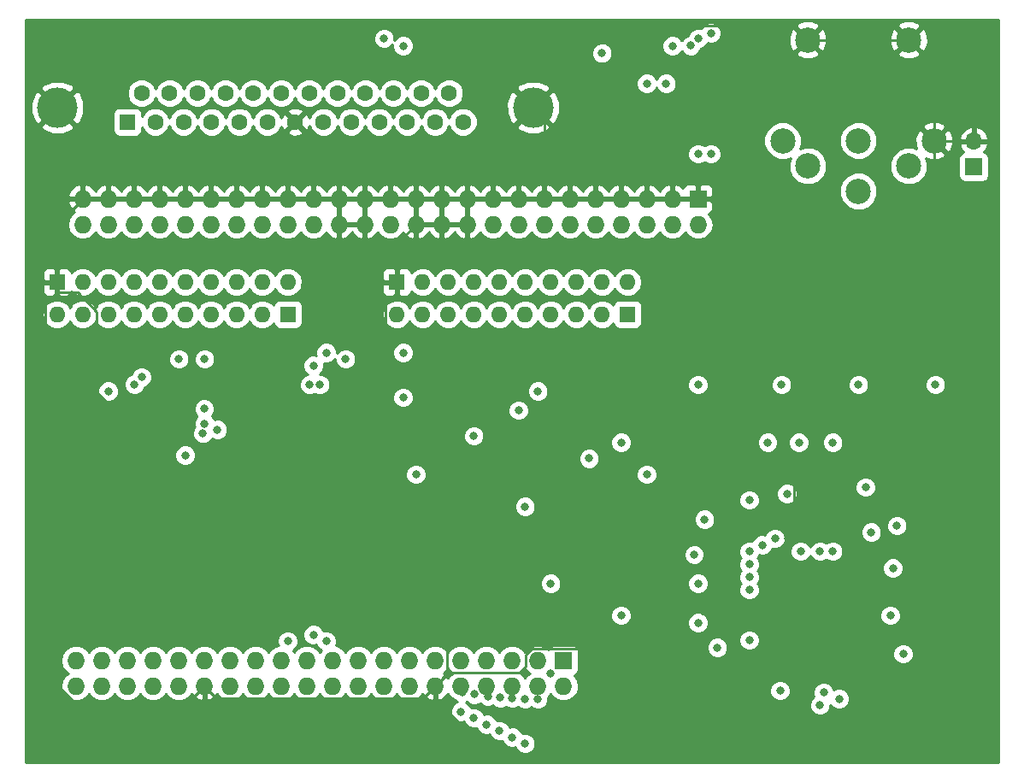
<source format=gbr>
G04 #@! TF.GenerationSoftware,KiCad,Pcbnew,(5.0.0)*
G04 #@! TF.CreationDate,2018-10-09T09:06:12+02:00*
G04 #@! TF.ProjectId,LiberPlayer,4C69626572506C617965722E6B696361,1.0*
G04 #@! TF.SameCoordinates,Original*
G04 #@! TF.FileFunction,Copper,L2,Inr,Plane*
G04 #@! TF.FilePolarity,Positive*
%FSLAX46Y46*%
G04 Gerber Fmt 4.6, Leading zero omitted, Abs format (unit mm)*
G04 Created by KiCad (PCBNEW (5.0.0)) date 10/09/18 09:06:12*
%MOMM*%
%LPD*%
G01*
G04 APERTURE LIST*
G04 #@! TA.AperFunction,ViaPad*
%ADD10C,2.500000*%
G04 #@! TD*
G04 #@! TA.AperFunction,ViaPad*
%ADD11R,1.700000X1.700000*%
G04 #@! TD*
G04 #@! TA.AperFunction,ViaPad*
%ADD12O,1.700000X1.700000*%
G04 #@! TD*
G04 #@! TA.AperFunction,ViaPad*
%ADD13R,1.727200X1.727200*%
G04 #@! TD*
G04 #@! TA.AperFunction,ViaPad*
%ADD14O,1.727200X1.727200*%
G04 #@! TD*
G04 #@! TA.AperFunction,ViaPad*
%ADD15R,1.600000X1.600000*%
G04 #@! TD*
G04 #@! TA.AperFunction,ViaPad*
%ADD16C,1.600000*%
G04 #@! TD*
G04 #@! TA.AperFunction,ViaPad*
%ADD17C,4.000000*%
G04 #@! TD*
G04 #@! TA.AperFunction,ViaPad*
%ADD18O,1.600000X1.600000*%
G04 #@! TD*
G04 #@! TA.AperFunction,ViaPad*
%ADD19C,0.800000*%
G04 #@! TD*
G04 #@! TA.AperFunction,Conductor*
%ADD20C,0.250000*%
G04 #@! TD*
G04 #@! TA.AperFunction,Conductor*
%ADD21C,0.254000*%
G04 #@! TD*
G04 APERTURE END LIST*
D10*
G04 #@! TO.N,GND*
G04 #@! TO.C,J401*
X189785000Y-67430000D03*
X179785000Y-67430000D03*
G04 #@! TO.N,Net-(J401-Pad1)*
X177285000Y-77430000D03*
G04 #@! TO.N,Net-(J401-Pad3)*
X184785000Y-77430000D03*
G04 #@! TO.N,GND*
X192285000Y-77430000D03*
G04 #@! TO.N,Net-(J401-Pad4)*
X189785000Y-79930000D03*
G04 #@! TO.N,Net-(J401-Pad2)*
X179785000Y-79930000D03*
G04 #@! TO.N,N/C*
X184785000Y-82430000D03*
G04 #@! TD*
D11*
G04 #@! TO.N,Net-(C404-Pad1)*
G04 #@! TO.C,J402*
X196215000Y-80010000D03*
D12*
G04 #@! TO.N,GND*
X196215000Y-77470000D03*
G04 #@! TD*
D13*
G04 #@! TO.N,GND*
G04 #@! TO.C,J601*
X168910000Y-83185000D03*
D14*
G04 #@! TO.N,/Player Control/SCSI-1 Interface/~DB0*
X168910000Y-85725000D03*
G04 #@! TO.N,GND*
X166370000Y-83185000D03*
G04 #@! TO.N,/Player Control/SCSI-1 Interface/~DB1*
X166370000Y-85725000D03*
G04 #@! TO.N,GND*
X163830000Y-83185000D03*
G04 #@! TO.N,/Player Control/SCSI-1 Interface/~DB2*
X163830000Y-85725000D03*
G04 #@! TO.N,GND*
X161290000Y-83185000D03*
G04 #@! TO.N,/Player Control/SCSI-1 Interface/~DB3*
X161290000Y-85725000D03*
G04 #@! TO.N,GND*
X158750000Y-83185000D03*
G04 #@! TO.N,/Player Control/SCSI-1 Interface/~DB4*
X158750000Y-85725000D03*
G04 #@! TO.N,GND*
X156210000Y-83185000D03*
G04 #@! TO.N,/Player Control/SCSI-1 Interface/~DB5*
X156210000Y-85725000D03*
G04 #@! TO.N,GND*
X153670000Y-83185000D03*
G04 #@! TO.N,/Player Control/SCSI-1 Interface/~DB6*
X153670000Y-85725000D03*
G04 #@! TO.N,GND*
X151130000Y-83185000D03*
G04 #@! TO.N,/Player Control/SCSI-1 Interface/~DB7*
X151130000Y-85725000D03*
G04 #@! TO.N,GND*
X148590000Y-83185000D03*
G04 #@! TO.N,/Player Control/SCSI-1 Interface/~PARITY*
X148590000Y-85725000D03*
G04 #@! TO.N,GND*
X146050000Y-83185000D03*
X146050000Y-85725000D03*
X143510000Y-83185000D03*
X143510000Y-85725000D03*
X140970000Y-83185000D03*
X140970000Y-85725000D03*
X138430000Y-83185000D03*
G04 #@! TO.N,N/C*
X138430000Y-85725000D03*
G04 #@! TO.N,GND*
X135890000Y-83185000D03*
X135890000Y-85725000D03*
X133350000Y-83185000D03*
X133350000Y-85725000D03*
X130810000Y-83185000D03*
G04 #@! TO.N,/Player Control/SCSI-1 Interface/~ATN*
X130810000Y-85725000D03*
G04 #@! TO.N,GND*
X128270000Y-83185000D03*
G04 #@! TO.N,N/C*
X128270000Y-85725000D03*
G04 #@! TO.N,GND*
X125730000Y-83185000D03*
G04 #@! TO.N,/Player Control/SCSI-1 Interface/~BSY*
X125730000Y-85725000D03*
G04 #@! TO.N,GND*
X123190000Y-83185000D03*
G04 #@! TO.N,/Player Control/SCSI-1 Interface/~ACK*
X123190000Y-85725000D03*
G04 #@! TO.N,GND*
X120650000Y-83185000D03*
G04 #@! TO.N,/Player Control/SCSI-1 Interface/~RST*
X120650000Y-85725000D03*
G04 #@! TO.N,GND*
X118110000Y-83185000D03*
G04 #@! TO.N,/Player Control/SCSI-1 Interface/~MSG*
X118110000Y-85725000D03*
G04 #@! TO.N,GND*
X115570000Y-83185000D03*
G04 #@! TO.N,/Player Control/SCSI-1 Interface/~SEL*
X115570000Y-85725000D03*
G04 #@! TO.N,GND*
X113030000Y-83185000D03*
G04 #@! TO.N,/Player Control/SCSI-1 Interface/~C~D*
X113030000Y-85725000D03*
G04 #@! TO.N,GND*
X110490000Y-83185000D03*
G04 #@! TO.N,/Player Control/SCSI-1 Interface/~REQ*
X110490000Y-85725000D03*
G04 #@! TO.N,GND*
X107950000Y-83185000D03*
G04 #@! TO.N,/Player Control/SCSI-1 Interface/~I~O*
X107950000Y-85725000D03*
G04 #@! TD*
D15*
G04 #@! TO.N,N/C*
G04 #@! TO.C,J701*
X112395000Y-75565000D03*
D16*
G04 #@! TO.N,TxD*
X115165000Y-75565000D03*
G04 #@! TO.N,RxD*
X117935000Y-75565000D03*
G04 #@! TO.N,N/C*
X120705000Y-75565000D03*
G04 #@! TO.N,CTS*
X123475000Y-75565000D03*
G04 #@! TO.N,N/C*
X126245000Y-75565000D03*
G04 #@! TO.N,GND*
X129015000Y-75565000D03*
G04 #@! TO.N,N/C*
X131785000Y-75565000D03*
X134555000Y-75565000D03*
X137325000Y-75565000D03*
X140095000Y-75565000D03*
X142865000Y-75565000D03*
X145635000Y-75565000D03*
X113780000Y-72725000D03*
X116550000Y-72725000D03*
X119320000Y-72725000D03*
X122090000Y-72725000D03*
X124860000Y-72725000D03*
X127630000Y-72725000D03*
G04 #@! TO.N,DTR*
X130400000Y-72725000D03*
G04 #@! TO.N,N/C*
X133170000Y-72725000D03*
X135940000Y-72725000D03*
X138710000Y-72725000D03*
X141480000Y-72725000D03*
X144250000Y-72725000D03*
D17*
G04 #@! TO.N,GND*
X152565000Y-74145000D03*
X105465000Y-74145000D03*
G04 #@! TD*
D13*
G04 #@! TO.N,I2C_SCL*
G04 #@! TO.C,JP101*
X155575000Y-128905000D03*
D14*
G04 #@! TO.N,I2C_SDA*
X155575000Y-131445000D03*
G04 #@! TO.N,VideoD_Y0*
X153035000Y-128905000D03*
G04 #@! TO.N,VideoD_Y1*
X153035000Y-131445000D03*
G04 #@! TO.N,VideoD_Y2*
X150495000Y-128905000D03*
G04 #@! TO.N,VideoD_Y3*
X150495000Y-131445000D03*
G04 #@! TO.N,VideoD_Y4*
X147955000Y-128905000D03*
G04 #@! TO.N,VideoD_Y5*
X147955000Y-131445000D03*
G04 #@! TO.N,VideoD_Y6*
X145415000Y-128905000D03*
G04 #@! TO.N,VideoD_Y7*
X145415000Y-131445000D03*
G04 #@! TO.N,+5V*
X142875000Y-128905000D03*
G04 #@! TO.N,GND*
X142875000Y-131445000D03*
G04 #@! TO.N,VideoD_Y8*
X140335000Y-128905000D03*
G04 #@! TO.N,VideoD_Y9*
X140335000Y-131445000D03*
G04 #@! TO.N,VideoD_DCLK*
X137795000Y-128905000D03*
G04 #@! TO.N,VideoD_FSS*
X137795000Y-131445000D03*
G04 #@! TO.N,VideoD_~RESET*
X135255000Y-128905000D03*
G04 #@! TO.N,PC_SCK*
X135255000Y-131445000D03*
G04 #@! TO.N,PC_~CS*
X132715000Y-128905000D03*
G04 #@! TO.N,PC_SOut*
X132715000Y-131445000D03*
G04 #@! TO.N,PC_SIn*
X130175000Y-128905000D03*
G04 #@! TO.N,N/C*
X130175000Y-131445000D03*
X127635000Y-128905000D03*
X127635000Y-131445000D03*
X125095000Y-128905000D03*
X125095000Y-131445000D03*
X122555000Y-128905000D03*
X122555000Y-131445000D03*
G04 #@! TO.N,+3V3*
X120015000Y-128905000D03*
G04 #@! TO.N,GND*
X120015000Y-131445000D03*
G04 #@! TO.N,N/C*
X117475000Y-128905000D03*
X117475000Y-131445000D03*
X114935000Y-128905000D03*
X114935000Y-131445000D03*
X112395000Y-128905000D03*
X112395000Y-131445000D03*
X109855000Y-128905000D03*
X109855000Y-131445000D03*
X107315000Y-128905000D03*
X107315000Y-131445000D03*
G04 #@! TD*
D18*
G04 #@! TO.N,/Player Control/SCSI-1 Interface/~PARITY*
G04 #@! TO.C,RN601*
X139065000Y-94615000D03*
G04 #@! TO.N,/Player Control/SCSI-1 Interface/~DB7*
X141605000Y-94615000D03*
G04 #@! TO.N,/Player Control/SCSI-1 Interface/~DB6*
X144145000Y-94615000D03*
G04 #@! TO.N,/Player Control/SCSI-1 Interface/~DB5*
X146685000Y-94615000D03*
G04 #@! TO.N,/Player Control/SCSI-1 Interface/~DB4*
X149225000Y-94615000D03*
G04 #@! TO.N,/Player Control/SCSI-1 Interface/~DB3*
X151765000Y-94615000D03*
G04 #@! TO.N,/Player Control/SCSI-1 Interface/~DB2*
X154305000Y-94615000D03*
G04 #@! TO.N,/Player Control/SCSI-1 Interface/~DB1*
X156845000Y-94615000D03*
G04 #@! TO.N,/Player Control/SCSI-1 Interface/~DB0*
X159385000Y-94615000D03*
D15*
G04 #@! TO.N,+5V*
X161925000Y-94615000D03*
G04 #@! TD*
G04 #@! TO.N,GND*
G04 #@! TO.C,RN602*
X139065000Y-91440000D03*
D18*
G04 #@! TO.N,/Player Control/SCSI-1 Interface/~PARITY*
X141605000Y-91440000D03*
G04 #@! TO.N,/Player Control/SCSI-1 Interface/~DB7*
X144145000Y-91440000D03*
G04 #@! TO.N,/Player Control/SCSI-1 Interface/~DB6*
X146685000Y-91440000D03*
G04 #@! TO.N,/Player Control/SCSI-1 Interface/~DB5*
X149225000Y-91440000D03*
G04 #@! TO.N,/Player Control/SCSI-1 Interface/~DB4*
X151765000Y-91440000D03*
G04 #@! TO.N,/Player Control/SCSI-1 Interface/~DB3*
X154305000Y-91440000D03*
G04 #@! TO.N,/Player Control/SCSI-1 Interface/~DB2*
X156845000Y-91440000D03*
G04 #@! TO.N,/Player Control/SCSI-1 Interface/~DB1*
X159385000Y-91440000D03*
G04 #@! TO.N,/Player Control/SCSI-1 Interface/~DB0*
X161925000Y-91440000D03*
G04 #@! TD*
G04 #@! TO.N,/Player Control/SCSI-1 Interface/~I~O*
G04 #@! TO.C,RN603*
X105410000Y-94615000D03*
G04 #@! TO.N,/Player Control/SCSI-1 Interface/~REQ*
X107950000Y-94615000D03*
G04 #@! TO.N,/Player Control/SCSI-1 Interface/~C~D*
X110490000Y-94615000D03*
G04 #@! TO.N,/Player Control/SCSI-1 Interface/~SEL*
X113030000Y-94615000D03*
G04 #@! TO.N,/Player Control/SCSI-1 Interface/~MSG*
X115570000Y-94615000D03*
G04 #@! TO.N,/Player Control/SCSI-1 Interface/~RST*
X118110000Y-94615000D03*
G04 #@! TO.N,/Player Control/SCSI-1 Interface/~ACK*
X120650000Y-94615000D03*
G04 #@! TO.N,/Player Control/SCSI-1 Interface/~BSY*
X123190000Y-94615000D03*
G04 #@! TO.N,/Player Control/SCSI-1 Interface/~ATN*
X125730000Y-94615000D03*
D15*
G04 #@! TO.N,+5V*
X128270000Y-94615000D03*
G04 #@! TD*
G04 #@! TO.N,GND*
G04 #@! TO.C,RN604*
X105410000Y-91440000D03*
D18*
G04 #@! TO.N,/Player Control/SCSI-1 Interface/~I~O*
X107950000Y-91440000D03*
G04 #@! TO.N,/Player Control/SCSI-1 Interface/~REQ*
X110490000Y-91440000D03*
G04 #@! TO.N,/Player Control/SCSI-1 Interface/~C~D*
X113030000Y-91440000D03*
G04 #@! TO.N,/Player Control/SCSI-1 Interface/~SEL*
X115570000Y-91440000D03*
G04 #@! TO.N,/Player Control/SCSI-1 Interface/~MSG*
X118110000Y-91440000D03*
G04 #@! TO.N,/Player Control/SCSI-1 Interface/~RST*
X120650000Y-91440000D03*
G04 #@! TO.N,/Player Control/SCSI-1 Interface/~ACK*
X123190000Y-91440000D03*
G04 #@! TO.N,/Player Control/SCSI-1 Interface/~BSY*
X125730000Y-91440000D03*
G04 #@! TO.N,/Player Control/SCSI-1 Interface/~ATN*
X128270000Y-91440000D03*
G04 #@! TD*
D19*
G04 #@! TO.N,GND*
X172085000Y-66040000D03*
X138430000Y-99695000D03*
X172720000Y-90805000D03*
X196215000Y-90805000D03*
X188595000Y-90805000D03*
X180975000Y-90805000D03*
X177800000Y-116840000D03*
X178435000Y-109220000D03*
X179070000Y-116840000D03*
X180340000Y-109220000D03*
X181610000Y-116840000D03*
X182245000Y-109220000D03*
X170180000Y-131445000D03*
X166370000Y-125730000D03*
X166370000Y-116205000D03*
X166565153Y-121724847D03*
X166370000Y-118745000D03*
X166370000Y-118745000D03*
X167005000Y-109855000D03*
X173990000Y-109220000D03*
X184060000Y-109220000D03*
X191741097Y-128298903D03*
X191741097Y-119380000D03*
X184785000Y-132715000D03*
X177165000Y-134620000D03*
X196850000Y-114935000D03*
X196850000Y-129540000D03*
X146685000Y-114935000D03*
X155575000Y-113665000D03*
X155575000Y-103505000D03*
X166370000Y-105410000D03*
X162015000Y-120650000D03*
X118745000Y-102235022D03*
G04 #@! TO.N,+1V8D*
X163830000Y-110490000D03*
X168526862Y-118436414D03*
X168910000Y-121285000D03*
X170815000Y-127635000D03*
X182880000Y-132715000D03*
X187960000Y-124460000D03*
X188204228Y-119770772D03*
X188595000Y-115570000D03*
X177710000Y-112395000D03*
G04 #@! TO.N,+3V3D*
X161290000Y-124460000D03*
X161290000Y-107315000D03*
X168910000Y-125185000D03*
X177035167Y-131908601D03*
X169545000Y-114935000D03*
X173990000Y-113030000D03*
X185510000Y-111760000D03*
X189230000Y-128270000D03*
G04 #@! TO.N,+5V*
X146685000Y-106680000D03*
X151765000Y-113665000D03*
X153035000Y-102235000D03*
X151130000Y-104140000D03*
G04 #@! TO.N,+3V3*
X139700000Y-102870000D03*
X133985000Y-99060000D03*
X119996280Y-103996264D03*
X159385000Y-68760000D03*
X154305000Y-121285000D03*
G04 #@! TO.N,/Video Digitizer/RGB_Red*
X168910000Y-101600000D03*
X176530000Y-116840000D03*
G04 #@! TO.N,/Video Digitizer/RGB_Green*
X177165000Y-101600000D03*
X180975000Y-118110000D03*
G04 #@! TO.N,/Video Digitizer/RGB_Blue*
X184785000Y-101600000D03*
X186055000Y-116205000D03*
G04 #@! TO.N,/Video Front-End/CVBS_Sync*
X192405000Y-101600000D03*
X173990000Y-118110000D03*
G04 #@! TO.N,TxD*
X166370000Y-68035000D03*
X139700000Y-68035000D03*
G04 #@! TO.N,RxD*
X168185000Y-68017108D03*
X137795000Y-67310000D03*
G04 #@! TO.N,CTS*
X168910000Y-67310000D03*
G04 #@! TO.N,DTR*
X170180000Y-66765000D03*
G04 #@! TO.N,VideoD_Y0*
X154287135Y-130192865D03*
X181350118Y-132080000D03*
G04 #@! TO.N,VideoD_Y1*
X153035000Y-132715000D03*
X180975000Y-133350000D03*
G04 #@! TO.N,VideoD_Y2*
X151765000Y-132715000D03*
X151765000Y-137160000D03*
G04 #@! TO.N,VideoD_Y3*
X150508500Y-132665255D03*
X150495000Y-136525000D03*
G04 #@! TO.N,VideoD_Y4*
X149308202Y-132608367D03*
X149225000Y-135890000D03*
G04 #@! TO.N,VideoD_Y5*
X147955000Y-135255000D03*
X148076786Y-132454955D03*
G04 #@! TO.N,VideoD_Y6*
X146685000Y-134620562D03*
X146746421Y-132270528D03*
G04 #@! TO.N,VideoD_Y7*
X145534990Y-132084977D03*
X145415000Y-133985000D03*
G04 #@! TO.N,VideoD_FSS*
X173990000Y-126910000D03*
G04 #@! TO.N,/Power Supply/~RESET*
X173990000Y-119380000D03*
X158115000Y-108910000D03*
G04 #@! TO.N,I2C_SCL*
X173990000Y-120650000D03*
G04 #@! TO.N,I2C_SDA*
X173990000Y-121920000D03*
G04 #@! TO.N,/Player Control/RS232C Interface/RS232_CTS*
X168910000Y-78740000D03*
X120039342Y-105446276D03*
G04 #@! TO.N,/Player Control/RS232C Interface/RS232_RxD*
X163830000Y-71755000D03*
X119872423Y-106432258D03*
G04 #@! TO.N,/Player Control/RS232C Interface/RS232_DTR*
X170180000Y-78740000D03*
X121285000Y-106044986D03*
G04 #@! TO.N,/Player Control/RS232C Interface/RS232_TxD*
X118110000Y-108585000D03*
X165735000Y-71755000D03*
G04 #@! TO.N,Net-(C210-Pad1)*
X182245000Y-107315000D03*
X182245000Y-118110000D03*
G04 #@! TO.N,Net-(C215-Pad1)*
X178889999Y-107315000D03*
X179070000Y-118110000D03*
G04 #@! TO.N,Net-(C217-Pad1)*
X175805000Y-107315000D03*
X175260000Y-117475000D03*
G04 #@! TO.N,PC_SCK*
X113779761Y-100850239D03*
X130405035Y-101600000D03*
G04 #@! TO.N,PC_~CS*
X113072653Y-101557347D03*
X131445000Y-101600000D03*
X128270000Y-127000000D03*
X132080000Y-127000000D03*
G04 #@! TO.N,PC_SOut*
X117475000Y-99060000D03*
X130810000Y-126365000D03*
G04 #@! TO.N,PC_SIn*
X139700000Y-98425000D03*
X140970000Y-110490000D03*
G04 #@! TO.N,Net-(R501-Pad2)*
X110490000Y-102235000D03*
X132080000Y-98425000D03*
G04 #@! TO.N,Net-(U501-Pad14)*
X130810000Y-99695000D03*
X120015000Y-99060000D03*
G04 #@! TD*
D20*
G04 #@! TO.N,GND*
X107950000Y-83185000D02*
X168910000Y-83185000D01*
X105410000Y-85725000D02*
X107950000Y-83185000D01*
X105410000Y-91440000D02*
X105410000Y-85725000D01*
X107950000Y-76630000D02*
X105465000Y-74145000D01*
X107950000Y-83185000D02*
X107950000Y-76630000D01*
X153670000Y-75250000D02*
X152565000Y-74145000D01*
X153670000Y-83185000D02*
X153670000Y-75250000D01*
X128270000Y-76310000D02*
X129015000Y-75565000D01*
X128270000Y-83185000D02*
X128270000Y-76310000D01*
X139065000Y-87630000D02*
X140970000Y-85725000D01*
X139065000Y-91440000D02*
X139065000Y-87630000D01*
X140970000Y-85725000D02*
X140970000Y-83185000D01*
X140970000Y-85725000D02*
X146050000Y-85725000D01*
X146050000Y-84503686D02*
X146050000Y-83185000D01*
X146050000Y-85725000D02*
X146050000Y-84503686D01*
X143510000Y-85725000D02*
X143510000Y-83185000D01*
X133350000Y-85725000D02*
X133350000Y-83185000D01*
X135890000Y-85725000D02*
X135890000Y-83185000D01*
X133350000Y-85725000D02*
X135890000Y-85725000D01*
X137939999Y-99204999D02*
X138430000Y-99695000D01*
X137939999Y-93615001D02*
X137939999Y-99204999D01*
X139065000Y-91440000D02*
X139065000Y-92490000D01*
X139065000Y-92490000D02*
X137939999Y-93615001D01*
X181552766Y-67430000D02*
X189785000Y-67430000D01*
X179785000Y-67430000D02*
X181552766Y-67430000D01*
X192285000Y-69930000D02*
X192285000Y-77430000D01*
X189785000Y-67430000D02*
X192285000Y-69930000D01*
X196175000Y-77430000D02*
X196215000Y-77470000D01*
X192285000Y-77430000D02*
X196175000Y-77430000D01*
X172720000Y-85881400D02*
X172720000Y-90805000D01*
X168910000Y-83185000D02*
X170023600Y-83185000D01*
X170023600Y-83185000D02*
X172720000Y-85881400D01*
X188595000Y-90805000D02*
X196215000Y-90805000D01*
X180975000Y-90805000D02*
X188595000Y-90805000D01*
X172720000Y-90805000D02*
X180975000Y-90805000D01*
X192285000Y-86875000D02*
X196215000Y-90805000D01*
X192285000Y-77430000D02*
X192285000Y-86875000D01*
X177800000Y-116840000D02*
X178435000Y-116205000D01*
X178435000Y-116205000D02*
X178435000Y-109220000D01*
X179070000Y-116840000D02*
X180340000Y-115570000D01*
X180340000Y-115570000D02*
X180340000Y-109220000D01*
X181610000Y-116840000D02*
X182245000Y-116205000D01*
X182245000Y-116205000D02*
X182245000Y-109220000D01*
X142011401Y-132308599D02*
X142875000Y-131445000D01*
X141686399Y-132633601D02*
X142011401Y-132308599D01*
X121203601Y-132633601D02*
X141686399Y-132633601D01*
X120015000Y-131445000D02*
X121203601Y-132633601D01*
X105410000Y-92490000D02*
X105410000Y-91440000D01*
X104284999Y-93615001D02*
X105410000Y-92490000D01*
X104284999Y-130174129D02*
X104284999Y-93615001D01*
X108730870Y-134620000D02*
X104284999Y-130174129D01*
X116840000Y-134620000D02*
X108730870Y-134620000D01*
X120015000Y-131445000D02*
X116840000Y-134620000D01*
X144226399Y-130093601D02*
X151228327Y-130093601D01*
X142875000Y-131445000D02*
X144226399Y-130093601D01*
X151228327Y-130093601D02*
X151846399Y-129475529D01*
X166451399Y-127716399D02*
X170180000Y-131445000D01*
X151846399Y-129475529D02*
X151846399Y-128334471D01*
X151846399Y-128334471D02*
X152464471Y-127716399D01*
X166370000Y-125730000D02*
X166370000Y-127716399D01*
X152464471Y-127716399D02*
X166370000Y-127716399D01*
X166370000Y-127716399D02*
X166451399Y-127716399D01*
X166370000Y-121920000D02*
X166565153Y-121724847D01*
X166370000Y-125730000D02*
X166370000Y-121920000D01*
X166370000Y-118745000D02*
X166370000Y-116205000D01*
X166370000Y-121920000D02*
X166370000Y-118745000D01*
X166370000Y-116205000D02*
X166370000Y-110490000D01*
X166370000Y-110490000D02*
X167005000Y-109855000D01*
X167005000Y-109855000D02*
X173355000Y-109855000D01*
X173355000Y-109855000D02*
X173990000Y-109220000D01*
X173990000Y-109220000D02*
X182245000Y-109220000D01*
X182245000Y-109220000D02*
X184060000Y-109220000D01*
X184060000Y-109220000D02*
X190500000Y-109220000D01*
X190500000Y-109220000D02*
X191741097Y-110461097D01*
X191741097Y-119380000D02*
X191741097Y-128298903D01*
X191741097Y-128298903D02*
X191741097Y-132108903D01*
X191741097Y-132108903D02*
X191135000Y-132715000D01*
X191135000Y-132715000D02*
X184785000Y-132715000D01*
X184785000Y-132715000D02*
X182880000Y-134620000D01*
X182880000Y-134620000D02*
X177165000Y-134620000D01*
X191741097Y-114935000D02*
X196850000Y-114935000D01*
X191741097Y-114935000D02*
X191741097Y-119380000D01*
X191741097Y-110461097D02*
X191741097Y-114935000D01*
X196850000Y-114935000D02*
X196850000Y-129540000D01*
X191741097Y-130781097D02*
X191741097Y-132108903D01*
X192982194Y-129540000D02*
X191741097Y-130781097D01*
X196850000Y-129540000D02*
X192982194Y-129540000D01*
X143738599Y-130581401D02*
X142875000Y-131445000D01*
X144063601Y-130256399D02*
X143738599Y-130581401D01*
X144063601Y-117556399D02*
X144063601Y-130256399D01*
X146685000Y-114935000D02*
X144063601Y-117556399D01*
X146685000Y-114935000D02*
X154305000Y-114935000D01*
X154305000Y-114935000D02*
X155575000Y-113665000D01*
X155575000Y-113665000D02*
X155575000Y-103505000D01*
X155575000Y-103505000D02*
X164465000Y-103505000D01*
X164465000Y-103505000D02*
X166370000Y-105410000D01*
X166565153Y-121724847D02*
X163089847Y-121724847D01*
X163089847Y-121724847D02*
X162015000Y-120650000D01*
X117475022Y-103505000D02*
X118345001Y-102635021D01*
X118345001Y-102635021D02*
X118745000Y-102235022D01*
X109364999Y-102379999D02*
X110490000Y-103505000D01*
X110490000Y-103505000D02*
X117475022Y-103505000D01*
X109364999Y-94364997D02*
X109364999Y-102379999D01*
X107490002Y-92490000D02*
X109364999Y-94364997D01*
X105410000Y-92490000D02*
X107490002Y-92490000D01*
X142875000Y-132666314D02*
X142875000Y-131445000D01*
X142875000Y-132715000D02*
X142875000Y-132666314D01*
X148590000Y-138430000D02*
X142875000Y-132715000D01*
X177165000Y-134620000D02*
X173355000Y-138430000D01*
X173355000Y-138430000D02*
X148590000Y-138430000D01*
X178395000Y-66040000D02*
X179785000Y-67430000D01*
X105465000Y-74145000D02*
X113570000Y-66040000D01*
X113570000Y-66040000D02*
X178395000Y-66040000D01*
G04 #@! TD*
D21*
G04 #@! TO.N,GND*
G36*
X198680000Y-138990000D02*
X102310000Y-138990000D01*
X102310000Y-128905000D01*
X105787041Y-128905000D01*
X105903350Y-129489725D01*
X106234570Y-129985430D01*
X106518281Y-130175000D01*
X106234570Y-130364570D01*
X105903350Y-130860275D01*
X105787041Y-131445000D01*
X105903350Y-132029725D01*
X106234570Y-132525430D01*
X106730275Y-132856650D01*
X107167402Y-132943600D01*
X107462598Y-132943600D01*
X107899725Y-132856650D01*
X108395430Y-132525430D01*
X108585000Y-132241719D01*
X108774570Y-132525430D01*
X109270275Y-132856650D01*
X109707402Y-132943600D01*
X110002598Y-132943600D01*
X110439725Y-132856650D01*
X110935430Y-132525430D01*
X111125000Y-132241719D01*
X111314570Y-132525430D01*
X111810275Y-132856650D01*
X112247402Y-132943600D01*
X112542598Y-132943600D01*
X112979725Y-132856650D01*
X113475430Y-132525430D01*
X113665000Y-132241719D01*
X113854570Y-132525430D01*
X114350275Y-132856650D01*
X114787402Y-132943600D01*
X115082598Y-132943600D01*
X115519725Y-132856650D01*
X116015430Y-132525430D01*
X116205000Y-132241719D01*
X116394570Y-132525430D01*
X116890275Y-132856650D01*
X117327402Y-132943600D01*
X117622598Y-132943600D01*
X118059725Y-132856650D01*
X118555430Y-132525430D01*
X118756854Y-132223979D01*
X118808179Y-132333490D01*
X119240053Y-132727688D01*
X119655974Y-132899958D01*
X119888000Y-132778817D01*
X119888000Y-131572000D01*
X119868000Y-131572000D01*
X119868000Y-131318000D01*
X119888000Y-131318000D01*
X119888000Y-131298000D01*
X120142000Y-131298000D01*
X120142000Y-131318000D01*
X120162000Y-131318000D01*
X120162000Y-131572000D01*
X120142000Y-131572000D01*
X120142000Y-132778817D01*
X120374026Y-132899958D01*
X120789947Y-132727688D01*
X121221821Y-132333490D01*
X121273146Y-132223979D01*
X121474570Y-132525430D01*
X121970275Y-132856650D01*
X122407402Y-132943600D01*
X122702598Y-132943600D01*
X123139725Y-132856650D01*
X123635430Y-132525430D01*
X123825000Y-132241719D01*
X124014570Y-132525430D01*
X124510275Y-132856650D01*
X124947402Y-132943600D01*
X125242598Y-132943600D01*
X125679725Y-132856650D01*
X126175430Y-132525430D01*
X126365000Y-132241719D01*
X126554570Y-132525430D01*
X127050275Y-132856650D01*
X127487402Y-132943600D01*
X127782598Y-132943600D01*
X128219725Y-132856650D01*
X128715430Y-132525430D01*
X128905000Y-132241719D01*
X129094570Y-132525430D01*
X129590275Y-132856650D01*
X130027402Y-132943600D01*
X130322598Y-132943600D01*
X130759725Y-132856650D01*
X131255430Y-132525430D01*
X131445000Y-132241719D01*
X131634570Y-132525430D01*
X132130275Y-132856650D01*
X132567402Y-132943600D01*
X132862598Y-132943600D01*
X133299725Y-132856650D01*
X133795430Y-132525430D01*
X133985000Y-132241719D01*
X134174570Y-132525430D01*
X134670275Y-132856650D01*
X135107402Y-132943600D01*
X135402598Y-132943600D01*
X135839725Y-132856650D01*
X136335430Y-132525430D01*
X136525000Y-132241719D01*
X136714570Y-132525430D01*
X137210275Y-132856650D01*
X137647402Y-132943600D01*
X137942598Y-132943600D01*
X138379725Y-132856650D01*
X138875430Y-132525430D01*
X139065000Y-132241719D01*
X139254570Y-132525430D01*
X139750275Y-132856650D01*
X140187402Y-132943600D01*
X140482598Y-132943600D01*
X140919725Y-132856650D01*
X141415430Y-132525430D01*
X141616854Y-132223979D01*
X141668179Y-132333490D01*
X142100053Y-132727688D01*
X142515974Y-132899958D01*
X142748000Y-132778817D01*
X142748000Y-131572000D01*
X142728000Y-131572000D01*
X142728000Y-131318000D01*
X142748000Y-131318000D01*
X142748000Y-131298000D01*
X143002000Y-131298000D01*
X143002000Y-131318000D01*
X143022000Y-131318000D01*
X143022000Y-131572000D01*
X143002000Y-131572000D01*
X143002000Y-132778817D01*
X143234026Y-132899958D01*
X143649947Y-132727688D01*
X144081821Y-132333490D01*
X144133146Y-132223979D01*
X144334570Y-132525430D01*
X144830275Y-132856650D01*
X144846100Y-132859798D01*
X144948710Y-132962408D01*
X145063940Y-133010138D01*
X144828720Y-133107569D01*
X144537569Y-133398720D01*
X144380000Y-133779126D01*
X144380000Y-134190874D01*
X144537569Y-134571280D01*
X144828720Y-134862431D01*
X145209126Y-135020000D01*
X145620874Y-135020000D01*
X145714170Y-134981356D01*
X145807569Y-135206842D01*
X146098720Y-135497993D01*
X146479126Y-135655562D01*
X146890874Y-135655562D01*
X146984567Y-135616753D01*
X147077569Y-135841280D01*
X147368720Y-136132431D01*
X147749126Y-136290000D01*
X148160874Y-136290000D01*
X148254368Y-136251273D01*
X148347569Y-136476280D01*
X148638720Y-136767431D01*
X149019126Y-136925000D01*
X149430874Y-136925000D01*
X149524368Y-136886273D01*
X149617569Y-137111280D01*
X149908720Y-137402431D01*
X150289126Y-137560000D01*
X150700874Y-137560000D01*
X150794368Y-137521273D01*
X150887569Y-137746280D01*
X151178720Y-138037431D01*
X151559126Y-138195000D01*
X151970874Y-138195000D01*
X152351280Y-138037431D01*
X152642431Y-137746280D01*
X152800000Y-137365874D01*
X152800000Y-136954126D01*
X152642431Y-136573720D01*
X152351280Y-136282569D01*
X151970874Y-136125000D01*
X151559126Y-136125000D01*
X151465632Y-136163727D01*
X151372431Y-135938720D01*
X151081280Y-135647569D01*
X150700874Y-135490000D01*
X150289126Y-135490000D01*
X150195632Y-135528727D01*
X150102431Y-135303720D01*
X149811280Y-135012569D01*
X149430874Y-134855000D01*
X149019126Y-134855000D01*
X148925632Y-134893727D01*
X148832431Y-134668720D01*
X148541280Y-134377569D01*
X148160874Y-134220000D01*
X147749126Y-134220000D01*
X147655433Y-134258809D01*
X147562431Y-134034282D01*
X147271280Y-133743131D01*
X146890874Y-133585562D01*
X146479126Y-133585562D01*
X146385830Y-133624206D01*
X146292431Y-133398720D01*
X146001280Y-133107569D01*
X145886050Y-133059839D01*
X146017552Y-133005370D01*
X146160141Y-133147959D01*
X146540547Y-133305528D01*
X146952295Y-133305528D01*
X147313876Y-133155756D01*
X147490506Y-133332386D01*
X147870912Y-133489955D01*
X148282660Y-133489955D01*
X148596205Y-133360081D01*
X148721922Y-133485798D01*
X149102328Y-133643367D01*
X149514076Y-133643367D01*
X149873870Y-133494336D01*
X149922220Y-133542686D01*
X150302626Y-133700255D01*
X150714374Y-133700255D01*
X151094780Y-133542686D01*
X151111878Y-133525589D01*
X151178720Y-133592431D01*
X151559126Y-133750000D01*
X151970874Y-133750000D01*
X152351280Y-133592431D01*
X152400000Y-133543711D01*
X152448720Y-133592431D01*
X152829126Y-133750000D01*
X153240874Y-133750000D01*
X153621280Y-133592431D01*
X153912431Y-133301280D01*
X153977526Y-133144126D01*
X179940000Y-133144126D01*
X179940000Y-133555874D01*
X180097569Y-133936280D01*
X180388720Y-134227431D01*
X180769126Y-134385000D01*
X181180874Y-134385000D01*
X181561280Y-134227431D01*
X181852431Y-133936280D01*
X182010000Y-133555874D01*
X182010000Y-133308711D01*
X182293720Y-133592431D01*
X182674126Y-133750000D01*
X183085874Y-133750000D01*
X183466280Y-133592431D01*
X183757431Y-133301280D01*
X183915000Y-132920874D01*
X183915000Y-132509126D01*
X183757431Y-132128720D01*
X183466280Y-131837569D01*
X183085874Y-131680000D01*
X182674126Y-131680000D01*
X182358808Y-131810609D01*
X182227549Y-131493720D01*
X181936398Y-131202569D01*
X181555992Y-131045000D01*
X181144244Y-131045000D01*
X180763838Y-131202569D01*
X180472687Y-131493720D01*
X180315118Y-131874126D01*
X180315118Y-132285874D01*
X180391903Y-132471250D01*
X180388720Y-132472569D01*
X180097569Y-132763720D01*
X179940000Y-133144126D01*
X153977526Y-133144126D01*
X154070000Y-132920874D01*
X154070000Y-132555785D01*
X154115430Y-132525430D01*
X154305000Y-132241719D01*
X154494570Y-132525430D01*
X154990275Y-132856650D01*
X155427402Y-132943600D01*
X155722598Y-132943600D01*
X156159725Y-132856650D01*
X156655430Y-132525430D01*
X156986650Y-132029725D01*
X157051693Y-131702727D01*
X176000167Y-131702727D01*
X176000167Y-132114475D01*
X176157736Y-132494881D01*
X176448887Y-132786032D01*
X176829293Y-132943601D01*
X177241041Y-132943601D01*
X177621447Y-132786032D01*
X177912598Y-132494881D01*
X178070167Y-132114475D01*
X178070167Y-131702727D01*
X177912598Y-131322321D01*
X177621447Y-131031170D01*
X177241041Y-130873601D01*
X176829293Y-130873601D01*
X176448887Y-131031170D01*
X176157736Y-131322321D01*
X176000167Y-131702727D01*
X157051693Y-131702727D01*
X157102959Y-131445000D01*
X156986650Y-130860275D01*
X156660349Y-130371932D01*
X156686365Y-130366757D01*
X156896409Y-130226409D01*
X157036757Y-130016365D01*
X157086040Y-129768600D01*
X157086040Y-128041400D01*
X157036757Y-127793635D01*
X156896409Y-127583591D01*
X156686365Y-127443243D01*
X156615394Y-127429126D01*
X169780000Y-127429126D01*
X169780000Y-127840874D01*
X169937569Y-128221280D01*
X170228720Y-128512431D01*
X170609126Y-128670000D01*
X171020874Y-128670000D01*
X171401280Y-128512431D01*
X171692431Y-128221280D01*
X171757526Y-128064126D01*
X188195000Y-128064126D01*
X188195000Y-128475874D01*
X188352569Y-128856280D01*
X188643720Y-129147431D01*
X189024126Y-129305000D01*
X189435874Y-129305000D01*
X189816280Y-129147431D01*
X190107431Y-128856280D01*
X190265000Y-128475874D01*
X190265000Y-128064126D01*
X190107431Y-127683720D01*
X189816280Y-127392569D01*
X189435874Y-127235000D01*
X189024126Y-127235000D01*
X188643720Y-127392569D01*
X188352569Y-127683720D01*
X188195000Y-128064126D01*
X171757526Y-128064126D01*
X171850000Y-127840874D01*
X171850000Y-127429126D01*
X171692431Y-127048720D01*
X171401280Y-126757569D01*
X171272257Y-126704126D01*
X172955000Y-126704126D01*
X172955000Y-127115874D01*
X173112569Y-127496280D01*
X173403720Y-127787431D01*
X173784126Y-127945000D01*
X174195874Y-127945000D01*
X174576280Y-127787431D01*
X174867431Y-127496280D01*
X175025000Y-127115874D01*
X175025000Y-126704126D01*
X174867431Y-126323720D01*
X174576280Y-126032569D01*
X174195874Y-125875000D01*
X173784126Y-125875000D01*
X173403720Y-126032569D01*
X173112569Y-126323720D01*
X172955000Y-126704126D01*
X171272257Y-126704126D01*
X171020874Y-126600000D01*
X170609126Y-126600000D01*
X170228720Y-126757569D01*
X169937569Y-127048720D01*
X169780000Y-127429126D01*
X156615394Y-127429126D01*
X156438600Y-127393960D01*
X154711400Y-127393960D01*
X154463635Y-127443243D01*
X154253591Y-127583591D01*
X154113243Y-127793635D01*
X154108068Y-127819651D01*
X153619725Y-127493350D01*
X153182598Y-127406400D01*
X152887402Y-127406400D01*
X152450275Y-127493350D01*
X151954570Y-127824570D01*
X151765000Y-128108281D01*
X151575430Y-127824570D01*
X151079725Y-127493350D01*
X150642598Y-127406400D01*
X150347402Y-127406400D01*
X149910275Y-127493350D01*
X149414570Y-127824570D01*
X149225000Y-128108281D01*
X149035430Y-127824570D01*
X148539725Y-127493350D01*
X148102598Y-127406400D01*
X147807402Y-127406400D01*
X147370275Y-127493350D01*
X146874570Y-127824570D01*
X146685000Y-128108281D01*
X146495430Y-127824570D01*
X145999725Y-127493350D01*
X145562598Y-127406400D01*
X145267402Y-127406400D01*
X144830275Y-127493350D01*
X144334570Y-127824570D01*
X144145000Y-128108281D01*
X143955430Y-127824570D01*
X143459725Y-127493350D01*
X143022598Y-127406400D01*
X142727402Y-127406400D01*
X142290275Y-127493350D01*
X141794570Y-127824570D01*
X141605000Y-128108281D01*
X141415430Y-127824570D01*
X140919725Y-127493350D01*
X140482598Y-127406400D01*
X140187402Y-127406400D01*
X139750275Y-127493350D01*
X139254570Y-127824570D01*
X139065000Y-128108281D01*
X138875430Y-127824570D01*
X138379725Y-127493350D01*
X137942598Y-127406400D01*
X137647402Y-127406400D01*
X137210275Y-127493350D01*
X136714570Y-127824570D01*
X136525000Y-128108281D01*
X136335430Y-127824570D01*
X135839725Y-127493350D01*
X135402598Y-127406400D01*
X135107402Y-127406400D01*
X134670275Y-127493350D01*
X134174570Y-127824570D01*
X133985000Y-128108281D01*
X133795430Y-127824570D01*
X133299725Y-127493350D01*
X133019049Y-127437520D01*
X133115000Y-127205874D01*
X133115000Y-126794126D01*
X132957431Y-126413720D01*
X132666280Y-126122569D01*
X132285874Y-125965000D01*
X131874126Y-125965000D01*
X131780632Y-126003727D01*
X131687431Y-125778720D01*
X131396280Y-125487569D01*
X131015874Y-125330000D01*
X130604126Y-125330000D01*
X130223720Y-125487569D01*
X129932569Y-125778720D01*
X129775000Y-126159126D01*
X129775000Y-126570874D01*
X129932569Y-126951280D01*
X130223720Y-127242431D01*
X130604126Y-127400000D01*
X131015874Y-127400000D01*
X131109368Y-127361273D01*
X131202569Y-127586280D01*
X131493720Y-127877431D01*
X131576373Y-127911667D01*
X131445000Y-128108281D01*
X131255430Y-127824570D01*
X130759725Y-127493350D01*
X130322598Y-127406400D01*
X130027402Y-127406400D01*
X129590275Y-127493350D01*
X129094570Y-127824570D01*
X128905000Y-128108281D01*
X128773627Y-127911667D01*
X128856280Y-127877431D01*
X129147431Y-127586280D01*
X129305000Y-127205874D01*
X129305000Y-126794126D01*
X129147431Y-126413720D01*
X128856280Y-126122569D01*
X128475874Y-125965000D01*
X128064126Y-125965000D01*
X127683720Y-126122569D01*
X127392569Y-126413720D01*
X127235000Y-126794126D01*
X127235000Y-127205874D01*
X127330951Y-127437520D01*
X127050275Y-127493350D01*
X126554570Y-127824570D01*
X126365000Y-128108281D01*
X126175430Y-127824570D01*
X125679725Y-127493350D01*
X125242598Y-127406400D01*
X124947402Y-127406400D01*
X124510275Y-127493350D01*
X124014570Y-127824570D01*
X123825000Y-128108281D01*
X123635430Y-127824570D01*
X123139725Y-127493350D01*
X122702598Y-127406400D01*
X122407402Y-127406400D01*
X121970275Y-127493350D01*
X121474570Y-127824570D01*
X121285000Y-128108281D01*
X121095430Y-127824570D01*
X120599725Y-127493350D01*
X120162598Y-127406400D01*
X119867402Y-127406400D01*
X119430275Y-127493350D01*
X118934570Y-127824570D01*
X118745000Y-128108281D01*
X118555430Y-127824570D01*
X118059725Y-127493350D01*
X117622598Y-127406400D01*
X117327402Y-127406400D01*
X116890275Y-127493350D01*
X116394570Y-127824570D01*
X116205000Y-128108281D01*
X116015430Y-127824570D01*
X115519725Y-127493350D01*
X115082598Y-127406400D01*
X114787402Y-127406400D01*
X114350275Y-127493350D01*
X113854570Y-127824570D01*
X113665000Y-128108281D01*
X113475430Y-127824570D01*
X112979725Y-127493350D01*
X112542598Y-127406400D01*
X112247402Y-127406400D01*
X111810275Y-127493350D01*
X111314570Y-127824570D01*
X111125000Y-128108281D01*
X110935430Y-127824570D01*
X110439725Y-127493350D01*
X110002598Y-127406400D01*
X109707402Y-127406400D01*
X109270275Y-127493350D01*
X108774570Y-127824570D01*
X108585000Y-128108281D01*
X108395430Y-127824570D01*
X107899725Y-127493350D01*
X107462598Y-127406400D01*
X107167402Y-127406400D01*
X106730275Y-127493350D01*
X106234570Y-127824570D01*
X105903350Y-128320275D01*
X105787041Y-128905000D01*
X102310000Y-128905000D01*
X102310000Y-124254126D01*
X160255000Y-124254126D01*
X160255000Y-124665874D01*
X160412569Y-125046280D01*
X160703720Y-125337431D01*
X161084126Y-125495000D01*
X161495874Y-125495000D01*
X161876280Y-125337431D01*
X162167431Y-125046280D01*
X162195247Y-124979126D01*
X167875000Y-124979126D01*
X167875000Y-125390874D01*
X168032569Y-125771280D01*
X168323720Y-126062431D01*
X168704126Y-126220000D01*
X169115874Y-126220000D01*
X169496280Y-126062431D01*
X169787431Y-125771280D01*
X169945000Y-125390874D01*
X169945000Y-124979126D01*
X169787431Y-124598720D01*
X169496280Y-124307569D01*
X169367257Y-124254126D01*
X186925000Y-124254126D01*
X186925000Y-124665874D01*
X187082569Y-125046280D01*
X187373720Y-125337431D01*
X187754126Y-125495000D01*
X188165874Y-125495000D01*
X188546280Y-125337431D01*
X188837431Y-125046280D01*
X188995000Y-124665874D01*
X188995000Y-124254126D01*
X188837431Y-123873720D01*
X188546280Y-123582569D01*
X188165874Y-123425000D01*
X187754126Y-123425000D01*
X187373720Y-123582569D01*
X187082569Y-123873720D01*
X186925000Y-124254126D01*
X169367257Y-124254126D01*
X169115874Y-124150000D01*
X168704126Y-124150000D01*
X168323720Y-124307569D01*
X168032569Y-124598720D01*
X167875000Y-124979126D01*
X162195247Y-124979126D01*
X162325000Y-124665874D01*
X162325000Y-124254126D01*
X162167431Y-123873720D01*
X161876280Y-123582569D01*
X161495874Y-123425000D01*
X161084126Y-123425000D01*
X160703720Y-123582569D01*
X160412569Y-123873720D01*
X160255000Y-124254126D01*
X102310000Y-124254126D01*
X102310000Y-121079126D01*
X153270000Y-121079126D01*
X153270000Y-121490874D01*
X153427569Y-121871280D01*
X153718720Y-122162431D01*
X154099126Y-122320000D01*
X154510874Y-122320000D01*
X154891280Y-122162431D01*
X155182431Y-121871280D01*
X155340000Y-121490874D01*
X155340000Y-121079126D01*
X167875000Y-121079126D01*
X167875000Y-121490874D01*
X168032569Y-121871280D01*
X168323720Y-122162431D01*
X168704126Y-122320000D01*
X169115874Y-122320000D01*
X169496280Y-122162431D01*
X169787431Y-121871280D01*
X169945000Y-121490874D01*
X169945000Y-121079126D01*
X169787431Y-120698720D01*
X169496280Y-120407569D01*
X169115874Y-120250000D01*
X168704126Y-120250000D01*
X168323720Y-120407569D01*
X168032569Y-120698720D01*
X167875000Y-121079126D01*
X155340000Y-121079126D01*
X155182431Y-120698720D01*
X154891280Y-120407569D01*
X154510874Y-120250000D01*
X154099126Y-120250000D01*
X153718720Y-120407569D01*
X153427569Y-120698720D01*
X153270000Y-121079126D01*
X102310000Y-121079126D01*
X102310000Y-118230540D01*
X167491862Y-118230540D01*
X167491862Y-118642288D01*
X167649431Y-119022694D01*
X167940582Y-119313845D01*
X168320988Y-119471414D01*
X168732736Y-119471414D01*
X169113142Y-119313845D01*
X169404293Y-119022694D01*
X169561862Y-118642288D01*
X169561862Y-118230540D01*
X169426658Y-117904126D01*
X172955000Y-117904126D01*
X172955000Y-118315874D01*
X173112569Y-118696280D01*
X173161289Y-118745000D01*
X173112569Y-118793720D01*
X172955000Y-119174126D01*
X172955000Y-119585874D01*
X173112569Y-119966280D01*
X173161289Y-120015000D01*
X173112569Y-120063720D01*
X172955000Y-120444126D01*
X172955000Y-120855874D01*
X173112569Y-121236280D01*
X173161289Y-121285000D01*
X173112569Y-121333720D01*
X172955000Y-121714126D01*
X172955000Y-122125874D01*
X173112569Y-122506280D01*
X173403720Y-122797431D01*
X173784126Y-122955000D01*
X174195874Y-122955000D01*
X174576280Y-122797431D01*
X174867431Y-122506280D01*
X175025000Y-122125874D01*
X175025000Y-121714126D01*
X174867431Y-121333720D01*
X174818711Y-121285000D01*
X174867431Y-121236280D01*
X175025000Y-120855874D01*
X175025000Y-120444126D01*
X174867431Y-120063720D01*
X174818711Y-120015000D01*
X174867431Y-119966280D01*
X175025000Y-119585874D01*
X175025000Y-119564898D01*
X187169228Y-119564898D01*
X187169228Y-119976646D01*
X187326797Y-120357052D01*
X187617948Y-120648203D01*
X187998354Y-120805772D01*
X188410102Y-120805772D01*
X188790508Y-120648203D01*
X189081659Y-120357052D01*
X189239228Y-119976646D01*
X189239228Y-119564898D01*
X189081659Y-119184492D01*
X188790508Y-118893341D01*
X188410102Y-118735772D01*
X187998354Y-118735772D01*
X187617948Y-118893341D01*
X187326797Y-119184492D01*
X187169228Y-119564898D01*
X175025000Y-119564898D01*
X175025000Y-119174126D01*
X174867431Y-118793720D01*
X174818711Y-118745000D01*
X174867431Y-118696280D01*
X174960632Y-118471273D01*
X175054126Y-118510000D01*
X175465874Y-118510000D01*
X175846280Y-118352431D01*
X176137431Y-118061280D01*
X176202526Y-117904126D01*
X178035000Y-117904126D01*
X178035000Y-118315874D01*
X178192569Y-118696280D01*
X178483720Y-118987431D01*
X178864126Y-119145000D01*
X179275874Y-119145000D01*
X179656280Y-118987431D01*
X179947431Y-118696280D01*
X180022500Y-118515047D01*
X180097569Y-118696280D01*
X180388720Y-118987431D01*
X180769126Y-119145000D01*
X181180874Y-119145000D01*
X181561280Y-118987431D01*
X181610000Y-118938711D01*
X181658720Y-118987431D01*
X182039126Y-119145000D01*
X182450874Y-119145000D01*
X182831280Y-118987431D01*
X183122431Y-118696280D01*
X183280000Y-118315874D01*
X183280000Y-117904126D01*
X183122431Y-117523720D01*
X182831280Y-117232569D01*
X182450874Y-117075000D01*
X182039126Y-117075000D01*
X181658720Y-117232569D01*
X181610000Y-117281289D01*
X181561280Y-117232569D01*
X181180874Y-117075000D01*
X180769126Y-117075000D01*
X180388720Y-117232569D01*
X180097569Y-117523720D01*
X180022500Y-117704953D01*
X179947431Y-117523720D01*
X179656280Y-117232569D01*
X179275874Y-117075000D01*
X178864126Y-117075000D01*
X178483720Y-117232569D01*
X178192569Y-117523720D01*
X178035000Y-117904126D01*
X176202526Y-117904126D01*
X176230632Y-117836273D01*
X176324126Y-117875000D01*
X176735874Y-117875000D01*
X177116280Y-117717431D01*
X177407431Y-117426280D01*
X177565000Y-117045874D01*
X177565000Y-116634126D01*
X177407431Y-116253720D01*
X177152837Y-115999126D01*
X185020000Y-115999126D01*
X185020000Y-116410874D01*
X185177569Y-116791280D01*
X185468720Y-117082431D01*
X185849126Y-117240000D01*
X186260874Y-117240000D01*
X186641280Y-117082431D01*
X186932431Y-116791280D01*
X187090000Y-116410874D01*
X187090000Y-115999126D01*
X186932431Y-115618720D01*
X186677837Y-115364126D01*
X187560000Y-115364126D01*
X187560000Y-115775874D01*
X187717569Y-116156280D01*
X188008720Y-116447431D01*
X188389126Y-116605000D01*
X188800874Y-116605000D01*
X189181280Y-116447431D01*
X189472431Y-116156280D01*
X189630000Y-115775874D01*
X189630000Y-115364126D01*
X189472431Y-114983720D01*
X189181280Y-114692569D01*
X188800874Y-114535000D01*
X188389126Y-114535000D01*
X188008720Y-114692569D01*
X187717569Y-114983720D01*
X187560000Y-115364126D01*
X186677837Y-115364126D01*
X186641280Y-115327569D01*
X186260874Y-115170000D01*
X185849126Y-115170000D01*
X185468720Y-115327569D01*
X185177569Y-115618720D01*
X185020000Y-115999126D01*
X177152837Y-115999126D01*
X177116280Y-115962569D01*
X176735874Y-115805000D01*
X176324126Y-115805000D01*
X175943720Y-115962569D01*
X175652569Y-116253720D01*
X175559368Y-116478727D01*
X175465874Y-116440000D01*
X175054126Y-116440000D01*
X174673720Y-116597569D01*
X174382569Y-116888720D01*
X174289368Y-117113727D01*
X174195874Y-117075000D01*
X173784126Y-117075000D01*
X173403720Y-117232569D01*
X173112569Y-117523720D01*
X172955000Y-117904126D01*
X169426658Y-117904126D01*
X169404293Y-117850134D01*
X169113142Y-117558983D01*
X168732736Y-117401414D01*
X168320988Y-117401414D01*
X167940582Y-117558983D01*
X167649431Y-117850134D01*
X167491862Y-118230540D01*
X102310000Y-118230540D01*
X102310000Y-114729126D01*
X168510000Y-114729126D01*
X168510000Y-115140874D01*
X168667569Y-115521280D01*
X168958720Y-115812431D01*
X169339126Y-115970000D01*
X169750874Y-115970000D01*
X170131280Y-115812431D01*
X170422431Y-115521280D01*
X170580000Y-115140874D01*
X170580000Y-114729126D01*
X170422431Y-114348720D01*
X170131280Y-114057569D01*
X169750874Y-113900000D01*
X169339126Y-113900000D01*
X168958720Y-114057569D01*
X168667569Y-114348720D01*
X168510000Y-114729126D01*
X102310000Y-114729126D01*
X102310000Y-113459126D01*
X150730000Y-113459126D01*
X150730000Y-113870874D01*
X150887569Y-114251280D01*
X151178720Y-114542431D01*
X151559126Y-114700000D01*
X151970874Y-114700000D01*
X152351280Y-114542431D01*
X152642431Y-114251280D01*
X152800000Y-113870874D01*
X152800000Y-113459126D01*
X152642431Y-113078720D01*
X152387837Y-112824126D01*
X172955000Y-112824126D01*
X172955000Y-113235874D01*
X173112569Y-113616280D01*
X173403720Y-113907431D01*
X173784126Y-114065000D01*
X174195874Y-114065000D01*
X174576280Y-113907431D01*
X174867431Y-113616280D01*
X175025000Y-113235874D01*
X175025000Y-112824126D01*
X174867431Y-112443720D01*
X174612837Y-112189126D01*
X176675000Y-112189126D01*
X176675000Y-112600874D01*
X176832569Y-112981280D01*
X177123720Y-113272431D01*
X177504126Y-113430000D01*
X177915874Y-113430000D01*
X178296280Y-113272431D01*
X178587431Y-112981280D01*
X178745000Y-112600874D01*
X178745000Y-112189126D01*
X178587431Y-111808720D01*
X178332837Y-111554126D01*
X184475000Y-111554126D01*
X184475000Y-111965874D01*
X184632569Y-112346280D01*
X184923720Y-112637431D01*
X185304126Y-112795000D01*
X185715874Y-112795000D01*
X186096280Y-112637431D01*
X186387431Y-112346280D01*
X186545000Y-111965874D01*
X186545000Y-111554126D01*
X186387431Y-111173720D01*
X186096280Y-110882569D01*
X185715874Y-110725000D01*
X185304126Y-110725000D01*
X184923720Y-110882569D01*
X184632569Y-111173720D01*
X184475000Y-111554126D01*
X178332837Y-111554126D01*
X178296280Y-111517569D01*
X177915874Y-111360000D01*
X177504126Y-111360000D01*
X177123720Y-111517569D01*
X176832569Y-111808720D01*
X176675000Y-112189126D01*
X174612837Y-112189126D01*
X174576280Y-112152569D01*
X174195874Y-111995000D01*
X173784126Y-111995000D01*
X173403720Y-112152569D01*
X173112569Y-112443720D01*
X172955000Y-112824126D01*
X152387837Y-112824126D01*
X152351280Y-112787569D01*
X151970874Y-112630000D01*
X151559126Y-112630000D01*
X151178720Y-112787569D01*
X150887569Y-113078720D01*
X150730000Y-113459126D01*
X102310000Y-113459126D01*
X102310000Y-110284126D01*
X139935000Y-110284126D01*
X139935000Y-110695874D01*
X140092569Y-111076280D01*
X140383720Y-111367431D01*
X140764126Y-111525000D01*
X141175874Y-111525000D01*
X141556280Y-111367431D01*
X141847431Y-111076280D01*
X142005000Y-110695874D01*
X142005000Y-110284126D01*
X162795000Y-110284126D01*
X162795000Y-110695874D01*
X162952569Y-111076280D01*
X163243720Y-111367431D01*
X163624126Y-111525000D01*
X164035874Y-111525000D01*
X164416280Y-111367431D01*
X164707431Y-111076280D01*
X164865000Y-110695874D01*
X164865000Y-110284126D01*
X164707431Y-109903720D01*
X164416280Y-109612569D01*
X164035874Y-109455000D01*
X163624126Y-109455000D01*
X163243720Y-109612569D01*
X162952569Y-109903720D01*
X162795000Y-110284126D01*
X142005000Y-110284126D01*
X141847431Y-109903720D01*
X141556280Y-109612569D01*
X141175874Y-109455000D01*
X140764126Y-109455000D01*
X140383720Y-109612569D01*
X140092569Y-109903720D01*
X139935000Y-110284126D01*
X102310000Y-110284126D01*
X102310000Y-108379126D01*
X117075000Y-108379126D01*
X117075000Y-108790874D01*
X117232569Y-109171280D01*
X117523720Y-109462431D01*
X117904126Y-109620000D01*
X118315874Y-109620000D01*
X118696280Y-109462431D01*
X118987431Y-109171280D01*
X119145000Y-108790874D01*
X119145000Y-108704126D01*
X157080000Y-108704126D01*
X157080000Y-109115874D01*
X157237569Y-109496280D01*
X157528720Y-109787431D01*
X157909126Y-109945000D01*
X158320874Y-109945000D01*
X158701280Y-109787431D01*
X158992431Y-109496280D01*
X159150000Y-109115874D01*
X159150000Y-108704126D01*
X158992431Y-108323720D01*
X158701280Y-108032569D01*
X158320874Y-107875000D01*
X157909126Y-107875000D01*
X157528720Y-108032569D01*
X157237569Y-108323720D01*
X157080000Y-108704126D01*
X119145000Y-108704126D01*
X119145000Y-108379126D01*
X118987431Y-107998720D01*
X118696280Y-107707569D01*
X118315874Y-107550000D01*
X117904126Y-107550000D01*
X117523720Y-107707569D01*
X117232569Y-107998720D01*
X117075000Y-108379126D01*
X102310000Y-108379126D01*
X102310000Y-106226384D01*
X118837423Y-106226384D01*
X118837423Y-106638132D01*
X118994992Y-107018538D01*
X119286143Y-107309689D01*
X119666549Y-107467258D01*
X120078297Y-107467258D01*
X120458703Y-107309689D01*
X120749854Y-107018538D01*
X120776349Y-106954572D01*
X121079126Y-107079986D01*
X121490874Y-107079986D01*
X121871280Y-106922417D01*
X122162431Y-106631266D01*
X122227520Y-106474126D01*
X145650000Y-106474126D01*
X145650000Y-106885874D01*
X145807569Y-107266280D01*
X146098720Y-107557431D01*
X146479126Y-107715000D01*
X146890874Y-107715000D01*
X147271280Y-107557431D01*
X147562431Y-107266280D01*
X147627526Y-107109126D01*
X160255000Y-107109126D01*
X160255000Y-107520874D01*
X160412569Y-107901280D01*
X160703720Y-108192431D01*
X161084126Y-108350000D01*
X161495874Y-108350000D01*
X161876280Y-108192431D01*
X162167431Y-107901280D01*
X162325000Y-107520874D01*
X162325000Y-107109126D01*
X174770000Y-107109126D01*
X174770000Y-107520874D01*
X174927569Y-107901280D01*
X175218720Y-108192431D01*
X175599126Y-108350000D01*
X176010874Y-108350000D01*
X176391280Y-108192431D01*
X176682431Y-107901280D01*
X176840000Y-107520874D01*
X176840000Y-107109126D01*
X177854999Y-107109126D01*
X177854999Y-107520874D01*
X178012568Y-107901280D01*
X178303719Y-108192431D01*
X178684125Y-108350000D01*
X179095873Y-108350000D01*
X179476279Y-108192431D01*
X179767430Y-107901280D01*
X179924999Y-107520874D01*
X179924999Y-107109126D01*
X181210000Y-107109126D01*
X181210000Y-107520874D01*
X181367569Y-107901280D01*
X181658720Y-108192431D01*
X182039126Y-108350000D01*
X182450874Y-108350000D01*
X182831280Y-108192431D01*
X183122431Y-107901280D01*
X183280000Y-107520874D01*
X183280000Y-107109126D01*
X183122431Y-106728720D01*
X182831280Y-106437569D01*
X182450874Y-106280000D01*
X182039126Y-106280000D01*
X181658720Y-106437569D01*
X181367569Y-106728720D01*
X181210000Y-107109126D01*
X179924999Y-107109126D01*
X179767430Y-106728720D01*
X179476279Y-106437569D01*
X179095873Y-106280000D01*
X178684125Y-106280000D01*
X178303719Y-106437569D01*
X178012568Y-106728720D01*
X177854999Y-107109126D01*
X176840000Y-107109126D01*
X176682431Y-106728720D01*
X176391280Y-106437569D01*
X176010874Y-106280000D01*
X175599126Y-106280000D01*
X175218720Y-106437569D01*
X174927569Y-106728720D01*
X174770000Y-107109126D01*
X162325000Y-107109126D01*
X162167431Y-106728720D01*
X161876280Y-106437569D01*
X161495874Y-106280000D01*
X161084126Y-106280000D01*
X160703720Y-106437569D01*
X160412569Y-106728720D01*
X160255000Y-107109126D01*
X147627526Y-107109126D01*
X147720000Y-106885874D01*
X147720000Y-106474126D01*
X147562431Y-106093720D01*
X147271280Y-105802569D01*
X146890874Y-105645000D01*
X146479126Y-105645000D01*
X146098720Y-105802569D01*
X145807569Y-106093720D01*
X145650000Y-106474126D01*
X122227520Y-106474126D01*
X122320000Y-106250860D01*
X122320000Y-105839112D01*
X122162431Y-105458706D01*
X121871280Y-105167555D01*
X121490874Y-105009986D01*
X121079126Y-105009986D01*
X120993578Y-105045421D01*
X120916773Y-104859996D01*
X120756516Y-104699739D01*
X120873711Y-104582544D01*
X121031280Y-104202138D01*
X121031280Y-103934126D01*
X150095000Y-103934126D01*
X150095000Y-104345874D01*
X150252569Y-104726280D01*
X150543720Y-105017431D01*
X150924126Y-105175000D01*
X151335874Y-105175000D01*
X151716280Y-105017431D01*
X152007431Y-104726280D01*
X152165000Y-104345874D01*
X152165000Y-103934126D01*
X152007431Y-103553720D01*
X151716280Y-103262569D01*
X151335874Y-103105000D01*
X150924126Y-103105000D01*
X150543720Y-103262569D01*
X150252569Y-103553720D01*
X150095000Y-103934126D01*
X121031280Y-103934126D01*
X121031280Y-103790390D01*
X120873711Y-103409984D01*
X120582560Y-103118833D01*
X120202154Y-102961264D01*
X119790406Y-102961264D01*
X119410000Y-103118833D01*
X119118849Y-103409984D01*
X118961280Y-103790390D01*
X118961280Y-104202138D01*
X119118849Y-104582544D01*
X119279106Y-104742801D01*
X119161911Y-104859996D01*
X119004342Y-105240402D01*
X119004342Y-105652150D01*
X119058374Y-105782596D01*
X118994992Y-105845978D01*
X118837423Y-106226384D01*
X102310000Y-106226384D01*
X102310000Y-102029126D01*
X109455000Y-102029126D01*
X109455000Y-102440874D01*
X109612569Y-102821280D01*
X109903720Y-103112431D01*
X110284126Y-103270000D01*
X110695874Y-103270000D01*
X111076280Y-103112431D01*
X111367431Y-102821280D01*
X111432526Y-102664126D01*
X138665000Y-102664126D01*
X138665000Y-103075874D01*
X138822569Y-103456280D01*
X139113720Y-103747431D01*
X139494126Y-103905000D01*
X139905874Y-103905000D01*
X140286280Y-103747431D01*
X140577431Y-103456280D01*
X140735000Y-103075874D01*
X140735000Y-102664126D01*
X140577431Y-102283720D01*
X140322837Y-102029126D01*
X152000000Y-102029126D01*
X152000000Y-102440874D01*
X152157569Y-102821280D01*
X152448720Y-103112431D01*
X152829126Y-103270000D01*
X153240874Y-103270000D01*
X153621280Y-103112431D01*
X153912431Y-102821280D01*
X154070000Y-102440874D01*
X154070000Y-102029126D01*
X153912431Y-101648720D01*
X153657837Y-101394126D01*
X167875000Y-101394126D01*
X167875000Y-101805874D01*
X168032569Y-102186280D01*
X168323720Y-102477431D01*
X168704126Y-102635000D01*
X169115874Y-102635000D01*
X169496280Y-102477431D01*
X169787431Y-102186280D01*
X169945000Y-101805874D01*
X169945000Y-101394126D01*
X176130000Y-101394126D01*
X176130000Y-101805874D01*
X176287569Y-102186280D01*
X176578720Y-102477431D01*
X176959126Y-102635000D01*
X177370874Y-102635000D01*
X177751280Y-102477431D01*
X178042431Y-102186280D01*
X178200000Y-101805874D01*
X178200000Y-101394126D01*
X183750000Y-101394126D01*
X183750000Y-101805874D01*
X183907569Y-102186280D01*
X184198720Y-102477431D01*
X184579126Y-102635000D01*
X184990874Y-102635000D01*
X185371280Y-102477431D01*
X185662431Y-102186280D01*
X185820000Y-101805874D01*
X185820000Y-101394126D01*
X191370000Y-101394126D01*
X191370000Y-101805874D01*
X191527569Y-102186280D01*
X191818720Y-102477431D01*
X192199126Y-102635000D01*
X192610874Y-102635000D01*
X192991280Y-102477431D01*
X193282431Y-102186280D01*
X193440000Y-101805874D01*
X193440000Y-101394126D01*
X193282431Y-101013720D01*
X192991280Y-100722569D01*
X192610874Y-100565000D01*
X192199126Y-100565000D01*
X191818720Y-100722569D01*
X191527569Y-101013720D01*
X191370000Y-101394126D01*
X185820000Y-101394126D01*
X185662431Y-101013720D01*
X185371280Y-100722569D01*
X184990874Y-100565000D01*
X184579126Y-100565000D01*
X184198720Y-100722569D01*
X183907569Y-101013720D01*
X183750000Y-101394126D01*
X178200000Y-101394126D01*
X178042431Y-101013720D01*
X177751280Y-100722569D01*
X177370874Y-100565000D01*
X176959126Y-100565000D01*
X176578720Y-100722569D01*
X176287569Y-101013720D01*
X176130000Y-101394126D01*
X169945000Y-101394126D01*
X169787431Y-101013720D01*
X169496280Y-100722569D01*
X169115874Y-100565000D01*
X168704126Y-100565000D01*
X168323720Y-100722569D01*
X168032569Y-101013720D01*
X167875000Y-101394126D01*
X153657837Y-101394126D01*
X153621280Y-101357569D01*
X153240874Y-101200000D01*
X152829126Y-101200000D01*
X152448720Y-101357569D01*
X152157569Y-101648720D01*
X152000000Y-102029126D01*
X140322837Y-102029126D01*
X140286280Y-101992569D01*
X139905874Y-101835000D01*
X139494126Y-101835000D01*
X139113720Y-101992569D01*
X138822569Y-102283720D01*
X138665000Y-102664126D01*
X111432526Y-102664126D01*
X111525000Y-102440874D01*
X111525000Y-102029126D01*
X111367431Y-101648720D01*
X111076280Y-101357569D01*
X111061563Y-101351473D01*
X112037653Y-101351473D01*
X112037653Y-101763221D01*
X112195222Y-102143627D01*
X112486373Y-102434778D01*
X112866779Y-102592347D01*
X113278527Y-102592347D01*
X113658933Y-102434778D01*
X113950084Y-102143627D01*
X114071915Y-101849501D01*
X114366041Y-101727670D01*
X114657192Y-101436519D01*
X114674751Y-101394126D01*
X129370035Y-101394126D01*
X129370035Y-101805874D01*
X129527604Y-102186280D01*
X129818755Y-102477431D01*
X130199161Y-102635000D01*
X130610909Y-102635000D01*
X130925018Y-102504892D01*
X131239126Y-102635000D01*
X131650874Y-102635000D01*
X132031280Y-102477431D01*
X132322431Y-102186280D01*
X132480000Y-101805874D01*
X132480000Y-101394126D01*
X132322431Y-101013720D01*
X132031280Y-100722569D01*
X131650874Y-100565000D01*
X131403711Y-100565000D01*
X131687431Y-100281280D01*
X131845000Y-99900874D01*
X131845000Y-99489126D01*
X131824405Y-99439405D01*
X131874126Y-99460000D01*
X132285874Y-99460000D01*
X132666280Y-99302431D01*
X132950000Y-99018711D01*
X132950000Y-99265874D01*
X133107569Y-99646280D01*
X133398720Y-99937431D01*
X133779126Y-100095000D01*
X134190874Y-100095000D01*
X134571280Y-99937431D01*
X134862431Y-99646280D01*
X135020000Y-99265874D01*
X135020000Y-98854126D01*
X134862431Y-98473720D01*
X134607837Y-98219126D01*
X138665000Y-98219126D01*
X138665000Y-98630874D01*
X138822569Y-99011280D01*
X139113720Y-99302431D01*
X139494126Y-99460000D01*
X139905874Y-99460000D01*
X140286280Y-99302431D01*
X140577431Y-99011280D01*
X140735000Y-98630874D01*
X140735000Y-98219126D01*
X140577431Y-97838720D01*
X140286280Y-97547569D01*
X139905874Y-97390000D01*
X139494126Y-97390000D01*
X139113720Y-97547569D01*
X138822569Y-97838720D01*
X138665000Y-98219126D01*
X134607837Y-98219126D01*
X134571280Y-98182569D01*
X134190874Y-98025000D01*
X133779126Y-98025000D01*
X133398720Y-98182569D01*
X133115000Y-98466289D01*
X133115000Y-98219126D01*
X132957431Y-97838720D01*
X132666280Y-97547569D01*
X132285874Y-97390000D01*
X131874126Y-97390000D01*
X131493720Y-97547569D01*
X131202569Y-97838720D01*
X131045000Y-98219126D01*
X131045000Y-98630874D01*
X131065595Y-98680595D01*
X131015874Y-98660000D01*
X130604126Y-98660000D01*
X130223720Y-98817569D01*
X129932569Y-99108720D01*
X129775000Y-99489126D01*
X129775000Y-99900874D01*
X129932569Y-100281280D01*
X130216289Y-100565000D01*
X130199161Y-100565000D01*
X129818755Y-100722569D01*
X129527604Y-101013720D01*
X129370035Y-101394126D01*
X114674751Y-101394126D01*
X114814761Y-101056113D01*
X114814761Y-100644365D01*
X114657192Y-100263959D01*
X114366041Y-99972808D01*
X113985635Y-99815239D01*
X113573887Y-99815239D01*
X113193481Y-99972808D01*
X112902330Y-100263959D01*
X112780499Y-100558085D01*
X112486373Y-100679916D01*
X112195222Y-100971067D01*
X112037653Y-101351473D01*
X111061563Y-101351473D01*
X110695874Y-101200000D01*
X110284126Y-101200000D01*
X109903720Y-101357569D01*
X109612569Y-101648720D01*
X109455000Y-102029126D01*
X102310000Y-102029126D01*
X102310000Y-98854126D01*
X116440000Y-98854126D01*
X116440000Y-99265874D01*
X116597569Y-99646280D01*
X116888720Y-99937431D01*
X117269126Y-100095000D01*
X117680874Y-100095000D01*
X118061280Y-99937431D01*
X118352431Y-99646280D01*
X118510000Y-99265874D01*
X118510000Y-98854126D01*
X118980000Y-98854126D01*
X118980000Y-99265874D01*
X119137569Y-99646280D01*
X119428720Y-99937431D01*
X119809126Y-100095000D01*
X120220874Y-100095000D01*
X120601280Y-99937431D01*
X120892431Y-99646280D01*
X121050000Y-99265874D01*
X121050000Y-98854126D01*
X120892431Y-98473720D01*
X120601280Y-98182569D01*
X120220874Y-98025000D01*
X119809126Y-98025000D01*
X119428720Y-98182569D01*
X119137569Y-98473720D01*
X118980000Y-98854126D01*
X118510000Y-98854126D01*
X118352431Y-98473720D01*
X118061280Y-98182569D01*
X117680874Y-98025000D01*
X117269126Y-98025000D01*
X116888720Y-98182569D01*
X116597569Y-98473720D01*
X116440000Y-98854126D01*
X102310000Y-98854126D01*
X102310000Y-94615000D01*
X103946887Y-94615000D01*
X104058260Y-95174909D01*
X104375423Y-95649577D01*
X104850091Y-95966740D01*
X105268667Y-96050000D01*
X105551333Y-96050000D01*
X105969909Y-95966740D01*
X106444577Y-95649577D01*
X106680000Y-95297242D01*
X106915423Y-95649577D01*
X107390091Y-95966740D01*
X107808667Y-96050000D01*
X108091333Y-96050000D01*
X108509909Y-95966740D01*
X108984577Y-95649577D01*
X109220000Y-95297242D01*
X109455423Y-95649577D01*
X109930091Y-95966740D01*
X110348667Y-96050000D01*
X110631333Y-96050000D01*
X111049909Y-95966740D01*
X111524577Y-95649577D01*
X111760000Y-95297242D01*
X111995423Y-95649577D01*
X112470091Y-95966740D01*
X112888667Y-96050000D01*
X113171333Y-96050000D01*
X113589909Y-95966740D01*
X114064577Y-95649577D01*
X114300000Y-95297242D01*
X114535423Y-95649577D01*
X115010091Y-95966740D01*
X115428667Y-96050000D01*
X115711333Y-96050000D01*
X116129909Y-95966740D01*
X116604577Y-95649577D01*
X116840000Y-95297242D01*
X117075423Y-95649577D01*
X117550091Y-95966740D01*
X117968667Y-96050000D01*
X118251333Y-96050000D01*
X118669909Y-95966740D01*
X119144577Y-95649577D01*
X119380000Y-95297242D01*
X119615423Y-95649577D01*
X120090091Y-95966740D01*
X120508667Y-96050000D01*
X120791333Y-96050000D01*
X121209909Y-95966740D01*
X121684577Y-95649577D01*
X121920000Y-95297242D01*
X122155423Y-95649577D01*
X122630091Y-95966740D01*
X123048667Y-96050000D01*
X123331333Y-96050000D01*
X123749909Y-95966740D01*
X124224577Y-95649577D01*
X124460000Y-95297242D01*
X124695423Y-95649577D01*
X125170091Y-95966740D01*
X125588667Y-96050000D01*
X125871333Y-96050000D01*
X126289909Y-95966740D01*
X126764577Y-95649577D01*
X126845215Y-95528894D01*
X126871843Y-95662765D01*
X127012191Y-95872809D01*
X127222235Y-96013157D01*
X127470000Y-96062440D01*
X129070000Y-96062440D01*
X129317765Y-96013157D01*
X129527809Y-95872809D01*
X129668157Y-95662765D01*
X129717440Y-95415000D01*
X129717440Y-94615000D01*
X137601887Y-94615000D01*
X137713260Y-95174909D01*
X138030423Y-95649577D01*
X138505091Y-95966740D01*
X138923667Y-96050000D01*
X139206333Y-96050000D01*
X139624909Y-95966740D01*
X140099577Y-95649577D01*
X140335000Y-95297242D01*
X140570423Y-95649577D01*
X141045091Y-95966740D01*
X141463667Y-96050000D01*
X141746333Y-96050000D01*
X142164909Y-95966740D01*
X142639577Y-95649577D01*
X142875000Y-95297242D01*
X143110423Y-95649577D01*
X143585091Y-95966740D01*
X144003667Y-96050000D01*
X144286333Y-96050000D01*
X144704909Y-95966740D01*
X145179577Y-95649577D01*
X145415000Y-95297242D01*
X145650423Y-95649577D01*
X146125091Y-95966740D01*
X146543667Y-96050000D01*
X146826333Y-96050000D01*
X147244909Y-95966740D01*
X147719577Y-95649577D01*
X147955000Y-95297242D01*
X148190423Y-95649577D01*
X148665091Y-95966740D01*
X149083667Y-96050000D01*
X149366333Y-96050000D01*
X149784909Y-95966740D01*
X150259577Y-95649577D01*
X150495000Y-95297242D01*
X150730423Y-95649577D01*
X151205091Y-95966740D01*
X151623667Y-96050000D01*
X151906333Y-96050000D01*
X152324909Y-95966740D01*
X152799577Y-95649577D01*
X153035000Y-95297242D01*
X153270423Y-95649577D01*
X153745091Y-95966740D01*
X154163667Y-96050000D01*
X154446333Y-96050000D01*
X154864909Y-95966740D01*
X155339577Y-95649577D01*
X155575000Y-95297242D01*
X155810423Y-95649577D01*
X156285091Y-95966740D01*
X156703667Y-96050000D01*
X156986333Y-96050000D01*
X157404909Y-95966740D01*
X157879577Y-95649577D01*
X158115000Y-95297242D01*
X158350423Y-95649577D01*
X158825091Y-95966740D01*
X159243667Y-96050000D01*
X159526333Y-96050000D01*
X159944909Y-95966740D01*
X160419577Y-95649577D01*
X160500215Y-95528894D01*
X160526843Y-95662765D01*
X160667191Y-95872809D01*
X160877235Y-96013157D01*
X161125000Y-96062440D01*
X162725000Y-96062440D01*
X162972765Y-96013157D01*
X163182809Y-95872809D01*
X163323157Y-95662765D01*
X163372440Y-95415000D01*
X163372440Y-93815000D01*
X163323157Y-93567235D01*
X163182809Y-93357191D01*
X162972765Y-93216843D01*
X162725000Y-93167560D01*
X161125000Y-93167560D01*
X160877235Y-93216843D01*
X160667191Y-93357191D01*
X160526843Y-93567235D01*
X160500215Y-93701106D01*
X160419577Y-93580423D01*
X159944909Y-93263260D01*
X159526333Y-93180000D01*
X159243667Y-93180000D01*
X158825091Y-93263260D01*
X158350423Y-93580423D01*
X158115000Y-93932758D01*
X157879577Y-93580423D01*
X157404909Y-93263260D01*
X156986333Y-93180000D01*
X156703667Y-93180000D01*
X156285091Y-93263260D01*
X155810423Y-93580423D01*
X155575000Y-93932758D01*
X155339577Y-93580423D01*
X154864909Y-93263260D01*
X154446333Y-93180000D01*
X154163667Y-93180000D01*
X153745091Y-93263260D01*
X153270423Y-93580423D01*
X153035000Y-93932758D01*
X152799577Y-93580423D01*
X152324909Y-93263260D01*
X151906333Y-93180000D01*
X151623667Y-93180000D01*
X151205091Y-93263260D01*
X150730423Y-93580423D01*
X150495000Y-93932758D01*
X150259577Y-93580423D01*
X149784909Y-93263260D01*
X149366333Y-93180000D01*
X149083667Y-93180000D01*
X148665091Y-93263260D01*
X148190423Y-93580423D01*
X147955000Y-93932758D01*
X147719577Y-93580423D01*
X147244909Y-93263260D01*
X146826333Y-93180000D01*
X146543667Y-93180000D01*
X146125091Y-93263260D01*
X145650423Y-93580423D01*
X145415000Y-93932758D01*
X145179577Y-93580423D01*
X144704909Y-93263260D01*
X144286333Y-93180000D01*
X144003667Y-93180000D01*
X143585091Y-93263260D01*
X143110423Y-93580423D01*
X142875000Y-93932758D01*
X142639577Y-93580423D01*
X142164909Y-93263260D01*
X141746333Y-93180000D01*
X141463667Y-93180000D01*
X141045091Y-93263260D01*
X140570423Y-93580423D01*
X140335000Y-93932758D01*
X140099577Y-93580423D01*
X139624909Y-93263260D01*
X139206333Y-93180000D01*
X138923667Y-93180000D01*
X138505091Y-93263260D01*
X138030423Y-93580423D01*
X137713260Y-94055091D01*
X137601887Y-94615000D01*
X129717440Y-94615000D01*
X129717440Y-93815000D01*
X129668157Y-93567235D01*
X129527809Y-93357191D01*
X129317765Y-93216843D01*
X129070000Y-93167560D01*
X127470000Y-93167560D01*
X127222235Y-93216843D01*
X127012191Y-93357191D01*
X126871843Y-93567235D01*
X126845215Y-93701106D01*
X126764577Y-93580423D01*
X126289909Y-93263260D01*
X125871333Y-93180000D01*
X125588667Y-93180000D01*
X125170091Y-93263260D01*
X124695423Y-93580423D01*
X124460000Y-93932758D01*
X124224577Y-93580423D01*
X123749909Y-93263260D01*
X123331333Y-93180000D01*
X123048667Y-93180000D01*
X122630091Y-93263260D01*
X122155423Y-93580423D01*
X121920000Y-93932758D01*
X121684577Y-93580423D01*
X121209909Y-93263260D01*
X120791333Y-93180000D01*
X120508667Y-93180000D01*
X120090091Y-93263260D01*
X119615423Y-93580423D01*
X119380000Y-93932758D01*
X119144577Y-93580423D01*
X118669909Y-93263260D01*
X118251333Y-93180000D01*
X117968667Y-93180000D01*
X117550091Y-93263260D01*
X117075423Y-93580423D01*
X116840000Y-93932758D01*
X116604577Y-93580423D01*
X116129909Y-93263260D01*
X115711333Y-93180000D01*
X115428667Y-93180000D01*
X115010091Y-93263260D01*
X114535423Y-93580423D01*
X114300000Y-93932758D01*
X114064577Y-93580423D01*
X113589909Y-93263260D01*
X113171333Y-93180000D01*
X112888667Y-93180000D01*
X112470091Y-93263260D01*
X111995423Y-93580423D01*
X111760000Y-93932758D01*
X111524577Y-93580423D01*
X111049909Y-93263260D01*
X110631333Y-93180000D01*
X110348667Y-93180000D01*
X109930091Y-93263260D01*
X109455423Y-93580423D01*
X109220000Y-93932758D01*
X108984577Y-93580423D01*
X108509909Y-93263260D01*
X108091333Y-93180000D01*
X107808667Y-93180000D01*
X107390091Y-93263260D01*
X106915423Y-93580423D01*
X106680000Y-93932758D01*
X106444577Y-93580423D01*
X105969909Y-93263260D01*
X105551333Y-93180000D01*
X105268667Y-93180000D01*
X104850091Y-93263260D01*
X104375423Y-93580423D01*
X104058260Y-94055091D01*
X103946887Y-94615000D01*
X102310000Y-94615000D01*
X102310000Y-91725750D01*
X103975000Y-91725750D01*
X103975000Y-92366310D01*
X104071673Y-92599699D01*
X104250302Y-92778327D01*
X104483691Y-92875000D01*
X105124250Y-92875000D01*
X105283000Y-92716250D01*
X105283000Y-91567000D01*
X104133750Y-91567000D01*
X103975000Y-91725750D01*
X102310000Y-91725750D01*
X102310000Y-90513690D01*
X103975000Y-90513690D01*
X103975000Y-91154250D01*
X104133750Y-91313000D01*
X105283000Y-91313000D01*
X105283000Y-90163750D01*
X105537000Y-90163750D01*
X105537000Y-91313000D01*
X105557000Y-91313000D01*
X105557000Y-91567000D01*
X105537000Y-91567000D01*
X105537000Y-92716250D01*
X105695750Y-92875000D01*
X106336309Y-92875000D01*
X106569698Y-92778327D01*
X106748327Y-92599699D01*
X106844266Y-92368083D01*
X106915423Y-92474577D01*
X107390091Y-92791740D01*
X107808667Y-92875000D01*
X108091333Y-92875000D01*
X108509909Y-92791740D01*
X108984577Y-92474577D01*
X109220000Y-92122242D01*
X109455423Y-92474577D01*
X109930091Y-92791740D01*
X110348667Y-92875000D01*
X110631333Y-92875000D01*
X111049909Y-92791740D01*
X111524577Y-92474577D01*
X111760000Y-92122242D01*
X111995423Y-92474577D01*
X112470091Y-92791740D01*
X112888667Y-92875000D01*
X113171333Y-92875000D01*
X113589909Y-92791740D01*
X114064577Y-92474577D01*
X114300000Y-92122242D01*
X114535423Y-92474577D01*
X115010091Y-92791740D01*
X115428667Y-92875000D01*
X115711333Y-92875000D01*
X116129909Y-92791740D01*
X116604577Y-92474577D01*
X116840000Y-92122242D01*
X117075423Y-92474577D01*
X117550091Y-92791740D01*
X117968667Y-92875000D01*
X118251333Y-92875000D01*
X118669909Y-92791740D01*
X119144577Y-92474577D01*
X119380000Y-92122242D01*
X119615423Y-92474577D01*
X120090091Y-92791740D01*
X120508667Y-92875000D01*
X120791333Y-92875000D01*
X121209909Y-92791740D01*
X121684577Y-92474577D01*
X121920000Y-92122242D01*
X122155423Y-92474577D01*
X122630091Y-92791740D01*
X123048667Y-92875000D01*
X123331333Y-92875000D01*
X123749909Y-92791740D01*
X124224577Y-92474577D01*
X124460000Y-92122242D01*
X124695423Y-92474577D01*
X125170091Y-92791740D01*
X125588667Y-92875000D01*
X125871333Y-92875000D01*
X126289909Y-92791740D01*
X126764577Y-92474577D01*
X127000000Y-92122242D01*
X127235423Y-92474577D01*
X127710091Y-92791740D01*
X128128667Y-92875000D01*
X128411333Y-92875000D01*
X128829909Y-92791740D01*
X129304577Y-92474577D01*
X129621740Y-91999909D01*
X129676273Y-91725750D01*
X137630000Y-91725750D01*
X137630000Y-92366310D01*
X137726673Y-92599699D01*
X137905302Y-92778327D01*
X138138691Y-92875000D01*
X138779250Y-92875000D01*
X138938000Y-92716250D01*
X138938000Y-91567000D01*
X137788750Y-91567000D01*
X137630000Y-91725750D01*
X129676273Y-91725750D01*
X129733113Y-91440000D01*
X129621740Y-90880091D01*
X129376919Y-90513690D01*
X137630000Y-90513690D01*
X137630000Y-91154250D01*
X137788750Y-91313000D01*
X138938000Y-91313000D01*
X138938000Y-90163750D01*
X139192000Y-90163750D01*
X139192000Y-91313000D01*
X139212000Y-91313000D01*
X139212000Y-91567000D01*
X139192000Y-91567000D01*
X139192000Y-92716250D01*
X139350750Y-92875000D01*
X139991309Y-92875000D01*
X140224698Y-92778327D01*
X140403327Y-92599699D01*
X140499266Y-92368083D01*
X140570423Y-92474577D01*
X141045091Y-92791740D01*
X141463667Y-92875000D01*
X141746333Y-92875000D01*
X142164909Y-92791740D01*
X142639577Y-92474577D01*
X142875000Y-92122242D01*
X143110423Y-92474577D01*
X143585091Y-92791740D01*
X144003667Y-92875000D01*
X144286333Y-92875000D01*
X144704909Y-92791740D01*
X145179577Y-92474577D01*
X145415000Y-92122242D01*
X145650423Y-92474577D01*
X146125091Y-92791740D01*
X146543667Y-92875000D01*
X146826333Y-92875000D01*
X147244909Y-92791740D01*
X147719577Y-92474577D01*
X147955000Y-92122242D01*
X148190423Y-92474577D01*
X148665091Y-92791740D01*
X149083667Y-92875000D01*
X149366333Y-92875000D01*
X149784909Y-92791740D01*
X150259577Y-92474577D01*
X150495000Y-92122242D01*
X150730423Y-92474577D01*
X151205091Y-92791740D01*
X151623667Y-92875000D01*
X151906333Y-92875000D01*
X152324909Y-92791740D01*
X152799577Y-92474577D01*
X153035000Y-92122242D01*
X153270423Y-92474577D01*
X153745091Y-92791740D01*
X154163667Y-92875000D01*
X154446333Y-92875000D01*
X154864909Y-92791740D01*
X155339577Y-92474577D01*
X155575000Y-92122242D01*
X155810423Y-92474577D01*
X156285091Y-92791740D01*
X156703667Y-92875000D01*
X156986333Y-92875000D01*
X157404909Y-92791740D01*
X157879577Y-92474577D01*
X158115000Y-92122242D01*
X158350423Y-92474577D01*
X158825091Y-92791740D01*
X159243667Y-92875000D01*
X159526333Y-92875000D01*
X159944909Y-92791740D01*
X160419577Y-92474577D01*
X160655000Y-92122242D01*
X160890423Y-92474577D01*
X161365091Y-92791740D01*
X161783667Y-92875000D01*
X162066333Y-92875000D01*
X162484909Y-92791740D01*
X162959577Y-92474577D01*
X163276740Y-91999909D01*
X163388113Y-91440000D01*
X163276740Y-90880091D01*
X162959577Y-90405423D01*
X162484909Y-90088260D01*
X162066333Y-90005000D01*
X161783667Y-90005000D01*
X161365091Y-90088260D01*
X160890423Y-90405423D01*
X160655000Y-90757758D01*
X160419577Y-90405423D01*
X159944909Y-90088260D01*
X159526333Y-90005000D01*
X159243667Y-90005000D01*
X158825091Y-90088260D01*
X158350423Y-90405423D01*
X158115000Y-90757758D01*
X157879577Y-90405423D01*
X157404909Y-90088260D01*
X156986333Y-90005000D01*
X156703667Y-90005000D01*
X156285091Y-90088260D01*
X155810423Y-90405423D01*
X155575000Y-90757758D01*
X155339577Y-90405423D01*
X154864909Y-90088260D01*
X154446333Y-90005000D01*
X154163667Y-90005000D01*
X153745091Y-90088260D01*
X153270423Y-90405423D01*
X153035000Y-90757758D01*
X152799577Y-90405423D01*
X152324909Y-90088260D01*
X151906333Y-90005000D01*
X151623667Y-90005000D01*
X151205091Y-90088260D01*
X150730423Y-90405423D01*
X150495000Y-90757758D01*
X150259577Y-90405423D01*
X149784909Y-90088260D01*
X149366333Y-90005000D01*
X149083667Y-90005000D01*
X148665091Y-90088260D01*
X148190423Y-90405423D01*
X147955000Y-90757758D01*
X147719577Y-90405423D01*
X147244909Y-90088260D01*
X146826333Y-90005000D01*
X146543667Y-90005000D01*
X146125091Y-90088260D01*
X145650423Y-90405423D01*
X145415000Y-90757758D01*
X145179577Y-90405423D01*
X144704909Y-90088260D01*
X144286333Y-90005000D01*
X144003667Y-90005000D01*
X143585091Y-90088260D01*
X143110423Y-90405423D01*
X142875000Y-90757758D01*
X142639577Y-90405423D01*
X142164909Y-90088260D01*
X141746333Y-90005000D01*
X141463667Y-90005000D01*
X141045091Y-90088260D01*
X140570423Y-90405423D01*
X140499266Y-90511917D01*
X140403327Y-90280301D01*
X140224698Y-90101673D01*
X139991309Y-90005000D01*
X139350750Y-90005000D01*
X139192000Y-90163750D01*
X138938000Y-90163750D01*
X138779250Y-90005000D01*
X138138691Y-90005000D01*
X137905302Y-90101673D01*
X137726673Y-90280301D01*
X137630000Y-90513690D01*
X129376919Y-90513690D01*
X129304577Y-90405423D01*
X128829909Y-90088260D01*
X128411333Y-90005000D01*
X128128667Y-90005000D01*
X127710091Y-90088260D01*
X127235423Y-90405423D01*
X127000000Y-90757758D01*
X126764577Y-90405423D01*
X126289909Y-90088260D01*
X125871333Y-90005000D01*
X125588667Y-90005000D01*
X125170091Y-90088260D01*
X124695423Y-90405423D01*
X124460000Y-90757758D01*
X124224577Y-90405423D01*
X123749909Y-90088260D01*
X123331333Y-90005000D01*
X123048667Y-90005000D01*
X122630091Y-90088260D01*
X122155423Y-90405423D01*
X121920000Y-90757758D01*
X121684577Y-90405423D01*
X121209909Y-90088260D01*
X120791333Y-90005000D01*
X120508667Y-90005000D01*
X120090091Y-90088260D01*
X119615423Y-90405423D01*
X119380000Y-90757758D01*
X119144577Y-90405423D01*
X118669909Y-90088260D01*
X118251333Y-90005000D01*
X117968667Y-90005000D01*
X117550091Y-90088260D01*
X117075423Y-90405423D01*
X116840000Y-90757758D01*
X116604577Y-90405423D01*
X116129909Y-90088260D01*
X115711333Y-90005000D01*
X115428667Y-90005000D01*
X115010091Y-90088260D01*
X114535423Y-90405423D01*
X114300000Y-90757758D01*
X114064577Y-90405423D01*
X113589909Y-90088260D01*
X113171333Y-90005000D01*
X112888667Y-90005000D01*
X112470091Y-90088260D01*
X111995423Y-90405423D01*
X111760000Y-90757758D01*
X111524577Y-90405423D01*
X111049909Y-90088260D01*
X110631333Y-90005000D01*
X110348667Y-90005000D01*
X109930091Y-90088260D01*
X109455423Y-90405423D01*
X109220000Y-90757758D01*
X108984577Y-90405423D01*
X108509909Y-90088260D01*
X108091333Y-90005000D01*
X107808667Y-90005000D01*
X107390091Y-90088260D01*
X106915423Y-90405423D01*
X106844266Y-90511917D01*
X106748327Y-90280301D01*
X106569698Y-90101673D01*
X106336309Y-90005000D01*
X105695750Y-90005000D01*
X105537000Y-90163750D01*
X105283000Y-90163750D01*
X105124250Y-90005000D01*
X104483691Y-90005000D01*
X104250302Y-90101673D01*
X104071673Y-90280301D01*
X103975000Y-90513690D01*
X102310000Y-90513690D01*
X102310000Y-85725000D01*
X106422041Y-85725000D01*
X106538350Y-86309725D01*
X106869570Y-86805430D01*
X107365275Y-87136650D01*
X107802402Y-87223600D01*
X108097598Y-87223600D01*
X108534725Y-87136650D01*
X109030430Y-86805430D01*
X109220000Y-86521719D01*
X109409570Y-86805430D01*
X109905275Y-87136650D01*
X110342402Y-87223600D01*
X110637598Y-87223600D01*
X111074725Y-87136650D01*
X111570430Y-86805430D01*
X111760000Y-86521719D01*
X111949570Y-86805430D01*
X112445275Y-87136650D01*
X112882402Y-87223600D01*
X113177598Y-87223600D01*
X113614725Y-87136650D01*
X114110430Y-86805430D01*
X114300000Y-86521719D01*
X114489570Y-86805430D01*
X114985275Y-87136650D01*
X115422402Y-87223600D01*
X115717598Y-87223600D01*
X116154725Y-87136650D01*
X116650430Y-86805430D01*
X116840000Y-86521719D01*
X117029570Y-86805430D01*
X117525275Y-87136650D01*
X117962402Y-87223600D01*
X118257598Y-87223600D01*
X118694725Y-87136650D01*
X119190430Y-86805430D01*
X119380000Y-86521719D01*
X119569570Y-86805430D01*
X120065275Y-87136650D01*
X120502402Y-87223600D01*
X120797598Y-87223600D01*
X121234725Y-87136650D01*
X121730430Y-86805430D01*
X121920000Y-86521719D01*
X122109570Y-86805430D01*
X122605275Y-87136650D01*
X123042402Y-87223600D01*
X123337598Y-87223600D01*
X123774725Y-87136650D01*
X124270430Y-86805430D01*
X124460000Y-86521719D01*
X124649570Y-86805430D01*
X125145275Y-87136650D01*
X125582402Y-87223600D01*
X125877598Y-87223600D01*
X126314725Y-87136650D01*
X126810430Y-86805430D01*
X127000000Y-86521719D01*
X127189570Y-86805430D01*
X127685275Y-87136650D01*
X128122402Y-87223600D01*
X128417598Y-87223600D01*
X128854725Y-87136650D01*
X129350430Y-86805430D01*
X129540000Y-86521719D01*
X129729570Y-86805430D01*
X130225275Y-87136650D01*
X130662402Y-87223600D01*
X130957598Y-87223600D01*
X131394725Y-87136650D01*
X131890430Y-86805430D01*
X132091854Y-86503979D01*
X132143179Y-86613490D01*
X132575053Y-87007688D01*
X132990974Y-87179958D01*
X133223000Y-87058817D01*
X133223000Y-85852000D01*
X133477000Y-85852000D01*
X133477000Y-87058817D01*
X133709026Y-87179958D01*
X134124947Y-87007688D01*
X134556821Y-86613490D01*
X134620000Y-86478687D01*
X134683179Y-86613490D01*
X135115053Y-87007688D01*
X135530974Y-87179958D01*
X135763000Y-87058817D01*
X135763000Y-85852000D01*
X133477000Y-85852000D01*
X133223000Y-85852000D01*
X133203000Y-85852000D01*
X133203000Y-85598000D01*
X133223000Y-85598000D01*
X133223000Y-83312000D01*
X133477000Y-83312000D01*
X133477000Y-85598000D01*
X135763000Y-85598000D01*
X135763000Y-83312000D01*
X136017000Y-83312000D01*
X136017000Y-85598000D01*
X136037000Y-85598000D01*
X136037000Y-85852000D01*
X136017000Y-85852000D01*
X136017000Y-87058817D01*
X136249026Y-87179958D01*
X136664947Y-87007688D01*
X137096821Y-86613490D01*
X137148146Y-86503979D01*
X137349570Y-86805430D01*
X137845275Y-87136650D01*
X138282402Y-87223600D01*
X138577598Y-87223600D01*
X139014725Y-87136650D01*
X139510430Y-86805430D01*
X139711854Y-86503979D01*
X139763179Y-86613490D01*
X140195053Y-87007688D01*
X140610974Y-87179958D01*
X140843000Y-87058817D01*
X140843000Y-85852000D01*
X141097000Y-85852000D01*
X141097000Y-87058817D01*
X141329026Y-87179958D01*
X141744947Y-87007688D01*
X142176821Y-86613490D01*
X142240000Y-86478687D01*
X142303179Y-86613490D01*
X142735053Y-87007688D01*
X143150974Y-87179958D01*
X143383000Y-87058817D01*
X143383000Y-85852000D01*
X143637000Y-85852000D01*
X143637000Y-87058817D01*
X143869026Y-87179958D01*
X144284947Y-87007688D01*
X144716821Y-86613490D01*
X144780000Y-86478687D01*
X144843179Y-86613490D01*
X145275053Y-87007688D01*
X145690974Y-87179958D01*
X145923000Y-87058817D01*
X145923000Y-85852000D01*
X143637000Y-85852000D01*
X143383000Y-85852000D01*
X141097000Y-85852000D01*
X140843000Y-85852000D01*
X140823000Y-85852000D01*
X140823000Y-85598000D01*
X140843000Y-85598000D01*
X140843000Y-83312000D01*
X141097000Y-83312000D01*
X141097000Y-85598000D01*
X143383000Y-85598000D01*
X143383000Y-83312000D01*
X143637000Y-83312000D01*
X143637000Y-85598000D01*
X145923000Y-85598000D01*
X145923000Y-83312000D01*
X146177000Y-83312000D01*
X146177000Y-85598000D01*
X146197000Y-85598000D01*
X146197000Y-85852000D01*
X146177000Y-85852000D01*
X146177000Y-87058817D01*
X146409026Y-87179958D01*
X146824947Y-87007688D01*
X147256821Y-86613490D01*
X147308146Y-86503979D01*
X147509570Y-86805430D01*
X148005275Y-87136650D01*
X148442402Y-87223600D01*
X148737598Y-87223600D01*
X149174725Y-87136650D01*
X149670430Y-86805430D01*
X149860000Y-86521719D01*
X150049570Y-86805430D01*
X150545275Y-87136650D01*
X150982402Y-87223600D01*
X151277598Y-87223600D01*
X151714725Y-87136650D01*
X152210430Y-86805430D01*
X152400000Y-86521719D01*
X152589570Y-86805430D01*
X153085275Y-87136650D01*
X153522402Y-87223600D01*
X153817598Y-87223600D01*
X154254725Y-87136650D01*
X154750430Y-86805430D01*
X154940000Y-86521719D01*
X155129570Y-86805430D01*
X155625275Y-87136650D01*
X156062402Y-87223600D01*
X156357598Y-87223600D01*
X156794725Y-87136650D01*
X157290430Y-86805430D01*
X157480000Y-86521719D01*
X157669570Y-86805430D01*
X158165275Y-87136650D01*
X158602402Y-87223600D01*
X158897598Y-87223600D01*
X159334725Y-87136650D01*
X159830430Y-86805430D01*
X160020000Y-86521719D01*
X160209570Y-86805430D01*
X160705275Y-87136650D01*
X161142402Y-87223600D01*
X161437598Y-87223600D01*
X161874725Y-87136650D01*
X162370430Y-86805430D01*
X162560000Y-86521719D01*
X162749570Y-86805430D01*
X163245275Y-87136650D01*
X163682402Y-87223600D01*
X163977598Y-87223600D01*
X164414725Y-87136650D01*
X164910430Y-86805430D01*
X165100000Y-86521719D01*
X165289570Y-86805430D01*
X165785275Y-87136650D01*
X166222402Y-87223600D01*
X166517598Y-87223600D01*
X166954725Y-87136650D01*
X167450430Y-86805430D01*
X167640000Y-86521719D01*
X167829570Y-86805430D01*
X168325275Y-87136650D01*
X168762402Y-87223600D01*
X169057598Y-87223600D01*
X169494725Y-87136650D01*
X169990430Y-86805430D01*
X170321650Y-86309725D01*
X170437959Y-85725000D01*
X170321650Y-85140275D01*
X169991234Y-84645773D01*
X170133299Y-84586927D01*
X170311927Y-84408298D01*
X170408600Y-84174909D01*
X170408600Y-83470750D01*
X170249850Y-83312000D01*
X169037000Y-83312000D01*
X169037000Y-83332000D01*
X168783000Y-83332000D01*
X168783000Y-83312000D01*
X166497000Y-83312000D01*
X166497000Y-83332000D01*
X166243000Y-83332000D01*
X166243000Y-83312000D01*
X163957000Y-83312000D01*
X163957000Y-83332000D01*
X163703000Y-83332000D01*
X163703000Y-83312000D01*
X161417000Y-83312000D01*
X161417000Y-83332000D01*
X161163000Y-83332000D01*
X161163000Y-83312000D01*
X158877000Y-83312000D01*
X158877000Y-83332000D01*
X158623000Y-83332000D01*
X158623000Y-83312000D01*
X156337000Y-83312000D01*
X156337000Y-83332000D01*
X156083000Y-83332000D01*
X156083000Y-83312000D01*
X153797000Y-83312000D01*
X153797000Y-83332000D01*
X153543000Y-83332000D01*
X153543000Y-83312000D01*
X151257000Y-83312000D01*
X151257000Y-83332000D01*
X151003000Y-83332000D01*
X151003000Y-83312000D01*
X148717000Y-83312000D01*
X148717000Y-83332000D01*
X148463000Y-83332000D01*
X148463000Y-83312000D01*
X146177000Y-83312000D01*
X145923000Y-83312000D01*
X143637000Y-83312000D01*
X143383000Y-83312000D01*
X141097000Y-83312000D01*
X140843000Y-83312000D01*
X138557000Y-83312000D01*
X138557000Y-83332000D01*
X138303000Y-83332000D01*
X138303000Y-83312000D01*
X136017000Y-83312000D01*
X135763000Y-83312000D01*
X133477000Y-83312000D01*
X133223000Y-83312000D01*
X130937000Y-83312000D01*
X130937000Y-83332000D01*
X130683000Y-83332000D01*
X130683000Y-83312000D01*
X128397000Y-83312000D01*
X128397000Y-83332000D01*
X128143000Y-83332000D01*
X128143000Y-83312000D01*
X125857000Y-83312000D01*
X125857000Y-83332000D01*
X125603000Y-83332000D01*
X125603000Y-83312000D01*
X123317000Y-83312000D01*
X123317000Y-83332000D01*
X123063000Y-83332000D01*
X123063000Y-83312000D01*
X120777000Y-83312000D01*
X120777000Y-83332000D01*
X120523000Y-83332000D01*
X120523000Y-83312000D01*
X118237000Y-83312000D01*
X118237000Y-83332000D01*
X117983000Y-83332000D01*
X117983000Y-83312000D01*
X115697000Y-83312000D01*
X115697000Y-83332000D01*
X115443000Y-83332000D01*
X115443000Y-83312000D01*
X113157000Y-83312000D01*
X113157000Y-83332000D01*
X112903000Y-83332000D01*
X112903000Y-83312000D01*
X110617000Y-83312000D01*
X110617000Y-83332000D01*
X110363000Y-83332000D01*
X110363000Y-83312000D01*
X108077000Y-83312000D01*
X108077000Y-83332000D01*
X107823000Y-83332000D01*
X107823000Y-83312000D01*
X106615531Y-83312000D01*
X106495032Y-83544027D01*
X106743179Y-84073490D01*
X107157826Y-84451963D01*
X106869570Y-84644570D01*
X106538350Y-85140275D01*
X106422041Y-85725000D01*
X102310000Y-85725000D01*
X102310000Y-82825973D01*
X106495032Y-82825973D01*
X106615531Y-83058000D01*
X107823000Y-83058000D01*
X107823000Y-81851183D01*
X108077000Y-81851183D01*
X108077000Y-83058000D01*
X110363000Y-83058000D01*
X110363000Y-81851183D01*
X110617000Y-81851183D01*
X110617000Y-83058000D01*
X112903000Y-83058000D01*
X112903000Y-81851183D01*
X113157000Y-81851183D01*
X113157000Y-83058000D01*
X115443000Y-83058000D01*
X115443000Y-81851183D01*
X115697000Y-81851183D01*
X115697000Y-83058000D01*
X117983000Y-83058000D01*
X117983000Y-81851183D01*
X118237000Y-81851183D01*
X118237000Y-83058000D01*
X120523000Y-83058000D01*
X120523000Y-81851183D01*
X120777000Y-81851183D01*
X120777000Y-83058000D01*
X123063000Y-83058000D01*
X123063000Y-81851183D01*
X123317000Y-81851183D01*
X123317000Y-83058000D01*
X125603000Y-83058000D01*
X125603000Y-81851183D01*
X125857000Y-81851183D01*
X125857000Y-83058000D01*
X128143000Y-83058000D01*
X128143000Y-81851183D01*
X128397000Y-81851183D01*
X128397000Y-83058000D01*
X130683000Y-83058000D01*
X130683000Y-81851183D01*
X130937000Y-81851183D01*
X130937000Y-83058000D01*
X133223000Y-83058000D01*
X133223000Y-81851183D01*
X133477000Y-81851183D01*
X133477000Y-83058000D01*
X135763000Y-83058000D01*
X135763000Y-81851183D01*
X136017000Y-81851183D01*
X136017000Y-83058000D01*
X138303000Y-83058000D01*
X138303000Y-81851183D01*
X138557000Y-81851183D01*
X138557000Y-83058000D01*
X140843000Y-83058000D01*
X140843000Y-81851183D01*
X141097000Y-81851183D01*
X141097000Y-83058000D01*
X143383000Y-83058000D01*
X143383000Y-81851183D01*
X143637000Y-81851183D01*
X143637000Y-83058000D01*
X145923000Y-83058000D01*
X145923000Y-81851183D01*
X146177000Y-81851183D01*
X146177000Y-83058000D01*
X148463000Y-83058000D01*
X148463000Y-81851183D01*
X148717000Y-81851183D01*
X148717000Y-83058000D01*
X151003000Y-83058000D01*
X151003000Y-81851183D01*
X151257000Y-81851183D01*
X151257000Y-83058000D01*
X153543000Y-83058000D01*
X153543000Y-81851183D01*
X153797000Y-81851183D01*
X153797000Y-83058000D01*
X156083000Y-83058000D01*
X156083000Y-81851183D01*
X156337000Y-81851183D01*
X156337000Y-83058000D01*
X158623000Y-83058000D01*
X158623000Y-81851183D01*
X158877000Y-81851183D01*
X158877000Y-83058000D01*
X161163000Y-83058000D01*
X161163000Y-81851183D01*
X161417000Y-81851183D01*
X161417000Y-83058000D01*
X163703000Y-83058000D01*
X163703000Y-81851183D01*
X163957000Y-81851183D01*
X163957000Y-83058000D01*
X166243000Y-83058000D01*
X166243000Y-81851183D01*
X166497000Y-81851183D01*
X166497000Y-83058000D01*
X168783000Y-83058000D01*
X168783000Y-81845150D01*
X169037000Y-81845150D01*
X169037000Y-83058000D01*
X170249850Y-83058000D01*
X170408600Y-82899250D01*
X170408600Y-82195091D01*
X170350594Y-82055050D01*
X182900000Y-82055050D01*
X182900000Y-82804950D01*
X183186974Y-83497767D01*
X183717233Y-84028026D01*
X184410050Y-84315000D01*
X185159950Y-84315000D01*
X185852767Y-84028026D01*
X186383026Y-83497767D01*
X186670000Y-82804950D01*
X186670000Y-82055050D01*
X186383026Y-81362233D01*
X185852767Y-80831974D01*
X185159950Y-80545000D01*
X184410050Y-80545000D01*
X183717233Y-80831974D01*
X183186974Y-81362233D01*
X182900000Y-82055050D01*
X170350594Y-82055050D01*
X170311927Y-81961702D01*
X170133299Y-81783073D01*
X169899910Y-81686400D01*
X169195750Y-81686400D01*
X169037000Y-81845150D01*
X168783000Y-81845150D01*
X168624250Y-81686400D01*
X167920090Y-81686400D01*
X167686701Y-81783073D01*
X167508073Y-81961702D01*
X167426300Y-82159120D01*
X167144947Y-81902312D01*
X166729026Y-81730042D01*
X166497000Y-81851183D01*
X166243000Y-81851183D01*
X166010974Y-81730042D01*
X165595053Y-81902312D01*
X165163179Y-82296510D01*
X165100000Y-82431313D01*
X165036821Y-82296510D01*
X164604947Y-81902312D01*
X164189026Y-81730042D01*
X163957000Y-81851183D01*
X163703000Y-81851183D01*
X163470974Y-81730042D01*
X163055053Y-81902312D01*
X162623179Y-82296510D01*
X162560000Y-82431313D01*
X162496821Y-82296510D01*
X162064947Y-81902312D01*
X161649026Y-81730042D01*
X161417000Y-81851183D01*
X161163000Y-81851183D01*
X160930974Y-81730042D01*
X160515053Y-81902312D01*
X160083179Y-82296510D01*
X160020000Y-82431313D01*
X159956821Y-82296510D01*
X159524947Y-81902312D01*
X159109026Y-81730042D01*
X158877000Y-81851183D01*
X158623000Y-81851183D01*
X158390974Y-81730042D01*
X157975053Y-81902312D01*
X157543179Y-82296510D01*
X157480000Y-82431313D01*
X157416821Y-82296510D01*
X156984947Y-81902312D01*
X156569026Y-81730042D01*
X156337000Y-81851183D01*
X156083000Y-81851183D01*
X155850974Y-81730042D01*
X155435053Y-81902312D01*
X155003179Y-82296510D01*
X154940000Y-82431313D01*
X154876821Y-82296510D01*
X154444947Y-81902312D01*
X154029026Y-81730042D01*
X153797000Y-81851183D01*
X153543000Y-81851183D01*
X153310974Y-81730042D01*
X152895053Y-81902312D01*
X152463179Y-82296510D01*
X152400000Y-82431313D01*
X152336821Y-82296510D01*
X151904947Y-81902312D01*
X151489026Y-81730042D01*
X151257000Y-81851183D01*
X151003000Y-81851183D01*
X150770974Y-81730042D01*
X150355053Y-81902312D01*
X149923179Y-82296510D01*
X149860000Y-82431313D01*
X149796821Y-82296510D01*
X149364947Y-81902312D01*
X148949026Y-81730042D01*
X148717000Y-81851183D01*
X148463000Y-81851183D01*
X148230974Y-81730042D01*
X147815053Y-81902312D01*
X147383179Y-82296510D01*
X147320000Y-82431313D01*
X147256821Y-82296510D01*
X146824947Y-81902312D01*
X146409026Y-81730042D01*
X146177000Y-81851183D01*
X145923000Y-81851183D01*
X145690974Y-81730042D01*
X145275053Y-81902312D01*
X144843179Y-82296510D01*
X144780000Y-82431313D01*
X144716821Y-82296510D01*
X144284947Y-81902312D01*
X143869026Y-81730042D01*
X143637000Y-81851183D01*
X143383000Y-81851183D01*
X143150974Y-81730042D01*
X142735053Y-81902312D01*
X142303179Y-82296510D01*
X142240000Y-82431313D01*
X142176821Y-82296510D01*
X141744947Y-81902312D01*
X141329026Y-81730042D01*
X141097000Y-81851183D01*
X140843000Y-81851183D01*
X140610974Y-81730042D01*
X140195053Y-81902312D01*
X139763179Y-82296510D01*
X139700000Y-82431313D01*
X139636821Y-82296510D01*
X139204947Y-81902312D01*
X138789026Y-81730042D01*
X138557000Y-81851183D01*
X138303000Y-81851183D01*
X138070974Y-81730042D01*
X137655053Y-81902312D01*
X137223179Y-82296510D01*
X137160000Y-82431313D01*
X137096821Y-82296510D01*
X136664947Y-81902312D01*
X136249026Y-81730042D01*
X136017000Y-81851183D01*
X135763000Y-81851183D01*
X135530974Y-81730042D01*
X135115053Y-81902312D01*
X134683179Y-82296510D01*
X134620000Y-82431313D01*
X134556821Y-82296510D01*
X134124947Y-81902312D01*
X133709026Y-81730042D01*
X133477000Y-81851183D01*
X133223000Y-81851183D01*
X132990974Y-81730042D01*
X132575053Y-81902312D01*
X132143179Y-82296510D01*
X132080000Y-82431313D01*
X132016821Y-82296510D01*
X131584947Y-81902312D01*
X131169026Y-81730042D01*
X130937000Y-81851183D01*
X130683000Y-81851183D01*
X130450974Y-81730042D01*
X130035053Y-81902312D01*
X129603179Y-82296510D01*
X129540000Y-82431313D01*
X129476821Y-82296510D01*
X129044947Y-81902312D01*
X128629026Y-81730042D01*
X128397000Y-81851183D01*
X128143000Y-81851183D01*
X127910974Y-81730042D01*
X127495053Y-81902312D01*
X127063179Y-82296510D01*
X127000000Y-82431313D01*
X126936821Y-82296510D01*
X126504947Y-81902312D01*
X126089026Y-81730042D01*
X125857000Y-81851183D01*
X125603000Y-81851183D01*
X125370974Y-81730042D01*
X124955053Y-81902312D01*
X124523179Y-82296510D01*
X124460000Y-82431313D01*
X124396821Y-82296510D01*
X123964947Y-81902312D01*
X123549026Y-81730042D01*
X123317000Y-81851183D01*
X123063000Y-81851183D01*
X122830974Y-81730042D01*
X122415053Y-81902312D01*
X121983179Y-82296510D01*
X121920000Y-82431313D01*
X121856821Y-82296510D01*
X121424947Y-81902312D01*
X121009026Y-81730042D01*
X120777000Y-81851183D01*
X120523000Y-81851183D01*
X120290974Y-81730042D01*
X119875053Y-81902312D01*
X119443179Y-82296510D01*
X119380000Y-82431313D01*
X119316821Y-82296510D01*
X118884947Y-81902312D01*
X118469026Y-81730042D01*
X118237000Y-81851183D01*
X117983000Y-81851183D01*
X117750974Y-81730042D01*
X117335053Y-81902312D01*
X116903179Y-82296510D01*
X116840000Y-82431313D01*
X116776821Y-82296510D01*
X116344947Y-81902312D01*
X115929026Y-81730042D01*
X115697000Y-81851183D01*
X115443000Y-81851183D01*
X115210974Y-81730042D01*
X114795053Y-81902312D01*
X114363179Y-82296510D01*
X114300000Y-82431313D01*
X114236821Y-82296510D01*
X113804947Y-81902312D01*
X113389026Y-81730042D01*
X113157000Y-81851183D01*
X112903000Y-81851183D01*
X112670974Y-81730042D01*
X112255053Y-81902312D01*
X111823179Y-82296510D01*
X111760000Y-82431313D01*
X111696821Y-82296510D01*
X111264947Y-81902312D01*
X110849026Y-81730042D01*
X110617000Y-81851183D01*
X110363000Y-81851183D01*
X110130974Y-81730042D01*
X109715053Y-81902312D01*
X109283179Y-82296510D01*
X109220000Y-82431313D01*
X109156821Y-82296510D01*
X108724947Y-81902312D01*
X108309026Y-81730042D01*
X108077000Y-81851183D01*
X107823000Y-81851183D01*
X107590974Y-81730042D01*
X107175053Y-81902312D01*
X106743179Y-82296510D01*
X106495032Y-82825973D01*
X102310000Y-82825973D01*
X102310000Y-78534126D01*
X167875000Y-78534126D01*
X167875000Y-78945874D01*
X168032569Y-79326280D01*
X168323720Y-79617431D01*
X168704126Y-79775000D01*
X169115874Y-79775000D01*
X169496280Y-79617431D01*
X169545000Y-79568711D01*
X169593720Y-79617431D01*
X169974126Y-79775000D01*
X170385874Y-79775000D01*
X170766280Y-79617431D01*
X171057431Y-79326280D01*
X171215000Y-78945874D01*
X171215000Y-78534126D01*
X171057431Y-78153720D01*
X170766280Y-77862569D01*
X170385874Y-77705000D01*
X169974126Y-77705000D01*
X169593720Y-77862569D01*
X169545000Y-77911289D01*
X169496280Y-77862569D01*
X169115874Y-77705000D01*
X168704126Y-77705000D01*
X168323720Y-77862569D01*
X168032569Y-78153720D01*
X167875000Y-78534126D01*
X102310000Y-78534126D01*
X102310000Y-77055050D01*
X175400000Y-77055050D01*
X175400000Y-77804950D01*
X175686974Y-78497767D01*
X176217233Y-79028026D01*
X176910050Y-79315000D01*
X177659950Y-79315000D01*
X178069741Y-79145259D01*
X177900000Y-79555050D01*
X177900000Y-80304950D01*
X178186974Y-80997767D01*
X178717233Y-81528026D01*
X179410050Y-81815000D01*
X180159950Y-81815000D01*
X180852767Y-81528026D01*
X181383026Y-80997767D01*
X181670000Y-80304950D01*
X181670000Y-79555050D01*
X187900000Y-79555050D01*
X187900000Y-80304950D01*
X188186974Y-80997767D01*
X188717233Y-81528026D01*
X189410050Y-81815000D01*
X190159950Y-81815000D01*
X190852767Y-81528026D01*
X191383026Y-80997767D01*
X191670000Y-80304950D01*
X191670000Y-79555050D01*
X191501588Y-79148468D01*
X191960806Y-79324388D01*
X192710435Y-79304250D01*
X193058685Y-79160000D01*
X194717560Y-79160000D01*
X194717560Y-80860000D01*
X194766843Y-81107765D01*
X194907191Y-81317809D01*
X195117235Y-81458157D01*
X195365000Y-81507440D01*
X197065000Y-81507440D01*
X197312765Y-81458157D01*
X197522809Y-81317809D01*
X197663157Y-81107765D01*
X197712440Y-80860000D01*
X197712440Y-79160000D01*
X197663157Y-78912235D01*
X197522809Y-78702191D01*
X197312765Y-78561843D01*
X197209292Y-78541261D01*
X197486645Y-78236924D01*
X197656476Y-77826890D01*
X197535155Y-77597000D01*
X196342000Y-77597000D01*
X196342000Y-77617000D01*
X196088000Y-77617000D01*
X196088000Y-77597000D01*
X194894845Y-77597000D01*
X194773524Y-77826890D01*
X194943355Y-78236924D01*
X195220708Y-78541261D01*
X195117235Y-78561843D01*
X194907191Y-78702191D01*
X194766843Y-78912235D01*
X194717560Y-79160000D01*
X193058685Y-79160000D01*
X193309467Y-79056123D01*
X193438715Y-78763320D01*
X192285000Y-77609605D01*
X192270858Y-77623748D01*
X192091253Y-77444143D01*
X192105395Y-77430000D01*
X192464605Y-77430000D01*
X193618320Y-78583715D01*
X193911123Y-78454467D01*
X194179388Y-77754194D01*
X194162166Y-77113110D01*
X194773524Y-77113110D01*
X194894845Y-77343000D01*
X196088000Y-77343000D01*
X196088000Y-76149181D01*
X196342000Y-76149181D01*
X196342000Y-77343000D01*
X197535155Y-77343000D01*
X197656476Y-77113110D01*
X197486645Y-76703076D01*
X197096358Y-76274817D01*
X196571892Y-76028514D01*
X196342000Y-76149181D01*
X196088000Y-76149181D01*
X195858108Y-76028514D01*
X195333642Y-76274817D01*
X194943355Y-76703076D01*
X194773524Y-77113110D01*
X194162166Y-77113110D01*
X194159250Y-77004565D01*
X193911123Y-76405533D01*
X193618320Y-76276285D01*
X192464605Y-77430000D01*
X192105395Y-77430000D01*
X190951680Y-76276285D01*
X190658877Y-76405533D01*
X190390612Y-77105806D01*
X190410750Y-77855435D01*
X190557475Y-78209660D01*
X190159950Y-78045000D01*
X189410050Y-78045000D01*
X188717233Y-78331974D01*
X188186974Y-78862233D01*
X187900000Y-79555050D01*
X181670000Y-79555050D01*
X181383026Y-78862233D01*
X180852767Y-78331974D01*
X180159950Y-78045000D01*
X179410050Y-78045000D01*
X179000259Y-78214741D01*
X179170000Y-77804950D01*
X179170000Y-77055050D01*
X182900000Y-77055050D01*
X182900000Y-77804950D01*
X183186974Y-78497767D01*
X183717233Y-79028026D01*
X184410050Y-79315000D01*
X185159950Y-79315000D01*
X185852767Y-79028026D01*
X186383026Y-78497767D01*
X186670000Y-77804950D01*
X186670000Y-77055050D01*
X186383026Y-76362233D01*
X186117473Y-76096680D01*
X191131285Y-76096680D01*
X192285000Y-77250395D01*
X193438715Y-76096680D01*
X193309467Y-75803877D01*
X192609194Y-75535612D01*
X191859565Y-75555750D01*
X191260533Y-75803877D01*
X191131285Y-76096680D01*
X186117473Y-76096680D01*
X185852767Y-75831974D01*
X185159950Y-75545000D01*
X184410050Y-75545000D01*
X183717233Y-75831974D01*
X183186974Y-76362233D01*
X182900000Y-77055050D01*
X179170000Y-77055050D01*
X178883026Y-76362233D01*
X178352767Y-75831974D01*
X177659950Y-75545000D01*
X176910050Y-75545000D01*
X176217233Y-75831974D01*
X175686974Y-76362233D01*
X175400000Y-77055050D01*
X102310000Y-77055050D01*
X102310000Y-76020022D01*
X103769584Y-76020022D01*
X103990353Y-76390743D01*
X104962012Y-76784119D01*
X106010247Y-76775713D01*
X106939647Y-76390743D01*
X107160416Y-76020022D01*
X105465000Y-74324605D01*
X103769584Y-76020022D01*
X102310000Y-76020022D01*
X102310000Y-73642012D01*
X102825881Y-73642012D01*
X102834287Y-74690247D01*
X103219257Y-75619647D01*
X103589978Y-75840416D01*
X105285395Y-74145000D01*
X105644605Y-74145000D01*
X107340022Y-75840416D01*
X107710743Y-75619647D01*
X108056746Y-74765000D01*
X110947560Y-74765000D01*
X110947560Y-76365000D01*
X110996843Y-76612765D01*
X111137191Y-76822809D01*
X111347235Y-76963157D01*
X111595000Y-77012440D01*
X113195000Y-77012440D01*
X113442765Y-76963157D01*
X113652809Y-76822809D01*
X113793157Y-76612765D01*
X113842440Y-76365000D01*
X113842440Y-76121893D01*
X113948466Y-76377862D01*
X114352138Y-76781534D01*
X114879561Y-77000000D01*
X115450439Y-77000000D01*
X115977862Y-76781534D01*
X116381534Y-76377862D01*
X116550000Y-75971150D01*
X116718466Y-76377862D01*
X117122138Y-76781534D01*
X117649561Y-77000000D01*
X118220439Y-77000000D01*
X118747862Y-76781534D01*
X119151534Y-76377862D01*
X119320000Y-75971150D01*
X119488466Y-76377862D01*
X119892138Y-76781534D01*
X120419561Y-77000000D01*
X120990439Y-77000000D01*
X121517862Y-76781534D01*
X121921534Y-76377862D01*
X122090000Y-75971150D01*
X122258466Y-76377862D01*
X122662138Y-76781534D01*
X123189561Y-77000000D01*
X123760439Y-77000000D01*
X124287862Y-76781534D01*
X124691534Y-76377862D01*
X124860000Y-75971150D01*
X125028466Y-76377862D01*
X125432138Y-76781534D01*
X125959561Y-77000000D01*
X126530439Y-77000000D01*
X127057862Y-76781534D01*
X127266651Y-76572745D01*
X128186861Y-76572745D01*
X128260995Y-76818864D01*
X128798223Y-77011965D01*
X129368454Y-76984778D01*
X129769005Y-76818864D01*
X129843139Y-76572745D01*
X129015000Y-75744605D01*
X128186861Y-76572745D01*
X127266651Y-76572745D01*
X127461534Y-76377862D01*
X127623525Y-75986782D01*
X127761136Y-76319005D01*
X128007255Y-76393139D01*
X128835395Y-75565000D01*
X129194605Y-75565000D01*
X130022745Y-76393139D01*
X130268864Y-76319005D01*
X130396732Y-75963261D01*
X130568466Y-76377862D01*
X130972138Y-76781534D01*
X131499561Y-77000000D01*
X132070439Y-77000000D01*
X132597862Y-76781534D01*
X133001534Y-76377862D01*
X133170000Y-75971150D01*
X133338466Y-76377862D01*
X133742138Y-76781534D01*
X134269561Y-77000000D01*
X134840439Y-77000000D01*
X135367862Y-76781534D01*
X135771534Y-76377862D01*
X135940000Y-75971150D01*
X136108466Y-76377862D01*
X136512138Y-76781534D01*
X137039561Y-77000000D01*
X137610439Y-77000000D01*
X138137862Y-76781534D01*
X138541534Y-76377862D01*
X138710000Y-75971150D01*
X138878466Y-76377862D01*
X139282138Y-76781534D01*
X139809561Y-77000000D01*
X140380439Y-77000000D01*
X140907862Y-76781534D01*
X141311534Y-76377862D01*
X141480000Y-75971150D01*
X141648466Y-76377862D01*
X142052138Y-76781534D01*
X142579561Y-77000000D01*
X143150439Y-77000000D01*
X143677862Y-76781534D01*
X144081534Y-76377862D01*
X144250000Y-75971150D01*
X144418466Y-76377862D01*
X144822138Y-76781534D01*
X145349561Y-77000000D01*
X145920439Y-77000000D01*
X146447862Y-76781534D01*
X146851534Y-76377862D01*
X146999756Y-76020022D01*
X150869584Y-76020022D01*
X151090353Y-76390743D01*
X152062012Y-76784119D01*
X153110247Y-76775713D01*
X154039647Y-76390743D01*
X154260416Y-76020022D01*
X152565000Y-74324605D01*
X150869584Y-76020022D01*
X146999756Y-76020022D01*
X147070000Y-75850439D01*
X147070000Y-75279561D01*
X146851534Y-74752138D01*
X146447862Y-74348466D01*
X145920439Y-74130000D01*
X145349561Y-74130000D01*
X144822138Y-74348466D01*
X144418466Y-74752138D01*
X144250000Y-75158850D01*
X144081534Y-74752138D01*
X143677862Y-74348466D01*
X143150439Y-74130000D01*
X142579561Y-74130000D01*
X142052138Y-74348466D01*
X141648466Y-74752138D01*
X141480000Y-75158850D01*
X141311534Y-74752138D01*
X140907862Y-74348466D01*
X140380439Y-74130000D01*
X139809561Y-74130000D01*
X139282138Y-74348466D01*
X138878466Y-74752138D01*
X138710000Y-75158850D01*
X138541534Y-74752138D01*
X138137862Y-74348466D01*
X137610439Y-74130000D01*
X137039561Y-74130000D01*
X136512138Y-74348466D01*
X136108466Y-74752138D01*
X135940000Y-75158850D01*
X135771534Y-74752138D01*
X135367862Y-74348466D01*
X134840439Y-74130000D01*
X134269561Y-74130000D01*
X133742138Y-74348466D01*
X133338466Y-74752138D01*
X133170000Y-75158850D01*
X133001534Y-74752138D01*
X132597862Y-74348466D01*
X132070439Y-74130000D01*
X131499561Y-74130000D01*
X130972138Y-74348466D01*
X130568466Y-74752138D01*
X130406475Y-75143218D01*
X130268864Y-74810995D01*
X130022745Y-74736861D01*
X129194605Y-75565000D01*
X128835395Y-75565000D01*
X128007255Y-74736861D01*
X127761136Y-74810995D01*
X127633268Y-75166739D01*
X127461534Y-74752138D01*
X127266651Y-74557255D01*
X128186861Y-74557255D01*
X129015000Y-75385395D01*
X129843139Y-74557255D01*
X129769005Y-74311136D01*
X129231777Y-74118035D01*
X128661546Y-74145222D01*
X128260995Y-74311136D01*
X128186861Y-74557255D01*
X127266651Y-74557255D01*
X127057862Y-74348466D01*
X126530439Y-74130000D01*
X125959561Y-74130000D01*
X125432138Y-74348466D01*
X125028466Y-74752138D01*
X124860000Y-75158850D01*
X124691534Y-74752138D01*
X124287862Y-74348466D01*
X123760439Y-74130000D01*
X123189561Y-74130000D01*
X122662138Y-74348466D01*
X122258466Y-74752138D01*
X122090000Y-75158850D01*
X121921534Y-74752138D01*
X121517862Y-74348466D01*
X120990439Y-74130000D01*
X120419561Y-74130000D01*
X119892138Y-74348466D01*
X119488466Y-74752138D01*
X119320000Y-75158850D01*
X119151534Y-74752138D01*
X118747862Y-74348466D01*
X118220439Y-74130000D01*
X117649561Y-74130000D01*
X117122138Y-74348466D01*
X116718466Y-74752138D01*
X116550000Y-75158850D01*
X116381534Y-74752138D01*
X115977862Y-74348466D01*
X115450439Y-74130000D01*
X114879561Y-74130000D01*
X114352138Y-74348466D01*
X113948466Y-74752138D01*
X113842440Y-75008107D01*
X113842440Y-74765000D01*
X113793157Y-74517235D01*
X113652809Y-74307191D01*
X113442765Y-74166843D01*
X113195000Y-74117560D01*
X111595000Y-74117560D01*
X111347235Y-74166843D01*
X111137191Y-74307191D01*
X110996843Y-74517235D01*
X110947560Y-74765000D01*
X108056746Y-74765000D01*
X108104119Y-74647988D01*
X108095713Y-73599753D01*
X107710743Y-72670353D01*
X107340022Y-72449584D01*
X105644605Y-74145000D01*
X105285395Y-74145000D01*
X103589978Y-72449584D01*
X103219257Y-72670353D01*
X102825881Y-73642012D01*
X102310000Y-73642012D01*
X102310000Y-72269978D01*
X103769584Y-72269978D01*
X105465000Y-73965395D01*
X106990833Y-72439561D01*
X112345000Y-72439561D01*
X112345000Y-73010439D01*
X112563466Y-73537862D01*
X112967138Y-73941534D01*
X113494561Y-74160000D01*
X114065439Y-74160000D01*
X114592862Y-73941534D01*
X114996534Y-73537862D01*
X115165000Y-73131150D01*
X115333466Y-73537862D01*
X115737138Y-73941534D01*
X116264561Y-74160000D01*
X116835439Y-74160000D01*
X117362862Y-73941534D01*
X117766534Y-73537862D01*
X117935000Y-73131150D01*
X118103466Y-73537862D01*
X118507138Y-73941534D01*
X119034561Y-74160000D01*
X119605439Y-74160000D01*
X120132862Y-73941534D01*
X120536534Y-73537862D01*
X120705000Y-73131150D01*
X120873466Y-73537862D01*
X121277138Y-73941534D01*
X121804561Y-74160000D01*
X122375439Y-74160000D01*
X122902862Y-73941534D01*
X123306534Y-73537862D01*
X123475000Y-73131150D01*
X123643466Y-73537862D01*
X124047138Y-73941534D01*
X124574561Y-74160000D01*
X125145439Y-74160000D01*
X125672862Y-73941534D01*
X126076534Y-73537862D01*
X126245000Y-73131150D01*
X126413466Y-73537862D01*
X126817138Y-73941534D01*
X127344561Y-74160000D01*
X127915439Y-74160000D01*
X128442862Y-73941534D01*
X128846534Y-73537862D01*
X129015000Y-73131150D01*
X129183466Y-73537862D01*
X129587138Y-73941534D01*
X130114561Y-74160000D01*
X130685439Y-74160000D01*
X131212862Y-73941534D01*
X131616534Y-73537862D01*
X131785000Y-73131150D01*
X131953466Y-73537862D01*
X132357138Y-73941534D01*
X132884561Y-74160000D01*
X133455439Y-74160000D01*
X133982862Y-73941534D01*
X134386534Y-73537862D01*
X134555000Y-73131150D01*
X134723466Y-73537862D01*
X135127138Y-73941534D01*
X135654561Y-74160000D01*
X136225439Y-74160000D01*
X136752862Y-73941534D01*
X137156534Y-73537862D01*
X137325000Y-73131150D01*
X137493466Y-73537862D01*
X137897138Y-73941534D01*
X138424561Y-74160000D01*
X138995439Y-74160000D01*
X139522862Y-73941534D01*
X139926534Y-73537862D01*
X140095000Y-73131150D01*
X140263466Y-73537862D01*
X140667138Y-73941534D01*
X141194561Y-74160000D01*
X141765439Y-74160000D01*
X142292862Y-73941534D01*
X142696534Y-73537862D01*
X142865000Y-73131150D01*
X143033466Y-73537862D01*
X143437138Y-73941534D01*
X143964561Y-74160000D01*
X144535439Y-74160000D01*
X145062862Y-73941534D01*
X145362384Y-73642012D01*
X149925881Y-73642012D01*
X149934287Y-74690247D01*
X150319257Y-75619647D01*
X150689978Y-75840416D01*
X152385395Y-74145000D01*
X152744605Y-74145000D01*
X154440022Y-75840416D01*
X154810743Y-75619647D01*
X155204119Y-74647988D01*
X155195713Y-73599753D01*
X154810743Y-72670353D01*
X154440022Y-72449584D01*
X152744605Y-74145000D01*
X152385395Y-74145000D01*
X150689978Y-72449584D01*
X150319257Y-72670353D01*
X149925881Y-73642012D01*
X145362384Y-73642012D01*
X145466534Y-73537862D01*
X145685000Y-73010439D01*
X145685000Y-72439561D01*
X145614757Y-72269978D01*
X150869584Y-72269978D01*
X152565000Y-73965395D01*
X154260416Y-72269978D01*
X154039647Y-71899257D01*
X153174806Y-71549126D01*
X162795000Y-71549126D01*
X162795000Y-71960874D01*
X162952569Y-72341280D01*
X163243720Y-72632431D01*
X163624126Y-72790000D01*
X164035874Y-72790000D01*
X164416280Y-72632431D01*
X164707431Y-72341280D01*
X164782500Y-72160047D01*
X164857569Y-72341280D01*
X165148720Y-72632431D01*
X165529126Y-72790000D01*
X165940874Y-72790000D01*
X166321280Y-72632431D01*
X166612431Y-72341280D01*
X166770000Y-71960874D01*
X166770000Y-71549126D01*
X166612431Y-71168720D01*
X166321280Y-70877569D01*
X165940874Y-70720000D01*
X165529126Y-70720000D01*
X165148720Y-70877569D01*
X164857569Y-71168720D01*
X164782500Y-71349953D01*
X164707431Y-71168720D01*
X164416280Y-70877569D01*
X164035874Y-70720000D01*
X163624126Y-70720000D01*
X163243720Y-70877569D01*
X162952569Y-71168720D01*
X162795000Y-71549126D01*
X153174806Y-71549126D01*
X153067988Y-71505881D01*
X152019753Y-71514287D01*
X151090353Y-71899257D01*
X150869584Y-72269978D01*
X145614757Y-72269978D01*
X145466534Y-71912138D01*
X145062862Y-71508466D01*
X144535439Y-71290000D01*
X143964561Y-71290000D01*
X143437138Y-71508466D01*
X143033466Y-71912138D01*
X142865000Y-72318850D01*
X142696534Y-71912138D01*
X142292862Y-71508466D01*
X141765439Y-71290000D01*
X141194561Y-71290000D01*
X140667138Y-71508466D01*
X140263466Y-71912138D01*
X140095000Y-72318850D01*
X139926534Y-71912138D01*
X139522862Y-71508466D01*
X138995439Y-71290000D01*
X138424561Y-71290000D01*
X137897138Y-71508466D01*
X137493466Y-71912138D01*
X137325000Y-72318850D01*
X137156534Y-71912138D01*
X136752862Y-71508466D01*
X136225439Y-71290000D01*
X135654561Y-71290000D01*
X135127138Y-71508466D01*
X134723466Y-71912138D01*
X134555000Y-72318850D01*
X134386534Y-71912138D01*
X133982862Y-71508466D01*
X133455439Y-71290000D01*
X132884561Y-71290000D01*
X132357138Y-71508466D01*
X131953466Y-71912138D01*
X131785000Y-72318850D01*
X131616534Y-71912138D01*
X131212862Y-71508466D01*
X130685439Y-71290000D01*
X130114561Y-71290000D01*
X129587138Y-71508466D01*
X129183466Y-71912138D01*
X129015000Y-72318850D01*
X128846534Y-71912138D01*
X128442862Y-71508466D01*
X127915439Y-71290000D01*
X127344561Y-71290000D01*
X126817138Y-71508466D01*
X126413466Y-71912138D01*
X126245000Y-72318850D01*
X126076534Y-71912138D01*
X125672862Y-71508466D01*
X125145439Y-71290000D01*
X124574561Y-71290000D01*
X124047138Y-71508466D01*
X123643466Y-71912138D01*
X123475000Y-72318850D01*
X123306534Y-71912138D01*
X122902862Y-71508466D01*
X122375439Y-71290000D01*
X121804561Y-71290000D01*
X121277138Y-71508466D01*
X120873466Y-71912138D01*
X120705000Y-72318850D01*
X120536534Y-71912138D01*
X120132862Y-71508466D01*
X119605439Y-71290000D01*
X119034561Y-71290000D01*
X118507138Y-71508466D01*
X118103466Y-71912138D01*
X117935000Y-72318850D01*
X117766534Y-71912138D01*
X117362862Y-71508466D01*
X116835439Y-71290000D01*
X116264561Y-71290000D01*
X115737138Y-71508466D01*
X115333466Y-71912138D01*
X115165000Y-72318850D01*
X114996534Y-71912138D01*
X114592862Y-71508466D01*
X114065439Y-71290000D01*
X113494561Y-71290000D01*
X112967138Y-71508466D01*
X112563466Y-71912138D01*
X112345000Y-72439561D01*
X106990833Y-72439561D01*
X107160416Y-72269978D01*
X106939647Y-71899257D01*
X105967988Y-71505881D01*
X104919753Y-71514287D01*
X103990353Y-71899257D01*
X103769584Y-72269978D01*
X102310000Y-72269978D01*
X102310000Y-67104126D01*
X136760000Y-67104126D01*
X136760000Y-67515874D01*
X136917569Y-67896280D01*
X137208720Y-68187431D01*
X137589126Y-68345000D01*
X138000874Y-68345000D01*
X138381280Y-68187431D01*
X138665000Y-67903711D01*
X138665000Y-68240874D01*
X138822569Y-68621280D01*
X139113720Y-68912431D01*
X139494126Y-69070000D01*
X139905874Y-69070000D01*
X140286280Y-68912431D01*
X140577431Y-68621280D01*
X140605247Y-68554126D01*
X158350000Y-68554126D01*
X158350000Y-68965874D01*
X158507569Y-69346280D01*
X158798720Y-69637431D01*
X159179126Y-69795000D01*
X159590874Y-69795000D01*
X159971280Y-69637431D01*
X160262431Y-69346280D01*
X160420000Y-68965874D01*
X160420000Y-68554126D01*
X160262431Y-68173720D01*
X159971280Y-67882569D01*
X159842257Y-67829126D01*
X165335000Y-67829126D01*
X165335000Y-68240874D01*
X165492569Y-68621280D01*
X165783720Y-68912431D01*
X166164126Y-69070000D01*
X166575874Y-69070000D01*
X166956280Y-68912431D01*
X167247431Y-68621280D01*
X167281206Y-68539741D01*
X167307569Y-68603388D01*
X167598720Y-68894539D01*
X167979126Y-69052108D01*
X168390874Y-69052108D01*
X168771280Y-68894539D01*
X168902499Y-68763320D01*
X178631285Y-68763320D01*
X178760533Y-69056123D01*
X179460806Y-69324388D01*
X180210435Y-69304250D01*
X180809467Y-69056123D01*
X180938715Y-68763320D01*
X188631285Y-68763320D01*
X188760533Y-69056123D01*
X189460806Y-69324388D01*
X190210435Y-69304250D01*
X190809467Y-69056123D01*
X190938715Y-68763320D01*
X189785000Y-67609605D01*
X188631285Y-68763320D01*
X180938715Y-68763320D01*
X179785000Y-67609605D01*
X178631285Y-68763320D01*
X168902499Y-68763320D01*
X169062431Y-68603388D01*
X169180556Y-68318208D01*
X169496280Y-68187431D01*
X169787431Y-67896280D01*
X169848812Y-67748093D01*
X169974126Y-67800000D01*
X170385874Y-67800000D01*
X170766280Y-67642431D01*
X171057431Y-67351280D01*
X171159109Y-67105806D01*
X177890612Y-67105806D01*
X177910750Y-67855435D01*
X178158877Y-68454467D01*
X178451680Y-68583715D01*
X179605395Y-67430000D01*
X179964605Y-67430000D01*
X181118320Y-68583715D01*
X181411123Y-68454467D01*
X181679388Y-67754194D01*
X181661970Y-67105806D01*
X187890612Y-67105806D01*
X187910750Y-67855435D01*
X188158877Y-68454467D01*
X188451680Y-68583715D01*
X189605395Y-67430000D01*
X189964605Y-67430000D01*
X191118320Y-68583715D01*
X191411123Y-68454467D01*
X191679388Y-67754194D01*
X191659250Y-67004565D01*
X191411123Y-66405533D01*
X191118320Y-66276285D01*
X189964605Y-67430000D01*
X189605395Y-67430000D01*
X188451680Y-66276285D01*
X188158877Y-66405533D01*
X187890612Y-67105806D01*
X181661970Y-67105806D01*
X181659250Y-67004565D01*
X181411123Y-66405533D01*
X181118320Y-66276285D01*
X179964605Y-67430000D01*
X179605395Y-67430000D01*
X178451680Y-66276285D01*
X178158877Y-66405533D01*
X177890612Y-67105806D01*
X171159109Y-67105806D01*
X171215000Y-66970874D01*
X171215000Y-66559126D01*
X171057431Y-66178720D01*
X170975391Y-66096680D01*
X178631285Y-66096680D01*
X179785000Y-67250395D01*
X180938715Y-66096680D01*
X188631285Y-66096680D01*
X189785000Y-67250395D01*
X190938715Y-66096680D01*
X190809467Y-65803877D01*
X190109194Y-65535612D01*
X189359565Y-65555750D01*
X188760533Y-65803877D01*
X188631285Y-66096680D01*
X180938715Y-66096680D01*
X180809467Y-65803877D01*
X180109194Y-65535612D01*
X179359565Y-65555750D01*
X178760533Y-65803877D01*
X178631285Y-66096680D01*
X170975391Y-66096680D01*
X170766280Y-65887569D01*
X170385874Y-65730000D01*
X169974126Y-65730000D01*
X169593720Y-65887569D01*
X169302569Y-66178720D01*
X169241188Y-66326907D01*
X169115874Y-66275000D01*
X168704126Y-66275000D01*
X168323720Y-66432569D01*
X168032569Y-66723720D01*
X167914444Y-67008900D01*
X167598720Y-67139677D01*
X167307569Y-67430828D01*
X167273794Y-67512367D01*
X167247431Y-67448720D01*
X166956280Y-67157569D01*
X166575874Y-67000000D01*
X166164126Y-67000000D01*
X165783720Y-67157569D01*
X165492569Y-67448720D01*
X165335000Y-67829126D01*
X159842257Y-67829126D01*
X159590874Y-67725000D01*
X159179126Y-67725000D01*
X158798720Y-67882569D01*
X158507569Y-68173720D01*
X158350000Y-68554126D01*
X140605247Y-68554126D01*
X140735000Y-68240874D01*
X140735000Y-67829126D01*
X140577431Y-67448720D01*
X140286280Y-67157569D01*
X139905874Y-67000000D01*
X139494126Y-67000000D01*
X139113720Y-67157569D01*
X138830000Y-67441289D01*
X138830000Y-67104126D01*
X138672431Y-66723720D01*
X138381280Y-66432569D01*
X138000874Y-66275000D01*
X137589126Y-66275000D01*
X137208720Y-66432569D01*
X136917569Y-66723720D01*
X136760000Y-67104126D01*
X102310000Y-67104126D01*
X102310000Y-65480000D01*
X198680001Y-65480000D01*
X198680000Y-138990000D01*
X198680000Y-138990000D01*
G37*
X198680000Y-138990000D02*
X102310000Y-138990000D01*
X102310000Y-128905000D01*
X105787041Y-128905000D01*
X105903350Y-129489725D01*
X106234570Y-129985430D01*
X106518281Y-130175000D01*
X106234570Y-130364570D01*
X105903350Y-130860275D01*
X105787041Y-131445000D01*
X105903350Y-132029725D01*
X106234570Y-132525430D01*
X106730275Y-132856650D01*
X107167402Y-132943600D01*
X107462598Y-132943600D01*
X107899725Y-132856650D01*
X108395430Y-132525430D01*
X108585000Y-132241719D01*
X108774570Y-132525430D01*
X109270275Y-132856650D01*
X109707402Y-132943600D01*
X110002598Y-132943600D01*
X110439725Y-132856650D01*
X110935430Y-132525430D01*
X111125000Y-132241719D01*
X111314570Y-132525430D01*
X111810275Y-132856650D01*
X112247402Y-132943600D01*
X112542598Y-132943600D01*
X112979725Y-132856650D01*
X113475430Y-132525430D01*
X113665000Y-132241719D01*
X113854570Y-132525430D01*
X114350275Y-132856650D01*
X114787402Y-132943600D01*
X115082598Y-132943600D01*
X115519725Y-132856650D01*
X116015430Y-132525430D01*
X116205000Y-132241719D01*
X116394570Y-132525430D01*
X116890275Y-132856650D01*
X117327402Y-132943600D01*
X117622598Y-132943600D01*
X118059725Y-132856650D01*
X118555430Y-132525430D01*
X118756854Y-132223979D01*
X118808179Y-132333490D01*
X119240053Y-132727688D01*
X119655974Y-132899958D01*
X119888000Y-132778817D01*
X119888000Y-131572000D01*
X119868000Y-131572000D01*
X119868000Y-131318000D01*
X119888000Y-131318000D01*
X119888000Y-131298000D01*
X120142000Y-131298000D01*
X120142000Y-131318000D01*
X120162000Y-131318000D01*
X120162000Y-131572000D01*
X120142000Y-131572000D01*
X120142000Y-132778817D01*
X120374026Y-132899958D01*
X120789947Y-132727688D01*
X121221821Y-132333490D01*
X121273146Y-132223979D01*
X121474570Y-132525430D01*
X121970275Y-132856650D01*
X122407402Y-132943600D01*
X122702598Y-132943600D01*
X123139725Y-132856650D01*
X123635430Y-132525430D01*
X123825000Y-132241719D01*
X124014570Y-132525430D01*
X124510275Y-132856650D01*
X124947402Y-132943600D01*
X125242598Y-132943600D01*
X125679725Y-132856650D01*
X126175430Y-132525430D01*
X126365000Y-132241719D01*
X126554570Y-132525430D01*
X127050275Y-132856650D01*
X127487402Y-132943600D01*
X127782598Y-132943600D01*
X128219725Y-132856650D01*
X128715430Y-132525430D01*
X128905000Y-132241719D01*
X129094570Y-132525430D01*
X129590275Y-132856650D01*
X130027402Y-132943600D01*
X130322598Y-132943600D01*
X130759725Y-132856650D01*
X131255430Y-132525430D01*
X131445000Y-132241719D01*
X131634570Y-132525430D01*
X132130275Y-132856650D01*
X132567402Y-132943600D01*
X132862598Y-132943600D01*
X133299725Y-132856650D01*
X133795430Y-132525430D01*
X133985000Y-132241719D01*
X134174570Y-132525430D01*
X134670275Y-132856650D01*
X135107402Y-132943600D01*
X135402598Y-132943600D01*
X135839725Y-132856650D01*
X136335430Y-132525430D01*
X136525000Y-132241719D01*
X136714570Y-132525430D01*
X137210275Y-132856650D01*
X137647402Y-132943600D01*
X137942598Y-132943600D01*
X138379725Y-132856650D01*
X138875430Y-132525430D01*
X139065000Y-132241719D01*
X139254570Y-132525430D01*
X139750275Y-132856650D01*
X140187402Y-132943600D01*
X140482598Y-132943600D01*
X140919725Y-132856650D01*
X141415430Y-132525430D01*
X141616854Y-132223979D01*
X141668179Y-132333490D01*
X142100053Y-132727688D01*
X142515974Y-132899958D01*
X142748000Y-132778817D01*
X142748000Y-131572000D01*
X142728000Y-131572000D01*
X142728000Y-131318000D01*
X142748000Y-131318000D01*
X142748000Y-131298000D01*
X143002000Y-131298000D01*
X143002000Y-131318000D01*
X143022000Y-131318000D01*
X143022000Y-131572000D01*
X143002000Y-131572000D01*
X143002000Y-132778817D01*
X143234026Y-132899958D01*
X143649947Y-132727688D01*
X144081821Y-132333490D01*
X144133146Y-132223979D01*
X144334570Y-132525430D01*
X144830275Y-132856650D01*
X144846100Y-132859798D01*
X144948710Y-132962408D01*
X145063940Y-133010138D01*
X144828720Y-133107569D01*
X144537569Y-133398720D01*
X144380000Y-133779126D01*
X144380000Y-134190874D01*
X144537569Y-134571280D01*
X144828720Y-134862431D01*
X145209126Y-135020000D01*
X145620874Y-135020000D01*
X145714170Y-134981356D01*
X145807569Y-135206842D01*
X146098720Y-135497993D01*
X146479126Y-135655562D01*
X146890874Y-135655562D01*
X146984567Y-135616753D01*
X147077569Y-135841280D01*
X147368720Y-136132431D01*
X147749126Y-136290000D01*
X148160874Y-136290000D01*
X148254368Y-136251273D01*
X148347569Y-136476280D01*
X148638720Y-136767431D01*
X149019126Y-136925000D01*
X149430874Y-136925000D01*
X149524368Y-136886273D01*
X149617569Y-137111280D01*
X149908720Y-137402431D01*
X150289126Y-137560000D01*
X150700874Y-137560000D01*
X150794368Y-137521273D01*
X150887569Y-137746280D01*
X151178720Y-138037431D01*
X151559126Y-138195000D01*
X151970874Y-138195000D01*
X152351280Y-138037431D01*
X152642431Y-137746280D01*
X152800000Y-137365874D01*
X152800000Y-136954126D01*
X152642431Y-136573720D01*
X152351280Y-136282569D01*
X151970874Y-136125000D01*
X151559126Y-136125000D01*
X151465632Y-136163727D01*
X151372431Y-135938720D01*
X151081280Y-135647569D01*
X150700874Y-135490000D01*
X150289126Y-135490000D01*
X150195632Y-135528727D01*
X150102431Y-135303720D01*
X149811280Y-135012569D01*
X149430874Y-134855000D01*
X149019126Y-134855000D01*
X148925632Y-134893727D01*
X148832431Y-134668720D01*
X148541280Y-134377569D01*
X148160874Y-134220000D01*
X147749126Y-134220000D01*
X147655433Y-134258809D01*
X147562431Y-134034282D01*
X147271280Y-133743131D01*
X146890874Y-133585562D01*
X146479126Y-133585562D01*
X146385830Y-133624206D01*
X146292431Y-133398720D01*
X146001280Y-133107569D01*
X145886050Y-133059839D01*
X146017552Y-133005370D01*
X146160141Y-133147959D01*
X146540547Y-133305528D01*
X146952295Y-133305528D01*
X147313876Y-133155756D01*
X147490506Y-133332386D01*
X147870912Y-133489955D01*
X148282660Y-133489955D01*
X148596205Y-133360081D01*
X148721922Y-133485798D01*
X149102328Y-133643367D01*
X149514076Y-133643367D01*
X149873870Y-133494336D01*
X149922220Y-133542686D01*
X150302626Y-133700255D01*
X150714374Y-133700255D01*
X151094780Y-133542686D01*
X151111878Y-133525589D01*
X151178720Y-133592431D01*
X151559126Y-133750000D01*
X151970874Y-133750000D01*
X152351280Y-133592431D01*
X152400000Y-133543711D01*
X152448720Y-133592431D01*
X152829126Y-133750000D01*
X153240874Y-133750000D01*
X153621280Y-133592431D01*
X153912431Y-133301280D01*
X153977526Y-133144126D01*
X179940000Y-133144126D01*
X179940000Y-133555874D01*
X180097569Y-133936280D01*
X180388720Y-134227431D01*
X180769126Y-134385000D01*
X181180874Y-134385000D01*
X181561280Y-134227431D01*
X181852431Y-133936280D01*
X182010000Y-133555874D01*
X182010000Y-133308711D01*
X182293720Y-133592431D01*
X182674126Y-133750000D01*
X183085874Y-133750000D01*
X183466280Y-133592431D01*
X183757431Y-133301280D01*
X183915000Y-132920874D01*
X183915000Y-132509126D01*
X183757431Y-132128720D01*
X183466280Y-131837569D01*
X183085874Y-131680000D01*
X182674126Y-131680000D01*
X182358808Y-131810609D01*
X182227549Y-131493720D01*
X181936398Y-131202569D01*
X181555992Y-131045000D01*
X181144244Y-131045000D01*
X180763838Y-131202569D01*
X180472687Y-131493720D01*
X180315118Y-131874126D01*
X180315118Y-132285874D01*
X180391903Y-132471250D01*
X180388720Y-132472569D01*
X180097569Y-132763720D01*
X179940000Y-133144126D01*
X153977526Y-133144126D01*
X154070000Y-132920874D01*
X154070000Y-132555785D01*
X154115430Y-132525430D01*
X154305000Y-132241719D01*
X154494570Y-132525430D01*
X154990275Y-132856650D01*
X155427402Y-132943600D01*
X155722598Y-132943600D01*
X156159725Y-132856650D01*
X156655430Y-132525430D01*
X156986650Y-132029725D01*
X157051693Y-131702727D01*
X176000167Y-131702727D01*
X176000167Y-132114475D01*
X176157736Y-132494881D01*
X176448887Y-132786032D01*
X176829293Y-132943601D01*
X177241041Y-132943601D01*
X177621447Y-132786032D01*
X177912598Y-132494881D01*
X178070167Y-132114475D01*
X178070167Y-131702727D01*
X177912598Y-131322321D01*
X177621447Y-131031170D01*
X177241041Y-130873601D01*
X176829293Y-130873601D01*
X176448887Y-131031170D01*
X176157736Y-131322321D01*
X176000167Y-131702727D01*
X157051693Y-131702727D01*
X157102959Y-131445000D01*
X156986650Y-130860275D01*
X156660349Y-130371932D01*
X156686365Y-130366757D01*
X156896409Y-130226409D01*
X157036757Y-130016365D01*
X157086040Y-129768600D01*
X157086040Y-128041400D01*
X157036757Y-127793635D01*
X156896409Y-127583591D01*
X156686365Y-127443243D01*
X156615394Y-127429126D01*
X169780000Y-127429126D01*
X169780000Y-127840874D01*
X169937569Y-128221280D01*
X170228720Y-128512431D01*
X170609126Y-128670000D01*
X171020874Y-128670000D01*
X171401280Y-128512431D01*
X171692431Y-128221280D01*
X171757526Y-128064126D01*
X188195000Y-128064126D01*
X188195000Y-128475874D01*
X188352569Y-128856280D01*
X188643720Y-129147431D01*
X189024126Y-129305000D01*
X189435874Y-129305000D01*
X189816280Y-129147431D01*
X190107431Y-128856280D01*
X190265000Y-128475874D01*
X190265000Y-128064126D01*
X190107431Y-127683720D01*
X189816280Y-127392569D01*
X189435874Y-127235000D01*
X189024126Y-127235000D01*
X188643720Y-127392569D01*
X188352569Y-127683720D01*
X188195000Y-128064126D01*
X171757526Y-128064126D01*
X171850000Y-127840874D01*
X171850000Y-127429126D01*
X171692431Y-127048720D01*
X171401280Y-126757569D01*
X171272257Y-126704126D01*
X172955000Y-126704126D01*
X172955000Y-127115874D01*
X173112569Y-127496280D01*
X173403720Y-127787431D01*
X173784126Y-127945000D01*
X174195874Y-127945000D01*
X174576280Y-127787431D01*
X174867431Y-127496280D01*
X175025000Y-127115874D01*
X175025000Y-126704126D01*
X174867431Y-126323720D01*
X174576280Y-126032569D01*
X174195874Y-125875000D01*
X173784126Y-125875000D01*
X173403720Y-126032569D01*
X173112569Y-126323720D01*
X172955000Y-126704126D01*
X171272257Y-126704126D01*
X171020874Y-126600000D01*
X170609126Y-126600000D01*
X170228720Y-126757569D01*
X169937569Y-127048720D01*
X169780000Y-127429126D01*
X156615394Y-127429126D01*
X156438600Y-127393960D01*
X154711400Y-127393960D01*
X154463635Y-127443243D01*
X154253591Y-127583591D01*
X154113243Y-127793635D01*
X154108068Y-127819651D01*
X153619725Y-127493350D01*
X153182598Y-127406400D01*
X152887402Y-127406400D01*
X152450275Y-127493350D01*
X151954570Y-127824570D01*
X151765000Y-128108281D01*
X151575430Y-127824570D01*
X151079725Y-127493350D01*
X150642598Y-127406400D01*
X150347402Y-127406400D01*
X149910275Y-127493350D01*
X149414570Y-127824570D01*
X149225000Y-128108281D01*
X149035430Y-127824570D01*
X148539725Y-127493350D01*
X148102598Y-127406400D01*
X147807402Y-127406400D01*
X147370275Y-127493350D01*
X146874570Y-127824570D01*
X146685000Y-128108281D01*
X146495430Y-127824570D01*
X145999725Y-127493350D01*
X145562598Y-127406400D01*
X145267402Y-127406400D01*
X144830275Y-127493350D01*
X144334570Y-127824570D01*
X144145000Y-128108281D01*
X143955430Y-127824570D01*
X143459725Y-127493350D01*
X143022598Y-127406400D01*
X142727402Y-127406400D01*
X142290275Y-127493350D01*
X141794570Y-127824570D01*
X141605000Y-128108281D01*
X141415430Y-127824570D01*
X140919725Y-127493350D01*
X140482598Y-127406400D01*
X140187402Y-127406400D01*
X139750275Y-127493350D01*
X139254570Y-127824570D01*
X139065000Y-128108281D01*
X138875430Y-127824570D01*
X138379725Y-127493350D01*
X137942598Y-127406400D01*
X137647402Y-127406400D01*
X137210275Y-127493350D01*
X136714570Y-127824570D01*
X136525000Y-128108281D01*
X136335430Y-127824570D01*
X135839725Y-127493350D01*
X135402598Y-127406400D01*
X135107402Y-127406400D01*
X134670275Y-127493350D01*
X134174570Y-127824570D01*
X133985000Y-128108281D01*
X133795430Y-127824570D01*
X133299725Y-127493350D01*
X133019049Y-127437520D01*
X133115000Y-127205874D01*
X133115000Y-126794126D01*
X132957431Y-126413720D01*
X132666280Y-126122569D01*
X132285874Y-125965000D01*
X131874126Y-125965000D01*
X131780632Y-126003727D01*
X131687431Y-125778720D01*
X131396280Y-125487569D01*
X131015874Y-125330000D01*
X130604126Y-125330000D01*
X130223720Y-125487569D01*
X129932569Y-125778720D01*
X129775000Y-126159126D01*
X129775000Y-126570874D01*
X129932569Y-126951280D01*
X130223720Y-127242431D01*
X130604126Y-127400000D01*
X131015874Y-127400000D01*
X131109368Y-127361273D01*
X131202569Y-127586280D01*
X131493720Y-127877431D01*
X131576373Y-127911667D01*
X131445000Y-128108281D01*
X131255430Y-127824570D01*
X130759725Y-127493350D01*
X130322598Y-127406400D01*
X130027402Y-127406400D01*
X129590275Y-127493350D01*
X129094570Y-127824570D01*
X128905000Y-128108281D01*
X128773627Y-127911667D01*
X128856280Y-127877431D01*
X129147431Y-127586280D01*
X129305000Y-127205874D01*
X129305000Y-126794126D01*
X129147431Y-126413720D01*
X128856280Y-126122569D01*
X128475874Y-125965000D01*
X128064126Y-125965000D01*
X127683720Y-126122569D01*
X127392569Y-126413720D01*
X127235000Y-126794126D01*
X127235000Y-127205874D01*
X127330951Y-127437520D01*
X127050275Y-127493350D01*
X126554570Y-127824570D01*
X126365000Y-128108281D01*
X126175430Y-127824570D01*
X125679725Y-127493350D01*
X125242598Y-127406400D01*
X124947402Y-127406400D01*
X124510275Y-127493350D01*
X124014570Y-127824570D01*
X123825000Y-128108281D01*
X123635430Y-127824570D01*
X123139725Y-127493350D01*
X122702598Y-127406400D01*
X122407402Y-127406400D01*
X121970275Y-127493350D01*
X121474570Y-127824570D01*
X121285000Y-128108281D01*
X121095430Y-127824570D01*
X120599725Y-127493350D01*
X120162598Y-127406400D01*
X119867402Y-127406400D01*
X119430275Y-127493350D01*
X118934570Y-127824570D01*
X118745000Y-128108281D01*
X118555430Y-127824570D01*
X118059725Y-127493350D01*
X117622598Y-127406400D01*
X117327402Y-127406400D01*
X116890275Y-127493350D01*
X116394570Y-127824570D01*
X116205000Y-128108281D01*
X116015430Y-127824570D01*
X115519725Y-127493350D01*
X115082598Y-127406400D01*
X114787402Y-127406400D01*
X114350275Y-127493350D01*
X113854570Y-127824570D01*
X113665000Y-128108281D01*
X113475430Y-127824570D01*
X112979725Y-127493350D01*
X112542598Y-127406400D01*
X112247402Y-127406400D01*
X111810275Y-127493350D01*
X111314570Y-127824570D01*
X111125000Y-128108281D01*
X110935430Y-127824570D01*
X110439725Y-127493350D01*
X110002598Y-127406400D01*
X109707402Y-127406400D01*
X109270275Y-127493350D01*
X108774570Y-127824570D01*
X108585000Y-128108281D01*
X108395430Y-127824570D01*
X107899725Y-127493350D01*
X107462598Y-127406400D01*
X107167402Y-127406400D01*
X106730275Y-127493350D01*
X106234570Y-127824570D01*
X105903350Y-128320275D01*
X105787041Y-128905000D01*
X102310000Y-128905000D01*
X102310000Y-124254126D01*
X160255000Y-124254126D01*
X160255000Y-124665874D01*
X160412569Y-125046280D01*
X160703720Y-125337431D01*
X161084126Y-125495000D01*
X161495874Y-125495000D01*
X161876280Y-125337431D01*
X162167431Y-125046280D01*
X162195247Y-124979126D01*
X167875000Y-124979126D01*
X167875000Y-125390874D01*
X168032569Y-125771280D01*
X168323720Y-126062431D01*
X168704126Y-126220000D01*
X169115874Y-126220000D01*
X169496280Y-126062431D01*
X169787431Y-125771280D01*
X169945000Y-125390874D01*
X169945000Y-124979126D01*
X169787431Y-124598720D01*
X169496280Y-124307569D01*
X169367257Y-124254126D01*
X186925000Y-124254126D01*
X186925000Y-124665874D01*
X187082569Y-125046280D01*
X187373720Y-125337431D01*
X187754126Y-125495000D01*
X188165874Y-125495000D01*
X188546280Y-125337431D01*
X188837431Y-125046280D01*
X188995000Y-124665874D01*
X188995000Y-124254126D01*
X188837431Y-123873720D01*
X188546280Y-123582569D01*
X188165874Y-123425000D01*
X187754126Y-123425000D01*
X187373720Y-123582569D01*
X187082569Y-123873720D01*
X186925000Y-124254126D01*
X169367257Y-124254126D01*
X169115874Y-124150000D01*
X168704126Y-124150000D01*
X168323720Y-124307569D01*
X168032569Y-124598720D01*
X167875000Y-124979126D01*
X162195247Y-124979126D01*
X162325000Y-124665874D01*
X162325000Y-124254126D01*
X162167431Y-123873720D01*
X161876280Y-123582569D01*
X161495874Y-123425000D01*
X161084126Y-123425000D01*
X160703720Y-123582569D01*
X160412569Y-123873720D01*
X160255000Y-124254126D01*
X102310000Y-124254126D01*
X102310000Y-121079126D01*
X153270000Y-121079126D01*
X153270000Y-121490874D01*
X153427569Y-121871280D01*
X153718720Y-122162431D01*
X154099126Y-122320000D01*
X154510874Y-122320000D01*
X154891280Y-122162431D01*
X155182431Y-121871280D01*
X155340000Y-121490874D01*
X155340000Y-121079126D01*
X167875000Y-121079126D01*
X167875000Y-121490874D01*
X168032569Y-121871280D01*
X168323720Y-122162431D01*
X168704126Y-122320000D01*
X169115874Y-122320000D01*
X169496280Y-122162431D01*
X169787431Y-121871280D01*
X169945000Y-121490874D01*
X169945000Y-121079126D01*
X169787431Y-120698720D01*
X169496280Y-120407569D01*
X169115874Y-120250000D01*
X168704126Y-120250000D01*
X168323720Y-120407569D01*
X168032569Y-120698720D01*
X167875000Y-121079126D01*
X155340000Y-121079126D01*
X155182431Y-120698720D01*
X154891280Y-120407569D01*
X154510874Y-120250000D01*
X154099126Y-120250000D01*
X153718720Y-120407569D01*
X153427569Y-120698720D01*
X153270000Y-121079126D01*
X102310000Y-121079126D01*
X102310000Y-118230540D01*
X167491862Y-118230540D01*
X167491862Y-118642288D01*
X167649431Y-119022694D01*
X167940582Y-119313845D01*
X168320988Y-119471414D01*
X168732736Y-119471414D01*
X169113142Y-119313845D01*
X169404293Y-119022694D01*
X169561862Y-118642288D01*
X169561862Y-118230540D01*
X169426658Y-117904126D01*
X172955000Y-117904126D01*
X172955000Y-118315874D01*
X173112569Y-118696280D01*
X173161289Y-118745000D01*
X173112569Y-118793720D01*
X172955000Y-119174126D01*
X172955000Y-119585874D01*
X173112569Y-119966280D01*
X173161289Y-120015000D01*
X173112569Y-120063720D01*
X172955000Y-120444126D01*
X172955000Y-120855874D01*
X173112569Y-121236280D01*
X173161289Y-121285000D01*
X173112569Y-121333720D01*
X172955000Y-121714126D01*
X172955000Y-122125874D01*
X173112569Y-122506280D01*
X173403720Y-122797431D01*
X173784126Y-122955000D01*
X174195874Y-122955000D01*
X174576280Y-122797431D01*
X174867431Y-122506280D01*
X175025000Y-122125874D01*
X175025000Y-121714126D01*
X174867431Y-121333720D01*
X174818711Y-121285000D01*
X174867431Y-121236280D01*
X175025000Y-120855874D01*
X175025000Y-120444126D01*
X174867431Y-120063720D01*
X174818711Y-120015000D01*
X174867431Y-119966280D01*
X175025000Y-119585874D01*
X175025000Y-119564898D01*
X187169228Y-119564898D01*
X187169228Y-119976646D01*
X187326797Y-120357052D01*
X187617948Y-120648203D01*
X187998354Y-120805772D01*
X188410102Y-120805772D01*
X188790508Y-120648203D01*
X189081659Y-120357052D01*
X189239228Y-119976646D01*
X189239228Y-119564898D01*
X189081659Y-119184492D01*
X188790508Y-118893341D01*
X188410102Y-118735772D01*
X187998354Y-118735772D01*
X187617948Y-118893341D01*
X187326797Y-119184492D01*
X187169228Y-119564898D01*
X175025000Y-119564898D01*
X175025000Y-119174126D01*
X174867431Y-118793720D01*
X174818711Y-118745000D01*
X174867431Y-118696280D01*
X174960632Y-118471273D01*
X175054126Y-118510000D01*
X175465874Y-118510000D01*
X175846280Y-118352431D01*
X176137431Y-118061280D01*
X176202526Y-117904126D01*
X178035000Y-117904126D01*
X178035000Y-118315874D01*
X178192569Y-118696280D01*
X178483720Y-118987431D01*
X178864126Y-119145000D01*
X179275874Y-119145000D01*
X179656280Y-118987431D01*
X179947431Y-118696280D01*
X180022500Y-118515047D01*
X180097569Y-118696280D01*
X180388720Y-118987431D01*
X180769126Y-119145000D01*
X181180874Y-119145000D01*
X181561280Y-118987431D01*
X181610000Y-118938711D01*
X181658720Y-118987431D01*
X182039126Y-119145000D01*
X182450874Y-119145000D01*
X182831280Y-118987431D01*
X183122431Y-118696280D01*
X183280000Y-118315874D01*
X183280000Y-117904126D01*
X183122431Y-117523720D01*
X182831280Y-117232569D01*
X182450874Y-117075000D01*
X182039126Y-117075000D01*
X181658720Y-117232569D01*
X181610000Y-117281289D01*
X181561280Y-117232569D01*
X181180874Y-117075000D01*
X180769126Y-117075000D01*
X180388720Y-117232569D01*
X180097569Y-117523720D01*
X180022500Y-117704953D01*
X179947431Y-117523720D01*
X179656280Y-117232569D01*
X179275874Y-117075000D01*
X178864126Y-117075000D01*
X178483720Y-117232569D01*
X178192569Y-117523720D01*
X178035000Y-117904126D01*
X176202526Y-117904126D01*
X176230632Y-117836273D01*
X176324126Y-117875000D01*
X176735874Y-117875000D01*
X177116280Y-117717431D01*
X177407431Y-117426280D01*
X177565000Y-117045874D01*
X177565000Y-116634126D01*
X177407431Y-116253720D01*
X177152837Y-115999126D01*
X185020000Y-115999126D01*
X185020000Y-116410874D01*
X185177569Y-116791280D01*
X185468720Y-117082431D01*
X185849126Y-117240000D01*
X186260874Y-117240000D01*
X186641280Y-117082431D01*
X186932431Y-116791280D01*
X187090000Y-116410874D01*
X187090000Y-115999126D01*
X186932431Y-115618720D01*
X186677837Y-115364126D01*
X187560000Y-115364126D01*
X187560000Y-115775874D01*
X187717569Y-116156280D01*
X188008720Y-116447431D01*
X188389126Y-116605000D01*
X188800874Y-116605000D01*
X189181280Y-116447431D01*
X189472431Y-116156280D01*
X189630000Y-115775874D01*
X189630000Y-115364126D01*
X189472431Y-114983720D01*
X189181280Y-114692569D01*
X188800874Y-114535000D01*
X188389126Y-114535000D01*
X188008720Y-114692569D01*
X187717569Y-114983720D01*
X187560000Y-115364126D01*
X186677837Y-115364126D01*
X186641280Y-115327569D01*
X186260874Y-115170000D01*
X185849126Y-115170000D01*
X185468720Y-115327569D01*
X185177569Y-115618720D01*
X185020000Y-115999126D01*
X177152837Y-115999126D01*
X177116280Y-115962569D01*
X176735874Y-115805000D01*
X176324126Y-115805000D01*
X175943720Y-115962569D01*
X175652569Y-116253720D01*
X175559368Y-116478727D01*
X175465874Y-116440000D01*
X175054126Y-116440000D01*
X174673720Y-116597569D01*
X174382569Y-116888720D01*
X174289368Y-117113727D01*
X174195874Y-117075000D01*
X173784126Y-117075000D01*
X173403720Y-117232569D01*
X173112569Y-117523720D01*
X172955000Y-117904126D01*
X169426658Y-117904126D01*
X169404293Y-117850134D01*
X169113142Y-117558983D01*
X168732736Y-117401414D01*
X168320988Y-117401414D01*
X167940582Y-117558983D01*
X167649431Y-117850134D01*
X167491862Y-118230540D01*
X102310000Y-118230540D01*
X102310000Y-114729126D01*
X168510000Y-114729126D01*
X168510000Y-115140874D01*
X168667569Y-115521280D01*
X168958720Y-115812431D01*
X169339126Y-115970000D01*
X169750874Y-115970000D01*
X170131280Y-115812431D01*
X170422431Y-115521280D01*
X170580000Y-115140874D01*
X170580000Y-114729126D01*
X170422431Y-114348720D01*
X170131280Y-114057569D01*
X169750874Y-113900000D01*
X169339126Y-113900000D01*
X168958720Y-114057569D01*
X168667569Y-114348720D01*
X168510000Y-114729126D01*
X102310000Y-114729126D01*
X102310000Y-113459126D01*
X150730000Y-113459126D01*
X150730000Y-113870874D01*
X150887569Y-114251280D01*
X151178720Y-114542431D01*
X151559126Y-114700000D01*
X151970874Y-114700000D01*
X152351280Y-114542431D01*
X152642431Y-114251280D01*
X152800000Y-113870874D01*
X152800000Y-113459126D01*
X152642431Y-113078720D01*
X152387837Y-112824126D01*
X172955000Y-112824126D01*
X172955000Y-113235874D01*
X173112569Y-113616280D01*
X173403720Y-113907431D01*
X173784126Y-114065000D01*
X174195874Y-114065000D01*
X174576280Y-113907431D01*
X174867431Y-113616280D01*
X175025000Y-113235874D01*
X175025000Y-112824126D01*
X174867431Y-112443720D01*
X174612837Y-112189126D01*
X176675000Y-112189126D01*
X176675000Y-112600874D01*
X176832569Y-112981280D01*
X177123720Y-113272431D01*
X177504126Y-113430000D01*
X177915874Y-113430000D01*
X178296280Y-113272431D01*
X178587431Y-112981280D01*
X178745000Y-112600874D01*
X178745000Y-112189126D01*
X178587431Y-111808720D01*
X178332837Y-111554126D01*
X184475000Y-111554126D01*
X184475000Y-111965874D01*
X184632569Y-112346280D01*
X184923720Y-112637431D01*
X185304126Y-112795000D01*
X185715874Y-112795000D01*
X186096280Y-112637431D01*
X186387431Y-112346280D01*
X186545000Y-111965874D01*
X186545000Y-111554126D01*
X186387431Y-111173720D01*
X186096280Y-110882569D01*
X185715874Y-110725000D01*
X185304126Y-110725000D01*
X184923720Y-110882569D01*
X184632569Y-111173720D01*
X184475000Y-111554126D01*
X178332837Y-111554126D01*
X178296280Y-111517569D01*
X177915874Y-111360000D01*
X177504126Y-111360000D01*
X177123720Y-111517569D01*
X176832569Y-111808720D01*
X176675000Y-112189126D01*
X174612837Y-112189126D01*
X174576280Y-112152569D01*
X174195874Y-111995000D01*
X173784126Y-111995000D01*
X173403720Y-112152569D01*
X173112569Y-112443720D01*
X172955000Y-112824126D01*
X152387837Y-112824126D01*
X152351280Y-112787569D01*
X151970874Y-112630000D01*
X151559126Y-112630000D01*
X151178720Y-112787569D01*
X150887569Y-113078720D01*
X150730000Y-113459126D01*
X102310000Y-113459126D01*
X102310000Y-110284126D01*
X139935000Y-110284126D01*
X139935000Y-110695874D01*
X140092569Y-111076280D01*
X140383720Y-111367431D01*
X140764126Y-111525000D01*
X141175874Y-111525000D01*
X141556280Y-111367431D01*
X141847431Y-111076280D01*
X142005000Y-110695874D01*
X142005000Y-110284126D01*
X162795000Y-110284126D01*
X162795000Y-110695874D01*
X162952569Y-111076280D01*
X163243720Y-111367431D01*
X163624126Y-111525000D01*
X164035874Y-111525000D01*
X164416280Y-111367431D01*
X164707431Y-111076280D01*
X164865000Y-110695874D01*
X164865000Y-110284126D01*
X164707431Y-109903720D01*
X164416280Y-109612569D01*
X164035874Y-109455000D01*
X163624126Y-109455000D01*
X163243720Y-109612569D01*
X162952569Y-109903720D01*
X162795000Y-110284126D01*
X142005000Y-110284126D01*
X141847431Y-109903720D01*
X141556280Y-109612569D01*
X141175874Y-109455000D01*
X140764126Y-109455000D01*
X140383720Y-109612569D01*
X140092569Y-109903720D01*
X139935000Y-110284126D01*
X102310000Y-110284126D01*
X102310000Y-108379126D01*
X117075000Y-108379126D01*
X117075000Y-108790874D01*
X117232569Y-109171280D01*
X117523720Y-109462431D01*
X117904126Y-109620000D01*
X118315874Y-109620000D01*
X118696280Y-109462431D01*
X118987431Y-109171280D01*
X119145000Y-108790874D01*
X119145000Y-108704126D01*
X157080000Y-108704126D01*
X157080000Y-109115874D01*
X157237569Y-109496280D01*
X157528720Y-109787431D01*
X157909126Y-109945000D01*
X158320874Y-109945000D01*
X158701280Y-109787431D01*
X158992431Y-109496280D01*
X159150000Y-109115874D01*
X159150000Y-108704126D01*
X158992431Y-108323720D01*
X158701280Y-108032569D01*
X158320874Y-107875000D01*
X157909126Y-107875000D01*
X157528720Y-108032569D01*
X157237569Y-108323720D01*
X157080000Y-108704126D01*
X119145000Y-108704126D01*
X119145000Y-108379126D01*
X118987431Y-107998720D01*
X118696280Y-107707569D01*
X118315874Y-107550000D01*
X117904126Y-107550000D01*
X117523720Y-107707569D01*
X117232569Y-107998720D01*
X117075000Y-108379126D01*
X102310000Y-108379126D01*
X102310000Y-106226384D01*
X118837423Y-106226384D01*
X118837423Y-106638132D01*
X118994992Y-107018538D01*
X119286143Y-107309689D01*
X119666549Y-107467258D01*
X120078297Y-107467258D01*
X120458703Y-107309689D01*
X120749854Y-107018538D01*
X120776349Y-106954572D01*
X121079126Y-107079986D01*
X121490874Y-107079986D01*
X121871280Y-106922417D01*
X122162431Y-106631266D01*
X122227520Y-106474126D01*
X145650000Y-106474126D01*
X145650000Y-106885874D01*
X145807569Y-107266280D01*
X146098720Y-107557431D01*
X146479126Y-107715000D01*
X146890874Y-107715000D01*
X147271280Y-107557431D01*
X147562431Y-107266280D01*
X147627526Y-107109126D01*
X160255000Y-107109126D01*
X160255000Y-107520874D01*
X160412569Y-107901280D01*
X160703720Y-108192431D01*
X161084126Y-108350000D01*
X161495874Y-108350000D01*
X161876280Y-108192431D01*
X162167431Y-107901280D01*
X162325000Y-107520874D01*
X162325000Y-107109126D01*
X174770000Y-107109126D01*
X174770000Y-107520874D01*
X174927569Y-107901280D01*
X175218720Y-108192431D01*
X175599126Y-108350000D01*
X176010874Y-108350000D01*
X176391280Y-108192431D01*
X176682431Y-107901280D01*
X176840000Y-107520874D01*
X176840000Y-107109126D01*
X177854999Y-107109126D01*
X177854999Y-107520874D01*
X178012568Y-107901280D01*
X178303719Y-108192431D01*
X178684125Y-108350000D01*
X179095873Y-108350000D01*
X179476279Y-108192431D01*
X179767430Y-107901280D01*
X179924999Y-107520874D01*
X179924999Y-107109126D01*
X181210000Y-107109126D01*
X181210000Y-107520874D01*
X181367569Y-107901280D01*
X181658720Y-108192431D01*
X182039126Y-108350000D01*
X182450874Y-108350000D01*
X182831280Y-108192431D01*
X183122431Y-107901280D01*
X183280000Y-107520874D01*
X183280000Y-107109126D01*
X183122431Y-106728720D01*
X182831280Y-106437569D01*
X182450874Y-106280000D01*
X182039126Y-106280000D01*
X181658720Y-106437569D01*
X181367569Y-106728720D01*
X181210000Y-107109126D01*
X179924999Y-107109126D01*
X179767430Y-106728720D01*
X179476279Y-106437569D01*
X179095873Y-106280000D01*
X178684125Y-106280000D01*
X178303719Y-106437569D01*
X178012568Y-106728720D01*
X177854999Y-107109126D01*
X176840000Y-107109126D01*
X176682431Y-106728720D01*
X176391280Y-106437569D01*
X176010874Y-106280000D01*
X175599126Y-106280000D01*
X175218720Y-106437569D01*
X174927569Y-106728720D01*
X174770000Y-107109126D01*
X162325000Y-107109126D01*
X162167431Y-106728720D01*
X161876280Y-106437569D01*
X161495874Y-106280000D01*
X161084126Y-106280000D01*
X160703720Y-106437569D01*
X160412569Y-106728720D01*
X160255000Y-107109126D01*
X147627526Y-107109126D01*
X147720000Y-106885874D01*
X147720000Y-106474126D01*
X147562431Y-106093720D01*
X147271280Y-105802569D01*
X146890874Y-105645000D01*
X146479126Y-105645000D01*
X146098720Y-105802569D01*
X145807569Y-106093720D01*
X145650000Y-106474126D01*
X122227520Y-106474126D01*
X122320000Y-106250860D01*
X122320000Y-105839112D01*
X122162431Y-105458706D01*
X121871280Y-105167555D01*
X121490874Y-105009986D01*
X121079126Y-105009986D01*
X120993578Y-105045421D01*
X120916773Y-104859996D01*
X120756516Y-104699739D01*
X120873711Y-104582544D01*
X121031280Y-104202138D01*
X121031280Y-103934126D01*
X150095000Y-103934126D01*
X150095000Y-104345874D01*
X150252569Y-104726280D01*
X150543720Y-105017431D01*
X150924126Y-105175000D01*
X151335874Y-105175000D01*
X151716280Y-105017431D01*
X152007431Y-104726280D01*
X152165000Y-104345874D01*
X152165000Y-103934126D01*
X152007431Y-103553720D01*
X151716280Y-103262569D01*
X151335874Y-103105000D01*
X150924126Y-103105000D01*
X150543720Y-103262569D01*
X150252569Y-103553720D01*
X150095000Y-103934126D01*
X121031280Y-103934126D01*
X121031280Y-103790390D01*
X120873711Y-103409984D01*
X120582560Y-103118833D01*
X120202154Y-102961264D01*
X119790406Y-102961264D01*
X119410000Y-103118833D01*
X119118849Y-103409984D01*
X118961280Y-103790390D01*
X118961280Y-104202138D01*
X119118849Y-104582544D01*
X119279106Y-104742801D01*
X119161911Y-104859996D01*
X119004342Y-105240402D01*
X119004342Y-105652150D01*
X119058374Y-105782596D01*
X118994992Y-105845978D01*
X118837423Y-106226384D01*
X102310000Y-106226384D01*
X102310000Y-102029126D01*
X109455000Y-102029126D01*
X109455000Y-102440874D01*
X109612569Y-102821280D01*
X109903720Y-103112431D01*
X110284126Y-103270000D01*
X110695874Y-103270000D01*
X111076280Y-103112431D01*
X111367431Y-102821280D01*
X111432526Y-102664126D01*
X138665000Y-102664126D01*
X138665000Y-103075874D01*
X138822569Y-103456280D01*
X139113720Y-103747431D01*
X139494126Y-103905000D01*
X139905874Y-103905000D01*
X140286280Y-103747431D01*
X140577431Y-103456280D01*
X140735000Y-103075874D01*
X140735000Y-102664126D01*
X140577431Y-102283720D01*
X140322837Y-102029126D01*
X152000000Y-102029126D01*
X152000000Y-102440874D01*
X152157569Y-102821280D01*
X152448720Y-103112431D01*
X152829126Y-103270000D01*
X153240874Y-103270000D01*
X153621280Y-103112431D01*
X153912431Y-102821280D01*
X154070000Y-102440874D01*
X154070000Y-102029126D01*
X153912431Y-101648720D01*
X153657837Y-101394126D01*
X167875000Y-101394126D01*
X167875000Y-101805874D01*
X168032569Y-102186280D01*
X168323720Y-102477431D01*
X168704126Y-102635000D01*
X169115874Y-102635000D01*
X169496280Y-102477431D01*
X169787431Y-102186280D01*
X169945000Y-101805874D01*
X169945000Y-101394126D01*
X176130000Y-101394126D01*
X176130000Y-101805874D01*
X176287569Y-102186280D01*
X176578720Y-102477431D01*
X176959126Y-102635000D01*
X177370874Y-102635000D01*
X177751280Y-102477431D01*
X178042431Y-102186280D01*
X178200000Y-101805874D01*
X178200000Y-101394126D01*
X183750000Y-101394126D01*
X183750000Y-101805874D01*
X183907569Y-102186280D01*
X184198720Y-102477431D01*
X184579126Y-102635000D01*
X184990874Y-102635000D01*
X185371280Y-102477431D01*
X185662431Y-102186280D01*
X185820000Y-101805874D01*
X185820000Y-101394126D01*
X191370000Y-101394126D01*
X191370000Y-101805874D01*
X191527569Y-102186280D01*
X191818720Y-102477431D01*
X192199126Y-102635000D01*
X192610874Y-102635000D01*
X192991280Y-102477431D01*
X193282431Y-102186280D01*
X193440000Y-101805874D01*
X193440000Y-101394126D01*
X193282431Y-101013720D01*
X192991280Y-100722569D01*
X192610874Y-100565000D01*
X192199126Y-100565000D01*
X191818720Y-100722569D01*
X191527569Y-101013720D01*
X191370000Y-101394126D01*
X185820000Y-101394126D01*
X185662431Y-101013720D01*
X185371280Y-100722569D01*
X184990874Y-100565000D01*
X184579126Y-100565000D01*
X184198720Y-100722569D01*
X183907569Y-101013720D01*
X183750000Y-101394126D01*
X178200000Y-101394126D01*
X178042431Y-101013720D01*
X177751280Y-100722569D01*
X177370874Y-100565000D01*
X176959126Y-100565000D01*
X176578720Y-100722569D01*
X176287569Y-101013720D01*
X176130000Y-101394126D01*
X169945000Y-101394126D01*
X169787431Y-101013720D01*
X169496280Y-100722569D01*
X169115874Y-100565000D01*
X168704126Y-100565000D01*
X168323720Y-100722569D01*
X168032569Y-101013720D01*
X167875000Y-101394126D01*
X153657837Y-101394126D01*
X153621280Y-101357569D01*
X153240874Y-101200000D01*
X152829126Y-101200000D01*
X152448720Y-101357569D01*
X152157569Y-101648720D01*
X152000000Y-102029126D01*
X140322837Y-102029126D01*
X140286280Y-101992569D01*
X139905874Y-101835000D01*
X139494126Y-101835000D01*
X139113720Y-101992569D01*
X138822569Y-102283720D01*
X138665000Y-102664126D01*
X111432526Y-102664126D01*
X111525000Y-102440874D01*
X111525000Y-102029126D01*
X111367431Y-101648720D01*
X111076280Y-101357569D01*
X111061563Y-101351473D01*
X112037653Y-101351473D01*
X112037653Y-101763221D01*
X112195222Y-102143627D01*
X112486373Y-102434778D01*
X112866779Y-102592347D01*
X113278527Y-102592347D01*
X113658933Y-102434778D01*
X113950084Y-102143627D01*
X114071915Y-101849501D01*
X114366041Y-101727670D01*
X114657192Y-101436519D01*
X114674751Y-101394126D01*
X129370035Y-101394126D01*
X129370035Y-101805874D01*
X129527604Y-102186280D01*
X129818755Y-102477431D01*
X130199161Y-102635000D01*
X130610909Y-102635000D01*
X130925018Y-102504892D01*
X131239126Y-102635000D01*
X131650874Y-102635000D01*
X132031280Y-102477431D01*
X132322431Y-102186280D01*
X132480000Y-101805874D01*
X132480000Y-101394126D01*
X132322431Y-101013720D01*
X132031280Y-100722569D01*
X131650874Y-100565000D01*
X131403711Y-100565000D01*
X131687431Y-100281280D01*
X131845000Y-99900874D01*
X131845000Y-99489126D01*
X131824405Y-99439405D01*
X131874126Y-99460000D01*
X132285874Y-99460000D01*
X132666280Y-99302431D01*
X132950000Y-99018711D01*
X132950000Y-99265874D01*
X133107569Y-99646280D01*
X133398720Y-99937431D01*
X133779126Y-100095000D01*
X134190874Y-100095000D01*
X134571280Y-99937431D01*
X134862431Y-99646280D01*
X135020000Y-99265874D01*
X135020000Y-98854126D01*
X134862431Y-98473720D01*
X134607837Y-98219126D01*
X138665000Y-98219126D01*
X138665000Y-98630874D01*
X138822569Y-99011280D01*
X139113720Y-99302431D01*
X139494126Y-99460000D01*
X139905874Y-99460000D01*
X140286280Y-99302431D01*
X140577431Y-99011280D01*
X140735000Y-98630874D01*
X140735000Y-98219126D01*
X140577431Y-97838720D01*
X140286280Y-97547569D01*
X139905874Y-97390000D01*
X139494126Y-97390000D01*
X139113720Y-97547569D01*
X138822569Y-97838720D01*
X138665000Y-98219126D01*
X134607837Y-98219126D01*
X134571280Y-98182569D01*
X134190874Y-98025000D01*
X133779126Y-98025000D01*
X133398720Y-98182569D01*
X133115000Y-98466289D01*
X133115000Y-98219126D01*
X132957431Y-97838720D01*
X132666280Y-97547569D01*
X132285874Y-97390000D01*
X131874126Y-97390000D01*
X131493720Y-97547569D01*
X131202569Y-97838720D01*
X131045000Y-98219126D01*
X131045000Y-98630874D01*
X131065595Y-98680595D01*
X131015874Y-98660000D01*
X130604126Y-98660000D01*
X130223720Y-98817569D01*
X129932569Y-99108720D01*
X129775000Y-99489126D01*
X129775000Y-99900874D01*
X129932569Y-100281280D01*
X130216289Y-100565000D01*
X130199161Y-100565000D01*
X129818755Y-100722569D01*
X129527604Y-101013720D01*
X129370035Y-101394126D01*
X114674751Y-101394126D01*
X114814761Y-101056113D01*
X114814761Y-100644365D01*
X114657192Y-100263959D01*
X114366041Y-99972808D01*
X113985635Y-99815239D01*
X113573887Y-99815239D01*
X113193481Y-99972808D01*
X112902330Y-100263959D01*
X112780499Y-100558085D01*
X112486373Y-100679916D01*
X112195222Y-100971067D01*
X112037653Y-101351473D01*
X111061563Y-101351473D01*
X110695874Y-101200000D01*
X110284126Y-101200000D01*
X109903720Y-101357569D01*
X109612569Y-101648720D01*
X109455000Y-102029126D01*
X102310000Y-102029126D01*
X102310000Y-98854126D01*
X116440000Y-98854126D01*
X116440000Y-99265874D01*
X116597569Y-99646280D01*
X116888720Y-99937431D01*
X117269126Y-100095000D01*
X117680874Y-100095000D01*
X118061280Y-99937431D01*
X118352431Y-99646280D01*
X118510000Y-99265874D01*
X118510000Y-98854126D01*
X118980000Y-98854126D01*
X118980000Y-99265874D01*
X119137569Y-99646280D01*
X119428720Y-99937431D01*
X119809126Y-100095000D01*
X120220874Y-100095000D01*
X120601280Y-99937431D01*
X120892431Y-99646280D01*
X121050000Y-99265874D01*
X121050000Y-98854126D01*
X120892431Y-98473720D01*
X120601280Y-98182569D01*
X120220874Y-98025000D01*
X119809126Y-98025000D01*
X119428720Y-98182569D01*
X119137569Y-98473720D01*
X118980000Y-98854126D01*
X118510000Y-98854126D01*
X118352431Y-98473720D01*
X118061280Y-98182569D01*
X117680874Y-98025000D01*
X117269126Y-98025000D01*
X116888720Y-98182569D01*
X116597569Y-98473720D01*
X116440000Y-98854126D01*
X102310000Y-98854126D01*
X102310000Y-94615000D01*
X103946887Y-94615000D01*
X104058260Y-95174909D01*
X104375423Y-95649577D01*
X104850091Y-95966740D01*
X105268667Y-96050000D01*
X105551333Y-96050000D01*
X105969909Y-95966740D01*
X106444577Y-95649577D01*
X106680000Y-95297242D01*
X106915423Y-95649577D01*
X107390091Y-95966740D01*
X107808667Y-96050000D01*
X108091333Y-96050000D01*
X108509909Y-95966740D01*
X108984577Y-95649577D01*
X109220000Y-95297242D01*
X109455423Y-95649577D01*
X109930091Y-95966740D01*
X110348667Y-96050000D01*
X110631333Y-96050000D01*
X111049909Y-95966740D01*
X111524577Y-95649577D01*
X111760000Y-95297242D01*
X111995423Y-95649577D01*
X112470091Y-95966740D01*
X112888667Y-96050000D01*
X113171333Y-96050000D01*
X113589909Y-95966740D01*
X114064577Y-95649577D01*
X114300000Y-95297242D01*
X114535423Y-95649577D01*
X115010091Y-95966740D01*
X115428667Y-96050000D01*
X115711333Y-96050000D01*
X116129909Y-95966740D01*
X116604577Y-95649577D01*
X116840000Y-95297242D01*
X117075423Y-95649577D01*
X117550091Y-95966740D01*
X117968667Y-96050000D01*
X118251333Y-96050000D01*
X118669909Y-95966740D01*
X119144577Y-95649577D01*
X119380000Y-95297242D01*
X119615423Y-95649577D01*
X120090091Y-95966740D01*
X120508667Y-96050000D01*
X120791333Y-96050000D01*
X121209909Y-95966740D01*
X121684577Y-95649577D01*
X121920000Y-95297242D01*
X122155423Y-95649577D01*
X122630091Y-95966740D01*
X123048667Y-96050000D01*
X123331333Y-96050000D01*
X123749909Y-95966740D01*
X124224577Y-95649577D01*
X124460000Y-95297242D01*
X124695423Y-95649577D01*
X125170091Y-95966740D01*
X125588667Y-96050000D01*
X125871333Y-96050000D01*
X126289909Y-95966740D01*
X126764577Y-95649577D01*
X126845215Y-95528894D01*
X126871843Y-95662765D01*
X127012191Y-95872809D01*
X127222235Y-96013157D01*
X127470000Y-96062440D01*
X129070000Y-96062440D01*
X129317765Y-96013157D01*
X129527809Y-95872809D01*
X129668157Y-95662765D01*
X129717440Y-95415000D01*
X129717440Y-94615000D01*
X137601887Y-94615000D01*
X137713260Y-95174909D01*
X138030423Y-95649577D01*
X138505091Y-95966740D01*
X138923667Y-96050000D01*
X139206333Y-96050000D01*
X139624909Y-95966740D01*
X140099577Y-95649577D01*
X140335000Y-95297242D01*
X140570423Y-95649577D01*
X141045091Y-95966740D01*
X141463667Y-96050000D01*
X141746333Y-96050000D01*
X142164909Y-95966740D01*
X142639577Y-95649577D01*
X142875000Y-95297242D01*
X143110423Y-95649577D01*
X143585091Y-95966740D01*
X144003667Y-96050000D01*
X144286333Y-96050000D01*
X144704909Y-95966740D01*
X145179577Y-95649577D01*
X145415000Y-95297242D01*
X145650423Y-95649577D01*
X146125091Y-95966740D01*
X146543667Y-96050000D01*
X146826333Y-96050000D01*
X147244909Y-95966740D01*
X147719577Y-95649577D01*
X147955000Y-95297242D01*
X148190423Y-95649577D01*
X148665091Y-95966740D01*
X149083667Y-96050000D01*
X149366333Y-96050000D01*
X149784909Y-95966740D01*
X150259577Y-95649577D01*
X150495000Y-95297242D01*
X150730423Y-95649577D01*
X151205091Y-95966740D01*
X151623667Y-96050000D01*
X151906333Y-96050000D01*
X152324909Y-95966740D01*
X152799577Y-95649577D01*
X153035000Y-95297242D01*
X153270423Y-95649577D01*
X153745091Y-95966740D01*
X154163667Y-96050000D01*
X154446333Y-96050000D01*
X154864909Y-95966740D01*
X155339577Y-95649577D01*
X155575000Y-95297242D01*
X155810423Y-95649577D01*
X156285091Y-95966740D01*
X156703667Y-96050000D01*
X156986333Y-96050000D01*
X157404909Y-95966740D01*
X157879577Y-95649577D01*
X158115000Y-95297242D01*
X158350423Y-95649577D01*
X158825091Y-95966740D01*
X159243667Y-96050000D01*
X159526333Y-96050000D01*
X159944909Y-95966740D01*
X160419577Y-95649577D01*
X160500215Y-95528894D01*
X160526843Y-95662765D01*
X160667191Y-95872809D01*
X160877235Y-96013157D01*
X161125000Y-96062440D01*
X162725000Y-96062440D01*
X162972765Y-96013157D01*
X163182809Y-95872809D01*
X163323157Y-95662765D01*
X163372440Y-95415000D01*
X163372440Y-93815000D01*
X163323157Y-93567235D01*
X163182809Y-93357191D01*
X162972765Y-93216843D01*
X162725000Y-93167560D01*
X161125000Y-93167560D01*
X160877235Y-93216843D01*
X160667191Y-93357191D01*
X160526843Y-93567235D01*
X160500215Y-93701106D01*
X160419577Y-93580423D01*
X159944909Y-93263260D01*
X159526333Y-93180000D01*
X159243667Y-93180000D01*
X158825091Y-93263260D01*
X158350423Y-93580423D01*
X158115000Y-93932758D01*
X157879577Y-93580423D01*
X157404909Y-93263260D01*
X156986333Y-93180000D01*
X156703667Y-93180000D01*
X156285091Y-93263260D01*
X155810423Y-93580423D01*
X155575000Y-93932758D01*
X155339577Y-93580423D01*
X154864909Y-93263260D01*
X154446333Y-93180000D01*
X154163667Y-93180000D01*
X153745091Y-93263260D01*
X153270423Y-93580423D01*
X153035000Y-93932758D01*
X152799577Y-93580423D01*
X152324909Y-93263260D01*
X151906333Y-93180000D01*
X151623667Y-93180000D01*
X151205091Y-93263260D01*
X150730423Y-93580423D01*
X150495000Y-93932758D01*
X150259577Y-93580423D01*
X149784909Y-93263260D01*
X149366333Y-93180000D01*
X149083667Y-93180000D01*
X148665091Y-93263260D01*
X148190423Y-93580423D01*
X147955000Y-93932758D01*
X147719577Y-93580423D01*
X147244909Y-93263260D01*
X146826333Y-93180000D01*
X146543667Y-93180000D01*
X146125091Y-93263260D01*
X145650423Y-93580423D01*
X145415000Y-93932758D01*
X145179577Y-93580423D01*
X144704909Y-93263260D01*
X144286333Y-93180000D01*
X144003667Y-93180000D01*
X143585091Y-93263260D01*
X143110423Y-93580423D01*
X142875000Y-93932758D01*
X142639577Y-93580423D01*
X142164909Y-93263260D01*
X141746333Y-93180000D01*
X141463667Y-93180000D01*
X141045091Y-93263260D01*
X140570423Y-93580423D01*
X140335000Y-93932758D01*
X140099577Y-93580423D01*
X139624909Y-93263260D01*
X139206333Y-93180000D01*
X138923667Y-93180000D01*
X138505091Y-93263260D01*
X138030423Y-93580423D01*
X137713260Y-94055091D01*
X137601887Y-94615000D01*
X129717440Y-94615000D01*
X129717440Y-93815000D01*
X129668157Y-93567235D01*
X129527809Y-93357191D01*
X129317765Y-93216843D01*
X129070000Y-93167560D01*
X127470000Y-93167560D01*
X127222235Y-93216843D01*
X127012191Y-93357191D01*
X126871843Y-93567235D01*
X126845215Y-93701106D01*
X126764577Y-93580423D01*
X126289909Y-93263260D01*
X125871333Y-93180000D01*
X125588667Y-93180000D01*
X125170091Y-93263260D01*
X124695423Y-93580423D01*
X124460000Y-93932758D01*
X124224577Y-93580423D01*
X123749909Y-93263260D01*
X123331333Y-93180000D01*
X123048667Y-93180000D01*
X122630091Y-93263260D01*
X122155423Y-93580423D01*
X121920000Y-93932758D01*
X121684577Y-93580423D01*
X121209909Y-93263260D01*
X120791333Y-93180000D01*
X120508667Y-93180000D01*
X120090091Y-93263260D01*
X119615423Y-93580423D01*
X119380000Y-93932758D01*
X119144577Y-93580423D01*
X118669909Y-93263260D01*
X118251333Y-93180000D01*
X117968667Y-93180000D01*
X117550091Y-93263260D01*
X117075423Y-93580423D01*
X116840000Y-93932758D01*
X116604577Y-93580423D01*
X116129909Y-93263260D01*
X115711333Y-93180000D01*
X115428667Y-93180000D01*
X115010091Y-93263260D01*
X114535423Y-93580423D01*
X114300000Y-93932758D01*
X114064577Y-93580423D01*
X113589909Y-93263260D01*
X113171333Y-93180000D01*
X112888667Y-93180000D01*
X112470091Y-93263260D01*
X111995423Y-93580423D01*
X111760000Y-93932758D01*
X111524577Y-93580423D01*
X111049909Y-93263260D01*
X110631333Y-93180000D01*
X110348667Y-93180000D01*
X109930091Y-93263260D01*
X109455423Y-93580423D01*
X109220000Y-93932758D01*
X108984577Y-93580423D01*
X108509909Y-93263260D01*
X108091333Y-93180000D01*
X107808667Y-93180000D01*
X107390091Y-93263260D01*
X106915423Y-93580423D01*
X106680000Y-93932758D01*
X106444577Y-93580423D01*
X105969909Y-93263260D01*
X105551333Y-93180000D01*
X105268667Y-93180000D01*
X104850091Y-93263260D01*
X104375423Y-93580423D01*
X104058260Y-94055091D01*
X103946887Y-94615000D01*
X102310000Y-94615000D01*
X102310000Y-91725750D01*
X103975000Y-91725750D01*
X103975000Y-92366310D01*
X104071673Y-92599699D01*
X104250302Y-92778327D01*
X104483691Y-92875000D01*
X105124250Y-92875000D01*
X105283000Y-92716250D01*
X105283000Y-91567000D01*
X104133750Y-91567000D01*
X103975000Y-91725750D01*
X102310000Y-91725750D01*
X102310000Y-90513690D01*
X103975000Y-90513690D01*
X103975000Y-91154250D01*
X104133750Y-91313000D01*
X105283000Y-91313000D01*
X105283000Y-90163750D01*
X105537000Y-90163750D01*
X105537000Y-91313000D01*
X105557000Y-91313000D01*
X105557000Y-91567000D01*
X105537000Y-91567000D01*
X105537000Y-92716250D01*
X105695750Y-92875000D01*
X106336309Y-92875000D01*
X106569698Y-92778327D01*
X106748327Y-92599699D01*
X106844266Y-92368083D01*
X106915423Y-92474577D01*
X107390091Y-92791740D01*
X107808667Y-92875000D01*
X108091333Y-92875000D01*
X108509909Y-92791740D01*
X108984577Y-92474577D01*
X109220000Y-92122242D01*
X109455423Y-92474577D01*
X109930091Y-92791740D01*
X110348667Y-92875000D01*
X110631333Y-92875000D01*
X111049909Y-92791740D01*
X111524577Y-92474577D01*
X111760000Y-92122242D01*
X111995423Y-92474577D01*
X112470091Y-92791740D01*
X112888667Y-92875000D01*
X113171333Y-92875000D01*
X113589909Y-92791740D01*
X114064577Y-92474577D01*
X114300000Y-92122242D01*
X114535423Y-92474577D01*
X115010091Y-92791740D01*
X115428667Y-92875000D01*
X115711333Y-92875000D01*
X116129909Y-92791740D01*
X116604577Y-92474577D01*
X116840000Y-92122242D01*
X117075423Y-92474577D01*
X117550091Y-92791740D01*
X117968667Y-92875000D01*
X118251333Y-92875000D01*
X118669909Y-92791740D01*
X119144577Y-92474577D01*
X119380000Y-92122242D01*
X119615423Y-92474577D01*
X120090091Y-92791740D01*
X120508667Y-92875000D01*
X120791333Y-92875000D01*
X121209909Y-92791740D01*
X121684577Y-92474577D01*
X121920000Y-92122242D01*
X122155423Y-92474577D01*
X122630091Y-92791740D01*
X123048667Y-92875000D01*
X123331333Y-92875000D01*
X123749909Y-92791740D01*
X124224577Y-92474577D01*
X124460000Y-92122242D01*
X124695423Y-92474577D01*
X125170091Y-92791740D01*
X125588667Y-92875000D01*
X125871333Y-92875000D01*
X126289909Y-92791740D01*
X126764577Y-92474577D01*
X127000000Y-92122242D01*
X127235423Y-92474577D01*
X127710091Y-92791740D01*
X128128667Y-92875000D01*
X128411333Y-92875000D01*
X128829909Y-92791740D01*
X129304577Y-92474577D01*
X129621740Y-91999909D01*
X129676273Y-91725750D01*
X137630000Y-91725750D01*
X137630000Y-92366310D01*
X137726673Y-92599699D01*
X137905302Y-92778327D01*
X138138691Y-92875000D01*
X138779250Y-92875000D01*
X138938000Y-92716250D01*
X138938000Y-91567000D01*
X137788750Y-91567000D01*
X137630000Y-91725750D01*
X129676273Y-91725750D01*
X129733113Y-91440000D01*
X129621740Y-90880091D01*
X129376919Y-90513690D01*
X137630000Y-90513690D01*
X137630000Y-91154250D01*
X137788750Y-91313000D01*
X138938000Y-91313000D01*
X138938000Y-90163750D01*
X139192000Y-90163750D01*
X139192000Y-91313000D01*
X139212000Y-91313000D01*
X139212000Y-91567000D01*
X139192000Y-91567000D01*
X139192000Y-92716250D01*
X139350750Y-92875000D01*
X139991309Y-92875000D01*
X140224698Y-92778327D01*
X140403327Y-92599699D01*
X140499266Y-92368083D01*
X140570423Y-92474577D01*
X141045091Y-92791740D01*
X141463667Y-92875000D01*
X141746333Y-92875000D01*
X142164909Y-92791740D01*
X142639577Y-92474577D01*
X142875000Y-92122242D01*
X143110423Y-92474577D01*
X143585091Y-92791740D01*
X144003667Y-92875000D01*
X144286333Y-92875000D01*
X144704909Y-92791740D01*
X145179577Y-92474577D01*
X145415000Y-92122242D01*
X145650423Y-92474577D01*
X146125091Y-92791740D01*
X146543667Y-92875000D01*
X146826333Y-92875000D01*
X147244909Y-92791740D01*
X147719577Y-92474577D01*
X147955000Y-92122242D01*
X148190423Y-92474577D01*
X148665091Y-92791740D01*
X149083667Y-92875000D01*
X149366333Y-92875000D01*
X149784909Y-92791740D01*
X150259577Y-92474577D01*
X150495000Y-92122242D01*
X150730423Y-92474577D01*
X151205091Y-92791740D01*
X151623667Y-92875000D01*
X151906333Y-92875000D01*
X152324909Y-92791740D01*
X152799577Y-92474577D01*
X153035000Y-92122242D01*
X153270423Y-92474577D01*
X153745091Y-92791740D01*
X154163667Y-92875000D01*
X154446333Y-92875000D01*
X154864909Y-92791740D01*
X155339577Y-92474577D01*
X155575000Y-92122242D01*
X155810423Y-92474577D01*
X156285091Y-92791740D01*
X156703667Y-92875000D01*
X156986333Y-92875000D01*
X157404909Y-92791740D01*
X157879577Y-92474577D01*
X158115000Y-92122242D01*
X158350423Y-92474577D01*
X158825091Y-92791740D01*
X159243667Y-92875000D01*
X159526333Y-92875000D01*
X159944909Y-92791740D01*
X160419577Y-92474577D01*
X160655000Y-92122242D01*
X160890423Y-92474577D01*
X161365091Y-92791740D01*
X161783667Y-92875000D01*
X162066333Y-92875000D01*
X162484909Y-92791740D01*
X162959577Y-92474577D01*
X163276740Y-91999909D01*
X163388113Y-91440000D01*
X163276740Y-90880091D01*
X162959577Y-90405423D01*
X162484909Y-90088260D01*
X162066333Y-90005000D01*
X161783667Y-90005000D01*
X161365091Y-90088260D01*
X160890423Y-90405423D01*
X160655000Y-90757758D01*
X160419577Y-90405423D01*
X159944909Y-90088260D01*
X159526333Y-90005000D01*
X159243667Y-90005000D01*
X158825091Y-90088260D01*
X158350423Y-90405423D01*
X158115000Y-90757758D01*
X157879577Y-90405423D01*
X157404909Y-90088260D01*
X156986333Y-90005000D01*
X156703667Y-90005000D01*
X156285091Y-90088260D01*
X155810423Y-90405423D01*
X155575000Y-90757758D01*
X155339577Y-90405423D01*
X154864909Y-90088260D01*
X154446333Y-90005000D01*
X154163667Y-90005000D01*
X153745091Y-90088260D01*
X153270423Y-90405423D01*
X153035000Y-90757758D01*
X152799577Y-90405423D01*
X152324909Y-90088260D01*
X151906333Y-90005000D01*
X151623667Y-90005000D01*
X151205091Y-90088260D01*
X150730423Y-90405423D01*
X150495000Y-90757758D01*
X150259577Y-90405423D01*
X149784909Y-90088260D01*
X149366333Y-90005000D01*
X149083667Y-90005000D01*
X148665091Y-90088260D01*
X148190423Y-90405423D01*
X147955000Y-90757758D01*
X147719577Y-90405423D01*
X147244909Y-90088260D01*
X146826333Y-90005000D01*
X146543667Y-90005000D01*
X146125091Y-90088260D01*
X145650423Y-90405423D01*
X145415000Y-90757758D01*
X145179577Y-90405423D01*
X144704909Y-90088260D01*
X144286333Y-90005000D01*
X144003667Y-90005000D01*
X143585091Y-90088260D01*
X143110423Y-90405423D01*
X142875000Y-90757758D01*
X142639577Y-90405423D01*
X142164909Y-90088260D01*
X141746333Y-90005000D01*
X141463667Y-90005000D01*
X141045091Y-90088260D01*
X140570423Y-90405423D01*
X140499266Y-90511917D01*
X140403327Y-90280301D01*
X140224698Y-90101673D01*
X139991309Y-90005000D01*
X139350750Y-90005000D01*
X139192000Y-90163750D01*
X138938000Y-90163750D01*
X138779250Y-90005000D01*
X138138691Y-90005000D01*
X137905302Y-90101673D01*
X137726673Y-90280301D01*
X137630000Y-90513690D01*
X129376919Y-90513690D01*
X129304577Y-90405423D01*
X128829909Y-90088260D01*
X128411333Y-90005000D01*
X128128667Y-90005000D01*
X127710091Y-90088260D01*
X127235423Y-90405423D01*
X127000000Y-90757758D01*
X126764577Y-90405423D01*
X126289909Y-90088260D01*
X125871333Y-90005000D01*
X125588667Y-90005000D01*
X125170091Y-90088260D01*
X124695423Y-90405423D01*
X124460000Y-90757758D01*
X124224577Y-90405423D01*
X123749909Y-90088260D01*
X123331333Y-90005000D01*
X123048667Y-90005000D01*
X122630091Y-90088260D01*
X122155423Y-90405423D01*
X121920000Y-90757758D01*
X121684577Y-90405423D01*
X121209909Y-90088260D01*
X120791333Y-90005000D01*
X120508667Y-90005000D01*
X120090091Y-90088260D01*
X119615423Y-90405423D01*
X119380000Y-90757758D01*
X119144577Y-90405423D01*
X118669909Y-90088260D01*
X118251333Y-90005000D01*
X117968667Y-90005000D01*
X117550091Y-90088260D01*
X117075423Y-90405423D01*
X116840000Y-90757758D01*
X116604577Y-90405423D01*
X116129909Y-90088260D01*
X115711333Y-90005000D01*
X115428667Y-90005000D01*
X115010091Y-90088260D01*
X114535423Y-90405423D01*
X114300000Y-90757758D01*
X114064577Y-90405423D01*
X113589909Y-90088260D01*
X113171333Y-90005000D01*
X112888667Y-90005000D01*
X112470091Y-90088260D01*
X111995423Y-90405423D01*
X111760000Y-90757758D01*
X111524577Y-90405423D01*
X111049909Y-90088260D01*
X110631333Y-90005000D01*
X110348667Y-90005000D01*
X109930091Y-90088260D01*
X109455423Y-90405423D01*
X109220000Y-90757758D01*
X108984577Y-90405423D01*
X108509909Y-90088260D01*
X108091333Y-90005000D01*
X107808667Y-90005000D01*
X107390091Y-90088260D01*
X106915423Y-90405423D01*
X106844266Y-90511917D01*
X106748327Y-90280301D01*
X106569698Y-90101673D01*
X106336309Y-90005000D01*
X105695750Y-90005000D01*
X105537000Y-90163750D01*
X105283000Y-90163750D01*
X105124250Y-90005000D01*
X104483691Y-90005000D01*
X104250302Y-90101673D01*
X104071673Y-90280301D01*
X103975000Y-90513690D01*
X102310000Y-90513690D01*
X102310000Y-85725000D01*
X106422041Y-85725000D01*
X106538350Y-86309725D01*
X106869570Y-86805430D01*
X107365275Y-87136650D01*
X107802402Y-87223600D01*
X108097598Y-87223600D01*
X108534725Y-87136650D01*
X109030430Y-86805430D01*
X109220000Y-86521719D01*
X109409570Y-86805430D01*
X109905275Y-87136650D01*
X110342402Y-87223600D01*
X110637598Y-87223600D01*
X111074725Y-87136650D01*
X111570430Y-86805430D01*
X111760000Y-86521719D01*
X111949570Y-86805430D01*
X112445275Y-87136650D01*
X112882402Y-87223600D01*
X113177598Y-87223600D01*
X113614725Y-87136650D01*
X114110430Y-86805430D01*
X114300000Y-86521719D01*
X114489570Y-86805430D01*
X114985275Y-87136650D01*
X115422402Y-87223600D01*
X115717598Y-87223600D01*
X116154725Y-87136650D01*
X116650430Y-86805430D01*
X116840000Y-86521719D01*
X117029570Y-86805430D01*
X117525275Y-87136650D01*
X117962402Y-87223600D01*
X118257598Y-87223600D01*
X118694725Y-87136650D01*
X119190430Y-86805430D01*
X119380000Y-86521719D01*
X119569570Y-86805430D01*
X120065275Y-87136650D01*
X120502402Y-87223600D01*
X120797598Y-87223600D01*
X121234725Y-87136650D01*
X121730430Y-86805430D01*
X121920000Y-86521719D01*
X122109570Y-86805430D01*
X122605275Y-87136650D01*
X123042402Y-87223600D01*
X123337598Y-87223600D01*
X123774725Y-87136650D01*
X124270430Y-86805430D01*
X124460000Y-86521719D01*
X124649570Y-86805430D01*
X125145275Y-87136650D01*
X125582402Y-87223600D01*
X125877598Y-87223600D01*
X126314725Y-87136650D01*
X126810430Y-86805430D01*
X127000000Y-86521719D01*
X127189570Y-86805430D01*
X127685275Y-87136650D01*
X128122402Y-87223600D01*
X128417598Y-87223600D01*
X128854725Y-87136650D01*
X129350430Y-86805430D01*
X129540000Y-86521719D01*
X129729570Y-86805430D01*
X130225275Y-87136650D01*
X130662402Y-87223600D01*
X130957598Y-87223600D01*
X131394725Y-87136650D01*
X131890430Y-86805430D01*
X132091854Y-86503979D01*
X132143179Y-86613490D01*
X132575053Y-87007688D01*
X132990974Y-87179958D01*
X133223000Y-87058817D01*
X133223000Y-85852000D01*
X133477000Y-85852000D01*
X133477000Y-87058817D01*
X133709026Y-87179958D01*
X134124947Y-87007688D01*
X134556821Y-86613490D01*
X134620000Y-86478687D01*
X134683179Y-86613490D01*
X135115053Y-87007688D01*
X135530974Y-87179958D01*
X135763000Y-87058817D01*
X135763000Y-85852000D01*
X133477000Y-85852000D01*
X133223000Y-85852000D01*
X133203000Y-85852000D01*
X133203000Y-85598000D01*
X133223000Y-85598000D01*
X133223000Y-83312000D01*
X133477000Y-83312000D01*
X133477000Y-85598000D01*
X135763000Y-85598000D01*
X135763000Y-83312000D01*
X136017000Y-83312000D01*
X136017000Y-85598000D01*
X136037000Y-85598000D01*
X136037000Y-85852000D01*
X136017000Y-85852000D01*
X136017000Y-87058817D01*
X136249026Y-87179958D01*
X136664947Y-87007688D01*
X137096821Y-86613490D01*
X137148146Y-86503979D01*
X137349570Y-86805430D01*
X137845275Y-87136650D01*
X138282402Y-87223600D01*
X138577598Y-87223600D01*
X139014725Y-87136650D01*
X139510430Y-86805430D01*
X139711854Y-86503979D01*
X139763179Y-86613490D01*
X140195053Y-87007688D01*
X140610974Y-87179958D01*
X140843000Y-87058817D01*
X140843000Y-85852000D01*
X141097000Y-85852000D01*
X141097000Y-87058817D01*
X141329026Y-87179958D01*
X141744947Y-87007688D01*
X142176821Y-86613490D01*
X142240000Y-86478687D01*
X142303179Y-86613490D01*
X142735053Y-87007688D01*
X143150974Y-87179958D01*
X143383000Y-87058817D01*
X143383000Y-85852000D01*
X143637000Y-85852000D01*
X143637000Y-87058817D01*
X143869026Y-87179958D01*
X144284947Y-87007688D01*
X144716821Y-86613490D01*
X144780000Y-86478687D01*
X144843179Y-86613490D01*
X145275053Y-87007688D01*
X145690974Y-87179958D01*
X145923000Y-87058817D01*
X145923000Y-85852000D01*
X143637000Y-85852000D01*
X143383000Y-85852000D01*
X141097000Y-85852000D01*
X140843000Y-85852000D01*
X140823000Y-85852000D01*
X140823000Y-85598000D01*
X140843000Y-85598000D01*
X140843000Y-83312000D01*
X141097000Y-83312000D01*
X141097000Y-85598000D01*
X143383000Y-85598000D01*
X143383000Y-83312000D01*
X143637000Y-83312000D01*
X143637000Y-85598000D01*
X145923000Y-85598000D01*
X145923000Y-83312000D01*
X146177000Y-83312000D01*
X146177000Y-85598000D01*
X146197000Y-85598000D01*
X146197000Y-85852000D01*
X146177000Y-85852000D01*
X146177000Y-87058817D01*
X146409026Y-87179958D01*
X146824947Y-87007688D01*
X147256821Y-86613490D01*
X147308146Y-86503979D01*
X147509570Y-86805430D01*
X148005275Y-87136650D01*
X148442402Y-87223600D01*
X148737598Y-87223600D01*
X149174725Y-87136650D01*
X149670430Y-86805430D01*
X149860000Y-86521719D01*
X150049570Y-86805430D01*
X150545275Y-87136650D01*
X150982402Y-87223600D01*
X151277598Y-87223600D01*
X151714725Y-87136650D01*
X152210430Y-86805430D01*
X152400000Y-86521719D01*
X152589570Y-86805430D01*
X153085275Y-87136650D01*
X153522402Y-87223600D01*
X153817598Y-87223600D01*
X154254725Y-87136650D01*
X154750430Y-86805430D01*
X154940000Y-86521719D01*
X155129570Y-86805430D01*
X155625275Y-87136650D01*
X156062402Y-87223600D01*
X156357598Y-87223600D01*
X156794725Y-87136650D01*
X157290430Y-86805430D01*
X157480000Y-86521719D01*
X157669570Y-86805430D01*
X158165275Y-87136650D01*
X158602402Y-87223600D01*
X158897598Y-87223600D01*
X159334725Y-87136650D01*
X159830430Y-86805430D01*
X160020000Y-86521719D01*
X160209570Y-86805430D01*
X160705275Y-87136650D01*
X161142402Y-87223600D01*
X161437598Y-87223600D01*
X161874725Y-87136650D01*
X162370430Y-86805430D01*
X162560000Y-86521719D01*
X162749570Y-86805430D01*
X163245275Y-87136650D01*
X163682402Y-87223600D01*
X163977598Y-87223600D01*
X164414725Y-87136650D01*
X164910430Y-86805430D01*
X165100000Y-86521719D01*
X165289570Y-86805430D01*
X165785275Y-87136650D01*
X166222402Y-87223600D01*
X166517598Y-87223600D01*
X166954725Y-87136650D01*
X167450430Y-86805430D01*
X167640000Y-86521719D01*
X167829570Y-86805430D01*
X168325275Y-87136650D01*
X168762402Y-87223600D01*
X169057598Y-87223600D01*
X169494725Y-87136650D01*
X169990430Y-86805430D01*
X170321650Y-86309725D01*
X170437959Y-85725000D01*
X170321650Y-85140275D01*
X169991234Y-84645773D01*
X170133299Y-84586927D01*
X170311927Y-84408298D01*
X170408600Y-84174909D01*
X170408600Y-83470750D01*
X170249850Y-83312000D01*
X169037000Y-83312000D01*
X169037000Y-83332000D01*
X168783000Y-83332000D01*
X168783000Y-83312000D01*
X166497000Y-83312000D01*
X166497000Y-83332000D01*
X166243000Y-83332000D01*
X166243000Y-83312000D01*
X163957000Y-83312000D01*
X163957000Y-83332000D01*
X163703000Y-83332000D01*
X163703000Y-83312000D01*
X161417000Y-83312000D01*
X161417000Y-83332000D01*
X161163000Y-83332000D01*
X161163000Y-83312000D01*
X158877000Y-83312000D01*
X158877000Y-83332000D01*
X158623000Y-83332000D01*
X158623000Y-83312000D01*
X156337000Y-83312000D01*
X156337000Y-83332000D01*
X156083000Y-83332000D01*
X156083000Y-83312000D01*
X153797000Y-83312000D01*
X153797000Y-83332000D01*
X153543000Y-83332000D01*
X153543000Y-83312000D01*
X151257000Y-83312000D01*
X151257000Y-83332000D01*
X151003000Y-83332000D01*
X151003000Y-83312000D01*
X148717000Y-83312000D01*
X148717000Y-83332000D01*
X148463000Y-83332000D01*
X148463000Y-83312000D01*
X146177000Y-83312000D01*
X145923000Y-83312000D01*
X143637000Y-83312000D01*
X143383000Y-83312000D01*
X141097000Y-83312000D01*
X140843000Y-83312000D01*
X138557000Y-83312000D01*
X138557000Y-83332000D01*
X138303000Y-83332000D01*
X138303000Y-83312000D01*
X136017000Y-83312000D01*
X135763000Y-83312000D01*
X133477000Y-83312000D01*
X133223000Y-83312000D01*
X130937000Y-83312000D01*
X130937000Y-83332000D01*
X130683000Y-83332000D01*
X130683000Y-83312000D01*
X128397000Y-83312000D01*
X128397000Y-83332000D01*
X128143000Y-83332000D01*
X128143000Y-83312000D01*
X125857000Y-83312000D01*
X125857000Y-83332000D01*
X125603000Y-83332000D01*
X125603000Y-83312000D01*
X123317000Y-83312000D01*
X123317000Y-83332000D01*
X123063000Y-83332000D01*
X123063000Y-83312000D01*
X120777000Y-83312000D01*
X120777000Y-83332000D01*
X120523000Y-83332000D01*
X120523000Y-83312000D01*
X118237000Y-83312000D01*
X118237000Y-83332000D01*
X117983000Y-83332000D01*
X117983000Y-83312000D01*
X115697000Y-83312000D01*
X115697000Y-83332000D01*
X115443000Y-83332000D01*
X115443000Y-83312000D01*
X113157000Y-83312000D01*
X113157000Y-83332000D01*
X112903000Y-83332000D01*
X112903000Y-83312000D01*
X110617000Y-83312000D01*
X110617000Y-83332000D01*
X110363000Y-83332000D01*
X110363000Y-83312000D01*
X108077000Y-83312000D01*
X108077000Y-83332000D01*
X107823000Y-83332000D01*
X107823000Y-83312000D01*
X106615531Y-83312000D01*
X106495032Y-83544027D01*
X106743179Y-84073490D01*
X107157826Y-84451963D01*
X106869570Y-84644570D01*
X106538350Y-85140275D01*
X106422041Y-85725000D01*
X102310000Y-85725000D01*
X102310000Y-82825973D01*
X106495032Y-82825973D01*
X106615531Y-83058000D01*
X107823000Y-83058000D01*
X107823000Y-81851183D01*
X108077000Y-81851183D01*
X108077000Y-83058000D01*
X110363000Y-83058000D01*
X110363000Y-81851183D01*
X110617000Y-81851183D01*
X110617000Y-83058000D01*
X112903000Y-83058000D01*
X112903000Y-81851183D01*
X113157000Y-81851183D01*
X113157000Y-83058000D01*
X115443000Y-83058000D01*
X115443000Y-81851183D01*
X115697000Y-81851183D01*
X115697000Y-83058000D01*
X117983000Y-83058000D01*
X117983000Y-81851183D01*
X118237000Y-81851183D01*
X118237000Y-83058000D01*
X120523000Y-83058000D01*
X120523000Y-81851183D01*
X120777000Y-81851183D01*
X120777000Y-83058000D01*
X123063000Y-83058000D01*
X123063000Y-81851183D01*
X123317000Y-81851183D01*
X123317000Y-83058000D01*
X125603000Y-83058000D01*
X125603000Y-81851183D01*
X125857000Y-81851183D01*
X125857000Y-83058000D01*
X128143000Y-83058000D01*
X128143000Y-81851183D01*
X128397000Y-81851183D01*
X128397000Y-83058000D01*
X130683000Y-83058000D01*
X130683000Y-81851183D01*
X130937000Y-81851183D01*
X130937000Y-83058000D01*
X133223000Y-83058000D01*
X133223000Y-81851183D01*
X133477000Y-81851183D01*
X133477000Y-83058000D01*
X135763000Y-83058000D01*
X135763000Y-81851183D01*
X136017000Y-81851183D01*
X136017000Y-83058000D01*
X138303000Y-83058000D01*
X138303000Y-81851183D01*
X138557000Y-81851183D01*
X138557000Y-83058000D01*
X140843000Y-83058000D01*
X140843000Y-81851183D01*
X141097000Y-81851183D01*
X141097000Y-83058000D01*
X143383000Y-83058000D01*
X143383000Y-81851183D01*
X143637000Y-81851183D01*
X143637000Y-83058000D01*
X145923000Y-83058000D01*
X145923000Y-81851183D01*
X146177000Y-81851183D01*
X146177000Y-83058000D01*
X148463000Y-83058000D01*
X148463000Y-81851183D01*
X148717000Y-81851183D01*
X148717000Y-83058000D01*
X151003000Y-83058000D01*
X151003000Y-81851183D01*
X151257000Y-81851183D01*
X151257000Y-83058000D01*
X153543000Y-83058000D01*
X153543000Y-81851183D01*
X153797000Y-81851183D01*
X153797000Y-83058000D01*
X156083000Y-83058000D01*
X156083000Y-81851183D01*
X156337000Y-81851183D01*
X156337000Y-83058000D01*
X158623000Y-83058000D01*
X158623000Y-81851183D01*
X158877000Y-81851183D01*
X158877000Y-83058000D01*
X161163000Y-83058000D01*
X161163000Y-81851183D01*
X161417000Y-81851183D01*
X161417000Y-83058000D01*
X163703000Y-83058000D01*
X163703000Y-81851183D01*
X163957000Y-81851183D01*
X163957000Y-83058000D01*
X166243000Y-83058000D01*
X166243000Y-81851183D01*
X166497000Y-81851183D01*
X166497000Y-83058000D01*
X168783000Y-83058000D01*
X168783000Y-81845150D01*
X169037000Y-81845150D01*
X169037000Y-83058000D01*
X170249850Y-83058000D01*
X170408600Y-82899250D01*
X170408600Y-82195091D01*
X170350594Y-82055050D01*
X182900000Y-82055050D01*
X182900000Y-82804950D01*
X183186974Y-83497767D01*
X183717233Y-84028026D01*
X184410050Y-84315000D01*
X185159950Y-84315000D01*
X185852767Y-84028026D01*
X186383026Y-83497767D01*
X186670000Y-82804950D01*
X186670000Y-82055050D01*
X186383026Y-81362233D01*
X185852767Y-80831974D01*
X185159950Y-80545000D01*
X184410050Y-80545000D01*
X183717233Y-80831974D01*
X183186974Y-81362233D01*
X182900000Y-82055050D01*
X170350594Y-82055050D01*
X170311927Y-81961702D01*
X170133299Y-81783073D01*
X169899910Y-81686400D01*
X169195750Y-81686400D01*
X169037000Y-81845150D01*
X168783000Y-81845150D01*
X168624250Y-81686400D01*
X167920090Y-81686400D01*
X167686701Y-81783073D01*
X167508073Y-81961702D01*
X167426300Y-82159120D01*
X167144947Y-81902312D01*
X166729026Y-81730042D01*
X166497000Y-81851183D01*
X166243000Y-81851183D01*
X166010974Y-81730042D01*
X165595053Y-81902312D01*
X165163179Y-82296510D01*
X165100000Y-82431313D01*
X165036821Y-82296510D01*
X164604947Y-81902312D01*
X164189026Y-81730042D01*
X163957000Y-81851183D01*
X163703000Y-81851183D01*
X163470974Y-81730042D01*
X163055053Y-81902312D01*
X162623179Y-82296510D01*
X162560000Y-82431313D01*
X162496821Y-82296510D01*
X162064947Y-81902312D01*
X161649026Y-81730042D01*
X161417000Y-81851183D01*
X161163000Y-81851183D01*
X160930974Y-81730042D01*
X160515053Y-81902312D01*
X160083179Y-82296510D01*
X160020000Y-82431313D01*
X159956821Y-82296510D01*
X159524947Y-81902312D01*
X159109026Y-81730042D01*
X158877000Y-81851183D01*
X158623000Y-81851183D01*
X158390974Y-81730042D01*
X157975053Y-81902312D01*
X157543179Y-82296510D01*
X157480000Y-82431313D01*
X157416821Y-82296510D01*
X156984947Y-81902312D01*
X156569026Y-81730042D01*
X156337000Y-81851183D01*
X156083000Y-81851183D01*
X155850974Y-81730042D01*
X155435053Y-81902312D01*
X155003179Y-82296510D01*
X154940000Y-82431313D01*
X154876821Y-82296510D01*
X154444947Y-81902312D01*
X154029026Y-81730042D01*
X153797000Y-81851183D01*
X153543000Y-81851183D01*
X153310974Y-81730042D01*
X152895053Y-81902312D01*
X152463179Y-82296510D01*
X152400000Y-82431313D01*
X152336821Y-82296510D01*
X151904947Y-81902312D01*
X151489026Y-81730042D01*
X151257000Y-81851183D01*
X151003000Y-81851183D01*
X150770974Y-81730042D01*
X150355053Y-81902312D01*
X149923179Y-82296510D01*
X149860000Y-82431313D01*
X149796821Y-82296510D01*
X149364947Y-81902312D01*
X148949026Y-81730042D01*
X148717000Y-81851183D01*
X148463000Y-81851183D01*
X148230974Y-81730042D01*
X147815053Y-81902312D01*
X147383179Y-82296510D01*
X147320000Y-82431313D01*
X147256821Y-82296510D01*
X146824947Y-81902312D01*
X146409026Y-81730042D01*
X146177000Y-81851183D01*
X145923000Y-81851183D01*
X145690974Y-81730042D01*
X145275053Y-81902312D01*
X144843179Y-82296510D01*
X144780000Y-82431313D01*
X144716821Y-82296510D01*
X144284947Y-81902312D01*
X143869026Y-81730042D01*
X143637000Y-81851183D01*
X143383000Y-81851183D01*
X143150974Y-81730042D01*
X142735053Y-81902312D01*
X142303179Y-82296510D01*
X142240000Y-82431313D01*
X142176821Y-82296510D01*
X141744947Y-81902312D01*
X141329026Y-81730042D01*
X141097000Y-81851183D01*
X140843000Y-81851183D01*
X140610974Y-81730042D01*
X140195053Y-81902312D01*
X139763179Y-82296510D01*
X139700000Y-82431313D01*
X139636821Y-82296510D01*
X139204947Y-81902312D01*
X138789026Y-81730042D01*
X138557000Y-81851183D01*
X138303000Y-81851183D01*
X138070974Y-81730042D01*
X137655053Y-81902312D01*
X137223179Y-82296510D01*
X137160000Y-82431313D01*
X137096821Y-82296510D01*
X136664947Y-81902312D01*
X136249026Y-81730042D01*
X136017000Y-81851183D01*
X135763000Y-81851183D01*
X135530974Y-81730042D01*
X135115053Y-81902312D01*
X134683179Y-82296510D01*
X134620000Y-82431313D01*
X134556821Y-82296510D01*
X134124947Y-81902312D01*
X133709026Y-81730042D01*
X133477000Y-81851183D01*
X133223000Y-81851183D01*
X132990974Y-81730042D01*
X132575053Y-81902312D01*
X132143179Y-82296510D01*
X132080000Y-82431313D01*
X132016821Y-82296510D01*
X131584947Y-81902312D01*
X131169026Y-81730042D01*
X130937000Y-81851183D01*
X130683000Y-81851183D01*
X130450974Y-81730042D01*
X130035053Y-81902312D01*
X129603179Y-82296510D01*
X129540000Y-82431313D01*
X129476821Y-82296510D01*
X129044947Y-81902312D01*
X128629026Y-81730042D01*
X128397000Y-81851183D01*
X128143000Y-81851183D01*
X127910974Y-81730042D01*
X127495053Y-81902312D01*
X127063179Y-82296510D01*
X127000000Y-82431313D01*
X126936821Y-82296510D01*
X126504947Y-81902312D01*
X126089026Y-81730042D01*
X125857000Y-81851183D01*
X125603000Y-81851183D01*
X125370974Y-81730042D01*
X124955053Y-81902312D01*
X124523179Y-82296510D01*
X124460000Y-82431313D01*
X124396821Y-82296510D01*
X123964947Y-81902312D01*
X123549026Y-81730042D01*
X123317000Y-81851183D01*
X123063000Y-81851183D01*
X122830974Y-81730042D01*
X122415053Y-81902312D01*
X121983179Y-82296510D01*
X121920000Y-82431313D01*
X121856821Y-82296510D01*
X121424947Y-81902312D01*
X121009026Y-81730042D01*
X120777000Y-81851183D01*
X120523000Y-81851183D01*
X120290974Y-81730042D01*
X119875053Y-81902312D01*
X119443179Y-82296510D01*
X119380000Y-82431313D01*
X119316821Y-82296510D01*
X118884947Y-81902312D01*
X118469026Y-81730042D01*
X118237000Y-81851183D01*
X117983000Y-81851183D01*
X117750974Y-81730042D01*
X117335053Y-81902312D01*
X116903179Y-82296510D01*
X116840000Y-82431313D01*
X116776821Y-82296510D01*
X116344947Y-81902312D01*
X115929026Y-81730042D01*
X115697000Y-81851183D01*
X115443000Y-81851183D01*
X115210974Y-81730042D01*
X114795053Y-81902312D01*
X114363179Y-82296510D01*
X114300000Y-82431313D01*
X114236821Y-82296510D01*
X113804947Y-81902312D01*
X113389026Y-81730042D01*
X113157000Y-81851183D01*
X112903000Y-81851183D01*
X112670974Y-81730042D01*
X112255053Y-81902312D01*
X111823179Y-82296510D01*
X111760000Y-82431313D01*
X111696821Y-82296510D01*
X111264947Y-81902312D01*
X110849026Y-81730042D01*
X110617000Y-81851183D01*
X110363000Y-81851183D01*
X110130974Y-81730042D01*
X109715053Y-81902312D01*
X109283179Y-82296510D01*
X109220000Y-82431313D01*
X109156821Y-82296510D01*
X108724947Y-81902312D01*
X108309026Y-81730042D01*
X108077000Y-81851183D01*
X107823000Y-81851183D01*
X107590974Y-81730042D01*
X107175053Y-81902312D01*
X106743179Y-82296510D01*
X106495032Y-82825973D01*
X102310000Y-82825973D01*
X102310000Y-78534126D01*
X167875000Y-78534126D01*
X167875000Y-78945874D01*
X168032569Y-79326280D01*
X168323720Y-79617431D01*
X168704126Y-79775000D01*
X169115874Y-79775000D01*
X169496280Y-79617431D01*
X169545000Y-79568711D01*
X169593720Y-79617431D01*
X169974126Y-79775000D01*
X170385874Y-79775000D01*
X170766280Y-79617431D01*
X171057431Y-79326280D01*
X171215000Y-78945874D01*
X171215000Y-78534126D01*
X171057431Y-78153720D01*
X170766280Y-77862569D01*
X170385874Y-77705000D01*
X169974126Y-77705000D01*
X169593720Y-77862569D01*
X169545000Y-77911289D01*
X169496280Y-77862569D01*
X169115874Y-77705000D01*
X168704126Y-77705000D01*
X168323720Y-77862569D01*
X168032569Y-78153720D01*
X167875000Y-78534126D01*
X102310000Y-78534126D01*
X102310000Y-77055050D01*
X175400000Y-77055050D01*
X175400000Y-77804950D01*
X175686974Y-78497767D01*
X176217233Y-79028026D01*
X176910050Y-79315000D01*
X177659950Y-79315000D01*
X178069741Y-79145259D01*
X177900000Y-79555050D01*
X177900000Y-80304950D01*
X178186974Y-80997767D01*
X178717233Y-81528026D01*
X179410050Y-81815000D01*
X180159950Y-81815000D01*
X180852767Y-81528026D01*
X181383026Y-80997767D01*
X181670000Y-80304950D01*
X181670000Y-79555050D01*
X187900000Y-79555050D01*
X187900000Y-80304950D01*
X188186974Y-80997767D01*
X188717233Y-81528026D01*
X189410050Y-81815000D01*
X190159950Y-81815000D01*
X190852767Y-81528026D01*
X191383026Y-80997767D01*
X191670000Y-80304950D01*
X191670000Y-79555050D01*
X191501588Y-79148468D01*
X191960806Y-79324388D01*
X192710435Y-79304250D01*
X193058685Y-79160000D01*
X194717560Y-79160000D01*
X194717560Y-80860000D01*
X194766843Y-81107765D01*
X194907191Y-81317809D01*
X195117235Y-81458157D01*
X195365000Y-81507440D01*
X197065000Y-81507440D01*
X197312765Y-81458157D01*
X197522809Y-81317809D01*
X197663157Y-81107765D01*
X197712440Y-80860000D01*
X197712440Y-79160000D01*
X197663157Y-78912235D01*
X197522809Y-78702191D01*
X197312765Y-78561843D01*
X197209292Y-78541261D01*
X197486645Y-78236924D01*
X197656476Y-77826890D01*
X197535155Y-77597000D01*
X196342000Y-77597000D01*
X196342000Y-77617000D01*
X196088000Y-77617000D01*
X196088000Y-77597000D01*
X194894845Y-77597000D01*
X194773524Y-77826890D01*
X194943355Y-78236924D01*
X195220708Y-78541261D01*
X195117235Y-78561843D01*
X194907191Y-78702191D01*
X194766843Y-78912235D01*
X194717560Y-79160000D01*
X193058685Y-79160000D01*
X193309467Y-79056123D01*
X193438715Y-78763320D01*
X192285000Y-77609605D01*
X192270858Y-77623748D01*
X192091253Y-77444143D01*
X192105395Y-77430000D01*
X192464605Y-77430000D01*
X193618320Y-78583715D01*
X193911123Y-78454467D01*
X194179388Y-77754194D01*
X194162166Y-77113110D01*
X194773524Y-77113110D01*
X194894845Y-77343000D01*
X196088000Y-77343000D01*
X196088000Y-76149181D01*
X196342000Y-76149181D01*
X196342000Y-77343000D01*
X197535155Y-77343000D01*
X197656476Y-77113110D01*
X197486645Y-76703076D01*
X197096358Y-76274817D01*
X196571892Y-76028514D01*
X196342000Y-76149181D01*
X196088000Y-76149181D01*
X195858108Y-76028514D01*
X195333642Y-76274817D01*
X194943355Y-76703076D01*
X194773524Y-77113110D01*
X194162166Y-77113110D01*
X194159250Y-77004565D01*
X193911123Y-76405533D01*
X193618320Y-76276285D01*
X192464605Y-77430000D01*
X192105395Y-77430000D01*
X190951680Y-76276285D01*
X190658877Y-76405533D01*
X190390612Y-77105806D01*
X190410750Y-77855435D01*
X190557475Y-78209660D01*
X190159950Y-78045000D01*
X189410050Y-78045000D01*
X188717233Y-78331974D01*
X188186974Y-78862233D01*
X187900000Y-79555050D01*
X181670000Y-79555050D01*
X181383026Y-78862233D01*
X180852767Y-78331974D01*
X180159950Y-78045000D01*
X179410050Y-78045000D01*
X179000259Y-78214741D01*
X179170000Y-77804950D01*
X179170000Y-77055050D01*
X182900000Y-77055050D01*
X182900000Y-77804950D01*
X183186974Y-78497767D01*
X183717233Y-79028026D01*
X184410050Y-79315000D01*
X185159950Y-79315000D01*
X185852767Y-79028026D01*
X186383026Y-78497767D01*
X186670000Y-77804950D01*
X186670000Y-77055050D01*
X186383026Y-76362233D01*
X186117473Y-76096680D01*
X191131285Y-76096680D01*
X192285000Y-77250395D01*
X193438715Y-76096680D01*
X193309467Y-75803877D01*
X192609194Y-75535612D01*
X191859565Y-75555750D01*
X191260533Y-75803877D01*
X191131285Y-76096680D01*
X186117473Y-76096680D01*
X185852767Y-75831974D01*
X185159950Y-75545000D01*
X184410050Y-75545000D01*
X183717233Y-75831974D01*
X183186974Y-76362233D01*
X182900000Y-77055050D01*
X179170000Y-77055050D01*
X178883026Y-76362233D01*
X178352767Y-75831974D01*
X177659950Y-75545000D01*
X176910050Y-75545000D01*
X176217233Y-75831974D01*
X175686974Y-76362233D01*
X175400000Y-77055050D01*
X102310000Y-77055050D01*
X102310000Y-76020022D01*
X103769584Y-76020022D01*
X103990353Y-76390743D01*
X104962012Y-76784119D01*
X106010247Y-76775713D01*
X106939647Y-76390743D01*
X107160416Y-76020022D01*
X105465000Y-74324605D01*
X103769584Y-76020022D01*
X102310000Y-76020022D01*
X102310000Y-73642012D01*
X102825881Y-73642012D01*
X102834287Y-74690247D01*
X103219257Y-75619647D01*
X103589978Y-75840416D01*
X105285395Y-74145000D01*
X105644605Y-74145000D01*
X107340022Y-75840416D01*
X107710743Y-75619647D01*
X108056746Y-74765000D01*
X110947560Y-74765000D01*
X110947560Y-76365000D01*
X110996843Y-76612765D01*
X111137191Y-76822809D01*
X111347235Y-76963157D01*
X111595000Y-77012440D01*
X113195000Y-77012440D01*
X113442765Y-76963157D01*
X113652809Y-76822809D01*
X113793157Y-76612765D01*
X113842440Y-76365000D01*
X113842440Y-76121893D01*
X113948466Y-76377862D01*
X114352138Y-76781534D01*
X114879561Y-77000000D01*
X115450439Y-77000000D01*
X115977862Y-76781534D01*
X116381534Y-76377862D01*
X116550000Y-75971150D01*
X116718466Y-76377862D01*
X117122138Y-76781534D01*
X117649561Y-77000000D01*
X118220439Y-77000000D01*
X118747862Y-76781534D01*
X119151534Y-76377862D01*
X119320000Y-75971150D01*
X119488466Y-76377862D01*
X119892138Y-76781534D01*
X120419561Y-77000000D01*
X120990439Y-77000000D01*
X121517862Y-76781534D01*
X121921534Y-76377862D01*
X122090000Y-75971150D01*
X122258466Y-76377862D01*
X122662138Y-76781534D01*
X123189561Y-77000000D01*
X123760439Y-77000000D01*
X124287862Y-76781534D01*
X124691534Y-76377862D01*
X124860000Y-75971150D01*
X125028466Y-76377862D01*
X125432138Y-76781534D01*
X125959561Y-77000000D01*
X126530439Y-77000000D01*
X127057862Y-76781534D01*
X127266651Y-76572745D01*
X128186861Y-76572745D01*
X128260995Y-76818864D01*
X128798223Y-77011965D01*
X129368454Y-76984778D01*
X129769005Y-76818864D01*
X129843139Y-76572745D01*
X129015000Y-75744605D01*
X128186861Y-76572745D01*
X127266651Y-76572745D01*
X127461534Y-76377862D01*
X127623525Y-75986782D01*
X127761136Y-76319005D01*
X128007255Y-76393139D01*
X128835395Y-75565000D01*
X129194605Y-75565000D01*
X130022745Y-76393139D01*
X130268864Y-76319005D01*
X130396732Y-75963261D01*
X130568466Y-76377862D01*
X130972138Y-76781534D01*
X131499561Y-77000000D01*
X132070439Y-77000000D01*
X132597862Y-76781534D01*
X133001534Y-76377862D01*
X133170000Y-75971150D01*
X133338466Y-76377862D01*
X133742138Y-76781534D01*
X134269561Y-77000000D01*
X134840439Y-77000000D01*
X135367862Y-76781534D01*
X135771534Y-76377862D01*
X135940000Y-75971150D01*
X136108466Y-76377862D01*
X136512138Y-76781534D01*
X137039561Y-77000000D01*
X137610439Y-77000000D01*
X138137862Y-76781534D01*
X138541534Y-76377862D01*
X138710000Y-75971150D01*
X138878466Y-76377862D01*
X139282138Y-76781534D01*
X139809561Y-77000000D01*
X140380439Y-77000000D01*
X140907862Y-76781534D01*
X141311534Y-76377862D01*
X141480000Y-75971150D01*
X141648466Y-76377862D01*
X142052138Y-76781534D01*
X142579561Y-77000000D01*
X143150439Y-77000000D01*
X143677862Y-76781534D01*
X144081534Y-76377862D01*
X144250000Y-75971150D01*
X144418466Y-76377862D01*
X144822138Y-76781534D01*
X145349561Y-77000000D01*
X145920439Y-77000000D01*
X146447862Y-76781534D01*
X146851534Y-76377862D01*
X146999756Y-76020022D01*
X150869584Y-76020022D01*
X151090353Y-76390743D01*
X152062012Y-76784119D01*
X153110247Y-76775713D01*
X154039647Y-76390743D01*
X154260416Y-76020022D01*
X152565000Y-74324605D01*
X150869584Y-76020022D01*
X146999756Y-76020022D01*
X147070000Y-75850439D01*
X147070000Y-75279561D01*
X146851534Y-74752138D01*
X146447862Y-74348466D01*
X145920439Y-74130000D01*
X145349561Y-74130000D01*
X144822138Y-74348466D01*
X144418466Y-74752138D01*
X144250000Y-75158850D01*
X144081534Y-74752138D01*
X143677862Y-74348466D01*
X143150439Y-74130000D01*
X142579561Y-74130000D01*
X142052138Y-74348466D01*
X141648466Y-74752138D01*
X141480000Y-75158850D01*
X141311534Y-74752138D01*
X140907862Y-74348466D01*
X140380439Y-74130000D01*
X139809561Y-74130000D01*
X139282138Y-74348466D01*
X138878466Y-74752138D01*
X138710000Y-75158850D01*
X138541534Y-74752138D01*
X138137862Y-74348466D01*
X137610439Y-74130000D01*
X137039561Y-74130000D01*
X136512138Y-74348466D01*
X136108466Y-74752138D01*
X135940000Y-75158850D01*
X135771534Y-74752138D01*
X135367862Y-74348466D01*
X134840439Y-74130000D01*
X134269561Y-74130000D01*
X133742138Y-74348466D01*
X133338466Y-74752138D01*
X133170000Y-75158850D01*
X133001534Y-74752138D01*
X132597862Y-74348466D01*
X132070439Y-74130000D01*
X131499561Y-74130000D01*
X130972138Y-74348466D01*
X130568466Y-74752138D01*
X130406475Y-75143218D01*
X130268864Y-74810995D01*
X130022745Y-74736861D01*
X129194605Y-75565000D01*
X128835395Y-75565000D01*
X128007255Y-74736861D01*
X127761136Y-74810995D01*
X127633268Y-75166739D01*
X127461534Y-74752138D01*
X127266651Y-74557255D01*
X128186861Y-74557255D01*
X129015000Y-75385395D01*
X129843139Y-74557255D01*
X129769005Y-74311136D01*
X129231777Y-74118035D01*
X128661546Y-74145222D01*
X128260995Y-74311136D01*
X128186861Y-74557255D01*
X127266651Y-74557255D01*
X127057862Y-74348466D01*
X126530439Y-74130000D01*
X125959561Y-74130000D01*
X125432138Y-74348466D01*
X125028466Y-74752138D01*
X124860000Y-75158850D01*
X124691534Y-74752138D01*
X124287862Y-74348466D01*
X123760439Y-74130000D01*
X123189561Y-74130000D01*
X122662138Y-74348466D01*
X122258466Y-74752138D01*
X122090000Y-75158850D01*
X121921534Y-74752138D01*
X121517862Y-74348466D01*
X120990439Y-74130000D01*
X120419561Y-74130000D01*
X119892138Y-74348466D01*
X119488466Y-74752138D01*
X119320000Y-75158850D01*
X119151534Y-74752138D01*
X118747862Y-74348466D01*
X118220439Y-74130000D01*
X117649561Y-74130000D01*
X117122138Y-74348466D01*
X116718466Y-74752138D01*
X116550000Y-75158850D01*
X116381534Y-74752138D01*
X115977862Y-74348466D01*
X115450439Y-74130000D01*
X114879561Y-74130000D01*
X114352138Y-74348466D01*
X113948466Y-74752138D01*
X113842440Y-75008107D01*
X113842440Y-74765000D01*
X113793157Y-74517235D01*
X113652809Y-74307191D01*
X113442765Y-74166843D01*
X113195000Y-74117560D01*
X111595000Y-74117560D01*
X111347235Y-74166843D01*
X111137191Y-74307191D01*
X110996843Y-74517235D01*
X110947560Y-74765000D01*
X108056746Y-74765000D01*
X108104119Y-74647988D01*
X108095713Y-73599753D01*
X107710743Y-72670353D01*
X107340022Y-72449584D01*
X105644605Y-74145000D01*
X105285395Y-74145000D01*
X103589978Y-72449584D01*
X103219257Y-72670353D01*
X102825881Y-73642012D01*
X102310000Y-73642012D01*
X102310000Y-72269978D01*
X103769584Y-72269978D01*
X105465000Y-73965395D01*
X106990833Y-72439561D01*
X112345000Y-72439561D01*
X112345000Y-73010439D01*
X112563466Y-73537862D01*
X112967138Y-73941534D01*
X113494561Y-74160000D01*
X114065439Y-74160000D01*
X114592862Y-73941534D01*
X114996534Y-73537862D01*
X115165000Y-73131150D01*
X115333466Y-73537862D01*
X115737138Y-73941534D01*
X116264561Y-74160000D01*
X116835439Y-74160000D01*
X117362862Y-73941534D01*
X117766534Y-73537862D01*
X117935000Y-73131150D01*
X118103466Y-73537862D01*
X118507138Y-73941534D01*
X119034561Y-74160000D01*
X119605439Y-74160000D01*
X120132862Y-73941534D01*
X120536534Y-73537862D01*
X120705000Y-73131150D01*
X120873466Y-73537862D01*
X121277138Y-73941534D01*
X121804561Y-74160000D01*
X122375439Y-74160000D01*
X122902862Y-73941534D01*
X123306534Y-73537862D01*
X123475000Y-73131150D01*
X123643466Y-73537862D01*
X124047138Y-73941534D01*
X124574561Y-74160000D01*
X125145439Y-74160000D01*
X125672862Y-73941534D01*
X126076534Y-73537862D01*
X126245000Y-73131150D01*
X126413466Y-73537862D01*
X126817138Y-73941534D01*
X127344561Y-74160000D01*
X127915439Y-74160000D01*
X128442862Y-73941534D01*
X128846534Y-73537862D01*
X129015000Y-73131150D01*
X129183466Y-73537862D01*
X129587138Y-73941534D01*
X130114561Y-74160000D01*
X130685439Y-74160000D01*
X131212862Y-73941534D01*
X131616534Y-73537862D01*
X131785000Y-73131150D01*
X131953466Y-73537862D01*
X132357138Y-73941534D01*
X132884561Y-74160000D01*
X133455439Y-74160000D01*
X133982862Y-73941534D01*
X134386534Y-73537862D01*
X134555000Y-73131150D01*
X134723466Y-73537862D01*
X135127138Y-73941534D01*
X135654561Y-74160000D01*
X136225439Y-74160000D01*
X136752862Y-73941534D01*
X137156534Y-73537862D01*
X137325000Y-73131150D01*
X137493466Y-73537862D01*
X137897138Y-73941534D01*
X138424561Y-74160000D01*
X138995439Y-74160000D01*
X139522862Y-73941534D01*
X139926534Y-73537862D01*
X140095000Y-73131150D01*
X140263466Y-73537862D01*
X140667138Y-73941534D01*
X141194561Y-74160000D01*
X141765439Y-74160000D01*
X142292862Y-73941534D01*
X142696534Y-73537862D01*
X142865000Y-73131150D01*
X143033466Y-73537862D01*
X143437138Y-73941534D01*
X143964561Y-74160000D01*
X144535439Y-74160000D01*
X145062862Y-73941534D01*
X145362384Y-73642012D01*
X149925881Y-73642012D01*
X149934287Y-74690247D01*
X150319257Y-75619647D01*
X150689978Y-75840416D01*
X152385395Y-74145000D01*
X152744605Y-74145000D01*
X154440022Y-75840416D01*
X154810743Y-75619647D01*
X155204119Y-74647988D01*
X155195713Y-73599753D01*
X154810743Y-72670353D01*
X154440022Y-72449584D01*
X152744605Y-74145000D01*
X152385395Y-74145000D01*
X150689978Y-72449584D01*
X150319257Y-72670353D01*
X149925881Y-73642012D01*
X145362384Y-73642012D01*
X145466534Y-73537862D01*
X145685000Y-73010439D01*
X145685000Y-72439561D01*
X145614757Y-72269978D01*
X150869584Y-72269978D01*
X152565000Y-73965395D01*
X154260416Y-72269978D01*
X154039647Y-71899257D01*
X153174806Y-71549126D01*
X162795000Y-71549126D01*
X162795000Y-71960874D01*
X162952569Y-72341280D01*
X163243720Y-72632431D01*
X163624126Y-72790000D01*
X164035874Y-72790000D01*
X164416280Y-72632431D01*
X164707431Y-72341280D01*
X164782500Y-72160047D01*
X164857569Y-72341280D01*
X165148720Y-72632431D01*
X165529126Y-72790000D01*
X165940874Y-72790000D01*
X166321280Y-72632431D01*
X166612431Y-72341280D01*
X166770000Y-71960874D01*
X166770000Y-71549126D01*
X166612431Y-71168720D01*
X166321280Y-70877569D01*
X165940874Y-70720000D01*
X165529126Y-70720000D01*
X165148720Y-70877569D01*
X164857569Y-71168720D01*
X164782500Y-71349953D01*
X164707431Y-71168720D01*
X164416280Y-70877569D01*
X164035874Y-70720000D01*
X163624126Y-70720000D01*
X163243720Y-70877569D01*
X162952569Y-71168720D01*
X162795000Y-71549126D01*
X153174806Y-71549126D01*
X153067988Y-71505881D01*
X152019753Y-71514287D01*
X151090353Y-71899257D01*
X150869584Y-72269978D01*
X145614757Y-72269978D01*
X145466534Y-71912138D01*
X145062862Y-71508466D01*
X144535439Y-71290000D01*
X143964561Y-71290000D01*
X143437138Y-71508466D01*
X143033466Y-71912138D01*
X142865000Y-72318850D01*
X142696534Y-71912138D01*
X142292862Y-71508466D01*
X141765439Y-71290000D01*
X141194561Y-71290000D01*
X140667138Y-71508466D01*
X140263466Y-71912138D01*
X140095000Y-72318850D01*
X139926534Y-71912138D01*
X139522862Y-71508466D01*
X138995439Y-71290000D01*
X138424561Y-71290000D01*
X137897138Y-71508466D01*
X137493466Y-71912138D01*
X137325000Y-72318850D01*
X137156534Y-71912138D01*
X136752862Y-71508466D01*
X136225439Y-71290000D01*
X135654561Y-71290000D01*
X135127138Y-71508466D01*
X134723466Y-71912138D01*
X134555000Y-72318850D01*
X134386534Y-71912138D01*
X133982862Y-71508466D01*
X133455439Y-71290000D01*
X132884561Y-71290000D01*
X132357138Y-71508466D01*
X131953466Y-71912138D01*
X131785000Y-72318850D01*
X131616534Y-71912138D01*
X131212862Y-71508466D01*
X130685439Y-71290000D01*
X130114561Y-71290000D01*
X129587138Y-71508466D01*
X129183466Y-71912138D01*
X129015000Y-72318850D01*
X128846534Y-71912138D01*
X128442862Y-71508466D01*
X127915439Y-71290000D01*
X127344561Y-71290000D01*
X126817138Y-71508466D01*
X126413466Y-71912138D01*
X126245000Y-72318850D01*
X126076534Y-71912138D01*
X125672862Y-71508466D01*
X125145439Y-71290000D01*
X124574561Y-71290000D01*
X124047138Y-71508466D01*
X123643466Y-71912138D01*
X123475000Y-72318850D01*
X123306534Y-71912138D01*
X122902862Y-71508466D01*
X122375439Y-71290000D01*
X121804561Y-71290000D01*
X121277138Y-71508466D01*
X120873466Y-71912138D01*
X120705000Y-72318850D01*
X120536534Y-71912138D01*
X120132862Y-71508466D01*
X119605439Y-71290000D01*
X119034561Y-71290000D01*
X118507138Y-71508466D01*
X118103466Y-71912138D01*
X117935000Y-72318850D01*
X117766534Y-71912138D01*
X117362862Y-71508466D01*
X116835439Y-71290000D01*
X116264561Y-71290000D01*
X115737138Y-71508466D01*
X115333466Y-71912138D01*
X115165000Y-72318850D01*
X114996534Y-71912138D01*
X114592862Y-71508466D01*
X114065439Y-71290000D01*
X113494561Y-71290000D01*
X112967138Y-71508466D01*
X112563466Y-71912138D01*
X112345000Y-72439561D01*
X106990833Y-72439561D01*
X107160416Y-72269978D01*
X106939647Y-71899257D01*
X105967988Y-71505881D01*
X104919753Y-71514287D01*
X103990353Y-71899257D01*
X103769584Y-72269978D01*
X102310000Y-72269978D01*
X102310000Y-67104126D01*
X136760000Y-67104126D01*
X136760000Y-67515874D01*
X136917569Y-67896280D01*
X137208720Y-68187431D01*
X137589126Y-68345000D01*
X138000874Y-68345000D01*
X138381280Y-68187431D01*
X138665000Y-67903711D01*
X138665000Y-68240874D01*
X138822569Y-68621280D01*
X139113720Y-68912431D01*
X139494126Y-69070000D01*
X139905874Y-69070000D01*
X140286280Y-68912431D01*
X140577431Y-68621280D01*
X140605247Y-68554126D01*
X158350000Y-68554126D01*
X158350000Y-68965874D01*
X158507569Y-69346280D01*
X158798720Y-69637431D01*
X159179126Y-69795000D01*
X159590874Y-69795000D01*
X159971280Y-69637431D01*
X160262431Y-69346280D01*
X160420000Y-68965874D01*
X160420000Y-68554126D01*
X160262431Y-68173720D01*
X159971280Y-67882569D01*
X159842257Y-67829126D01*
X165335000Y-67829126D01*
X165335000Y-68240874D01*
X165492569Y-68621280D01*
X165783720Y-68912431D01*
X166164126Y-69070000D01*
X166575874Y-69070000D01*
X166956280Y-68912431D01*
X167247431Y-68621280D01*
X167281206Y-68539741D01*
X167307569Y-68603388D01*
X167598720Y-68894539D01*
X167979126Y-69052108D01*
X168390874Y-69052108D01*
X168771280Y-68894539D01*
X16890249
... [4417 chars truncated]
</source>
